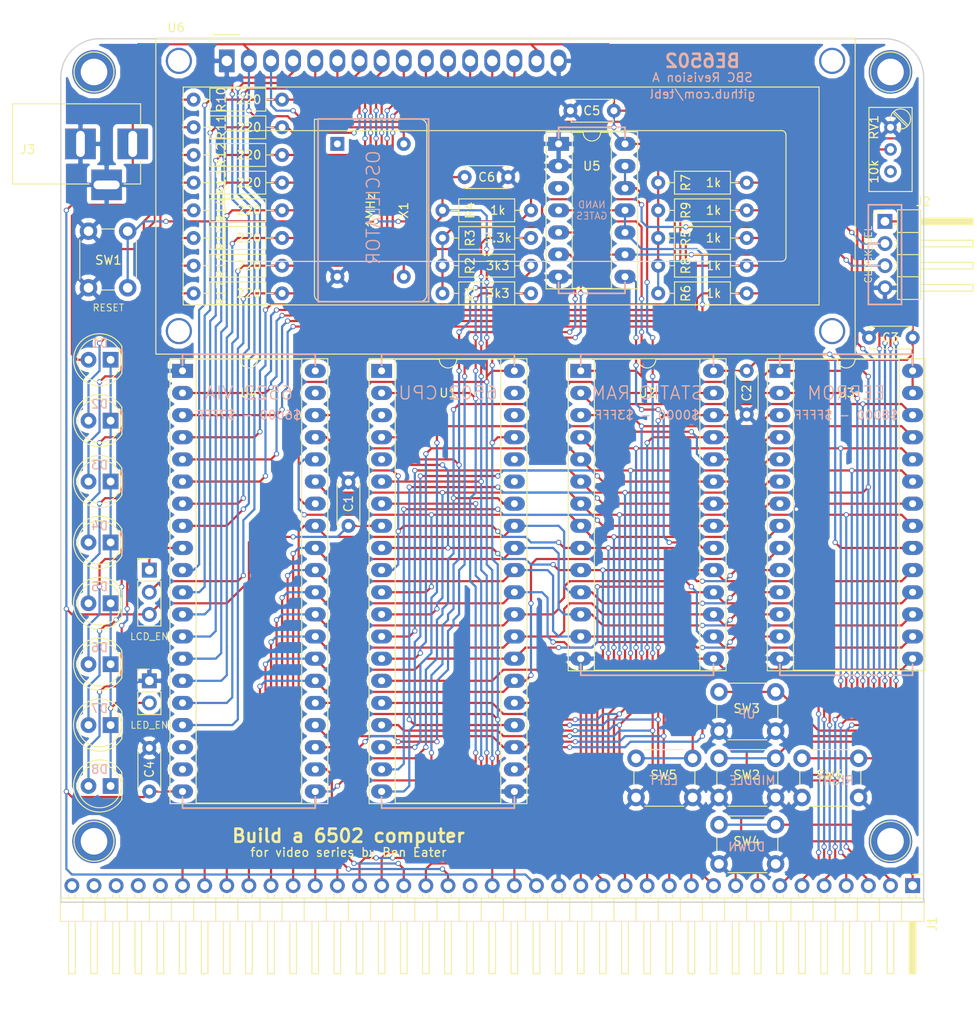
<source format=kicad_pcb>
(kicad_pcb (version 4) (host pcbnew 4.0.7)
  (layers (0 F.Cu signal) (31 B.Cu signal) (34 B.Paste user) (35 F.Paste user) (36 B.SilkS user) (37 F.SilkS user) (38 B.Mask user) (39 F.Mask user) (44 Edge.Cuts user))
  (net 0 "")
  (net 1 GND)
  (net 2 VCC)
  (net 3 /A15)
  (net 4 /A14)
  (net 5 /A13)
  (net 6 /A12)
  (net 7 /A11)
  (net 8 /A10)
  (net 9 /A9)
  (net 10 /A8)
  (net 11 /A7)
  (net 12 /A6)
  (net 13 /A5)
  (net 14 /A4)
  (net 15 /A3)
  (net 16 /A2)
  (net 17 /A1)
  (net 18 /A0)
  (net 19 /~IRQ)
  (net 20 /~NMI)
  (net 21 /R/~W)
  (net 22 /~RDY)
  (net 23 /SYNC)
  (net 24 /D0)
  (net 25 /D1)
  (net 26 /D2)
  (net 27 /D3)
  (net 28 /D4)
  (net 29 /D5)
  (net 30 /D6)
  (net 31 /D7)
  (net 32 /PB4)
  (net 33 /PA7)
  (net 34 /PB5)
  (net 35 /PA6)
  (net 36 /PB6)
  (net 37 /PA5)
  (net 38 /PB7)
  (net 39 /PA4)
  (net 40 /PB3)
  (net 41 /PA3)
  (net 42 /PB2)
  (net 43 /PA2)
  (net 44 /PB1)
  (net 45 /PA1)
  (net 46 /PB0)
  (net 47 /PA0)
  (net 48 ~RESET)
  (net 49 "Net-(D1-Pad1)")
  (net 50 "Net-(D1-Pad2)")
  (net 51 "Net-(D2-Pad2)")
  (net 52 "Net-(D3-Pad2)")
  (net 53 "Net-(D4-Pad2)")
  (net 54 "Net-(D5-Pad2)")
  (net 55 "Net-(D6-Pad2)")
  (net 56 "Net-(D7-Pad2)")
  (net 57 "Net-(D8-Pad2)")
  (net 58 CLOCK)
  (net 59 "Net-(JP2-Pad2)")
  (net 60 "Net-(RV1-Pad2)")
  (net 61 ~RAM)
  (net 62 ~ROM)
  (net 63 ~VIA)
  (net 64 "Net-(J2-Pad2)")
  (module Pin_Headers:Pin_Header_Angled_1x39_Pitch2.54mm (layer F.Cu) (at 198.12 145.415 270)
    (fp_text reference J1 (at 4.385 -2.27 270) (layer F.SilkS))
    (fp_text value Expansion)
    (pad 1 thru_hole rect (at 0 0 270) (size 1.7 1.7) (drill 1) (layers *.Cu *.Mask) (net 3 /A15))
    (pad 2 thru_hole oval (at 0 2.54 270) (size 1.7 1.7) (drill 1) (layers *.Cu *.Mask) (net 4 /A14))
    (pad 3 thru_hole oval (at 0 5.08 270) (size 1.7 1.7) (drill 1) (layers *.Cu *.Mask) (net 5 /A13))
    (pad 4 thru_hole oval (at 0 7.62 270) (size 1.7 1.7) (drill 1) (layers *.Cu *.Mask) (net 6 /A12))
    (pad 5 thru_hole oval (at 0 10.16 270) (size 1.7 1.7) (drill 1) (layers *.Cu *.Mask) (net 7 /A11))
    (pad 6 thru_hole oval (at 0 12.7 270) (size 1.7 1.7) (drill 1) (layers *.Cu *.Mask) (net 8 /A10))
    (pad 7 thru_hole oval (at 0 15.24 270) (size 1.7 1.7) (drill 1) (layers *.Cu *.Mask) (net 9 /A9))
    (pad 8 thru_hole oval (at 0 17.78 270) (size 1.7 1.7) (drill 1) (layers *.Cu *.Mask) (net 10 /A8))
    (pad 9 thru_hole oval (at 0 20.32 270) (size 1.7 1.7) (drill 1) (layers *.Cu *.Mask) (net 11 /A7))
    (pad 10 thru_hole oval (at 0 22.86 270) (size 1.7 1.7) (drill 1) (layers *.Cu *.Mask) (net 12 /A6))
    (pad 11 thru_hole oval (at 0 25.4 270) (size 1.7 1.7) (drill 1) (layers *.Cu *.Mask) (net 13 /A5))
    (pad 12 thru_hole oval (at 0 27.94 270) (size 1.7 1.7) (drill 1) (layers *.Cu *.Mask) (net 14 /A4))
    (pad 13 thru_hole oval (at 0 30.48 270) (size 1.7 1.7) (drill 1) (layers *.Cu *.Mask) (net 15 /A3))
    (pad 14 thru_hole oval (at 0 33.02 270) (size 1.7 1.7) (drill 1) (layers *.Cu *.Mask) (net 16 /A2))
    (pad 15 thru_hole oval (at 0 35.56 270) (size 1.7 1.7) (drill 1) (layers *.Cu *.Mask) (net 17 /A1))
    (pad 16 thru_hole oval (at 0 38.1 270) (size 1.7 1.7) (drill 1) (layers *.Cu *.Mask) (net 18 /A0))
    (pad 17 thru_hole oval (at 0 40.64 270) (size 1.7 1.7) (drill 1) (layers *.Cu *.Mask) (net 1 GND))
    (pad 18 thru_hole oval (at 0 43.18 270) (size 1.7 1.7) (drill 1) (layers *.Cu *.Mask) (net 2 VCC))
    (pad 19 thru_hole oval (at 0 45.72 270) (size 1.7 1.7) (drill 1) (layers *.Cu *.Mask) (net 58 CLOCK))
    (pad 20 thru_hole oval (at 0 48.26 270) (size 1.7 1.7) (drill 1) (layers *.Cu *.Mask) (net 48 ~RESET))
    (pad 21 thru_hole oval (at 0 50.8 270) (size 1.7 1.7) (drill 1) (layers *.Cu *.Mask))
    (pad 22 thru_hole oval (at 0 53.34 270) (size 1.7 1.7) (drill 1) (layers *.Cu *.Mask) (net 19 /~IRQ))
    (pad 23 thru_hole oval (at 0 55.88 270) (size 1.7 1.7) (drill 1) (layers *.Cu *.Mask) (net 20 /~NMI))
    (pad 24 thru_hole oval (at 0 58.42 270) (size 1.7 1.7) (drill 1) (layers *.Cu *.Mask) (net 21 /R/~W))
    (pad 25 thru_hole oval (at 0 60.96 270) (size 1.7 1.7) (drill 1) (layers *.Cu *.Mask) (net 22 /~RDY))
    (pad 26 thru_hole oval (at 0 63.5 270) (size 1.7 1.7) (drill 1) (layers *.Cu *.Mask) (net 23 /SYNC))
    (pad 27 thru_hole oval (at 0 66.04 270) (size 1.7 1.7) (drill 1) (layers *.Cu *.Mask) (net 24 /D0))
    (pad 28 thru_hole oval (at 0 68.58 270) (size 1.7 1.7) (drill 1) (layers *.Cu *.Mask) (net 25 /D1))
    (pad 29 thru_hole oval (at 0 71.12 270) (size 1.7 1.7) (drill 1) (layers *.Cu *.Mask) (net 26 /D2))
    (pad 30 thru_hole oval (at 0 73.66 270) (size 1.7 1.7) (drill 1) (layers *.Cu *.Mask) (net 27 /D3))
    (pad 31 thru_hole oval (at 0 76.2 270) (size 1.7 1.7) (drill 1) (layers *.Cu *.Mask) (net 28 /D4))
    (pad 32 thru_hole oval (at 0 78.74 270) (size 1.7 1.7) (drill 1) (layers *.Cu *.Mask) (net 29 /D5))
    (pad 33 thru_hole oval (at 0 81.28 270) (size 1.7 1.7) (drill 1) (layers *.Cu *.Mask) (net 30 /D6))
    (pad 34 thru_hole oval (at 0 83.82 270) (size 1.7 1.7) (drill 1) (layers *.Cu *.Mask) (net 31 /D7))
    (pad 35 thru_hole oval (at 0 86.36 270) (size 1.7 1.7) (drill 1) (layers *.Cu *.Mask))
    (pad 36 thru_hole oval (at 0 88.9 270) (size 1.7 1.7) (drill 1) (layers *.Cu *.Mask))
    (pad 37 thru_hole oval (at 0 91.44 270) (size 1.7 1.7) (drill 1) (layers *.Cu *.Mask))
    (pad 38 thru_hole oval (at 0 93.98 270) (size 1.7 1.7) (drill 1) (layers *.Cu *.Mask))
    (pad 39 thru_hole oval (at 0 96.52 270) (size 1.7 1.7) (drill 1) (layers *.Cu *.Mask))
  )
  (module Connectors:BARREL_JACK (layer F.Cu) (at 108.585 60.325)
    (fp_text reference J3 (at -12.065 0.635 180) (layer F.SilkS))
    (fp_text value BARREL_JACK)
    (pad 1 thru_hole rect (at 0 0) (size 3.5 3.5) (drill oval 1 3) (layers *.Cu *.Mask) (net 2 VCC))
    (pad 2 thru_hole rect (at -6 0) (size 3.5 3.5) (drill oval 1 3) (layers *.Cu *.Mask) (net 1 GND))
    (pad 3 thru_hole rect (at -3 4.7) (size 3.5 3.5) (drill oval 3 1) (layers *.Cu *.Mask) (net 1 GND))
  )
  (module mounting:1pin (layer F.Cu) (at 104.14 140.335 90)
    (fp_text reference M1 hide)
    (fp_text value Mounting hide)
    (pad 1 thru_hole circle (at 0 0 90) (size 5 5) (drill 3.048) (layers *.Cu *.Mask))
  )
  (module mounting:1pin (layer F.Cu) (at 195.58 140.335)
    (fp_text reference M2 hide)
    (fp_text value Mounting hide)
    (pad 1 thru_hole circle (at 0 0) (size 5 5) (drill 3.048) (layers *.Cu *.Mask))
  )
  (module mounting:1pin (layer F.Cu) (at 195.58 52.07)
    (fp_text reference M3 hide)
    (fp_text value Mounting hide)
    (pad 1 thru_hole circle (at 0 0) (size 5 5) (drill 3.048) (layers *.Cu *.Mask))
  )
  (module mounting:1pin (layer F.Cu) (at 104.14 52.07)
    (fp_text reference M4 hide)
    (fp_text value Mounting hide)
    (pad 1 thru_hole circle (at 0 0) (size 5 5) (drill 3.048) (layers *.Cu *.Mask))
  )
  (module Capacitors_THT:C_Disc_D4.7mm_W2.5mm_P5.00mm (layer F.Cu) (at 133.35 104.14 90)
    (fp_text reference C1 (at 2.54 0 90) (layer F.SilkS))
    (fp_text value 100nF)
    (pad 1 thru_hole circle (at 0 0 90) (size 1.6 1.6) (drill 0.8) (layers *.Cu *.Mask) (net 2 VCC))
    (pad 2 thru_hole circle (at 5 0 90) (size 1.6 1.6) (drill 0.8) (layers *.Cu *.Mask) (net 1 GND))
  )
  (module Capacitors_THT:C_Disc_D4.7mm_W2.5mm_P5.00mm (layer F.Cu) (at 179.07 86.36 270)
    (fp_text reference C2 (at 2.54 0 270) (layer F.SilkS))
    (fp_text value 100nF)
    (pad 1 thru_hole circle (at 0 0 270) (size 1.6 1.6) (drill 0.8) (layers *.Cu *.Mask) (net 2 VCC))
    (pad 2 thru_hole circle (at 5 0 270) (size 1.6 1.6) (drill 0.8) (layers *.Cu *.Mask) (net 1 GND))
  )
  (module Capacitors_THT:C_Disc_D4.7mm_W2.5mm_P5.00mm (layer F.Cu) (at 198.12 82.55 180)
    (fp_text reference C3 (at 2.54 0 180) (layer F.SilkS))
    (fp_text value 100nF)
    (pad 1 thru_hole circle (at 0 0 180) (size 1.6 1.6) (drill 0.8) (layers *.Cu *.Mask) (net 2 VCC))
    (pad 2 thru_hole circle (at 5 0 180) (size 1.6 1.6) (drill 0.8) (layers *.Cu *.Mask) (net 1 GND))
  )
  (module Capacitors_THT:C_Disc_D4.7mm_W2.5mm_P5.00mm (layer F.Cu) (at 110.49 134.62 90)
    (fp_text reference C4 (at 2.54 0 90) (layer F.SilkS))
    (fp_text value 100nF)
    (pad 1 thru_hole circle (at 0 0 90) (size 1.6 1.6) (drill 0.8) (layers *.Cu *.Mask) (net 2 VCC))
    (pad 2 thru_hole circle (at 5 0 90) (size 1.6 1.6) (drill 0.8) (layers *.Cu *.Mask) (net 1 GND))
  )
  (module Capacitors_THT:C_Disc_D4.7mm_W2.5mm_P5.00mm (layer F.Cu) (at 163.83 56.515 180)
    (fp_text reference C5 (at 2.54 0 180) (layer F.SilkS))
    (fp_text value 100nF)
    (pad 1 thru_hole circle (at 0 0 180) (size 1.6 1.6) (drill 0.8) (layers *.Cu *.Mask) (net 2 VCC))
    (pad 2 thru_hole circle (at 5 0 180) (size 1.6 1.6) (drill 0.8) (layers *.Cu *.Mask) (net 1 GND))
  )
  (module Capacitors_THT:C_Disc_D4.7mm_W2.5mm_P5.00mm (layer F.Cu) (at 146.685 64.135)
    (fp_text reference C6 (at 2.54 0) (layer F.SilkS))
    (fp_text value 100nF)
    (pad 1 thru_hole circle (at 0 0) (size 1.6 1.6) (drill 0.8) (layers *.Cu *.Mask) (net 48 ~RESET))
    (pad 2 thru_hole circle (at 5 0) (size 1.6 1.6) (drill 0.8) (layers *.Cu *.Mask) (net 1 GND))
  )
  (module Pin_Headers:Pin_Header_Straight_1x02_Pitch2.54mm (layer F.Cu) (at 110.49 121.92)
    (fp_text reference JP1)
    (fp_text value LED_EN (at 0 5.08) (layer F.SilkS) (effects (font (size 0.8 0.8) (thickness 0.1))))
    (pad 1 thru_hole rect (at 0 0) (size 1.7 1.7) (drill 1) (layers *.Cu *.Mask) (net 1 GND))
    (pad 2 thru_hole oval (at 0 2.54) (size 1.7 1.7) (drill 1) (layers *.Cu *.Mask) (net 49 "Net-(D1-Pad1)"))
  )
  (module Resistors_THT:R_Axial_DIN0207_L6.3mm_D2.5mm_P10.16mm_Horizontal (layer F.Cu) (at 154.305 77.47 180)
    (fp_text reference R1 (at 6.985 0 270) (layer F.SilkS))
    (fp_text value 3k3 (at 3.81 0 180) (layer F.SilkS))
    (pad 1 thru_hole circle (at 0 0 180) (size 1.6 1.6) (drill 0.8) (layers *.Cu *.Mask) (net 22 /~RDY))
    (pad 2 thru_hole oval (at 10.16 0 180) (size 1.6 1.6) (drill 0.8) (layers *.Cu *.Mask) (net 2 VCC))
  )
  (module Resistors_THT:R_Axial_DIN0207_L6.3mm_D2.5mm_P10.16mm_Horizontal (layer F.Cu) (at 154.305 74.295 180)
    (fp_text reference R2 (at 6.985 0 270) (layer F.SilkS))
    (fp_text value 3k3 (at 3.81 0 180) (layer F.SilkS))
    (pad 1 thru_hole circle (at 0 0 180) (size 1.6 1.6) (drill 0.8) (layers *.Cu *.Mask) (net 19 /~IRQ))
    (pad 2 thru_hole oval (at 10.16 0 180) (size 1.6 1.6) (drill 0.8) (layers *.Cu *.Mask) (net 2 VCC))
  )
  (module Resistors_THT:R_Axial_DIN0207_L6.3mm_D2.5mm_P10.16mm_Horizontal (layer F.Cu) (at 154.305 71.12 180)
    (fp_text reference R3 (at 6.985 0 270) (layer F.SilkS))
    (fp_text value 3.3k (at 3.81 0 180) (layer F.SilkS))
    (pad 1 thru_hole circle (at 0 0 180) (size 1.6 1.6) (drill 0.8) (layers *.Cu *.Mask) (net 20 /~NMI))
    (pad 2 thru_hole oval (at 10.16 0 180) (size 1.6 1.6) (drill 0.8) (layers *.Cu *.Mask) (net 2 VCC))
  )
  (module Resistors_THT:R_Axial_DIN0207_L6.3mm_D2.5mm_P10.16mm_Horizontal (layer F.Cu) (at 168.91 77.47)
    (fp_text reference R6 (at 3.175 0 90) (layer F.SilkS))
    (fp_text value 1k (at 6.35 0) (layer F.SilkS))
    (pad 1 thru_hole circle (at 0 0) (size 1.6 1.6) (drill 0.8) (layers *.Cu *.Mask) (net 2 VCC))
    (pad 2 thru_hole oval (at 10.16 0) (size 1.6 1.6) (drill 0.8) (layers *.Cu *.Mask) (net 45 /PA1))
  )
  (module Resistors_THT:R_Axial_DIN0207_L6.3mm_D2.5mm_P10.16mm_Horizontal (layer F.Cu) (at 168.91 64.77)
    (fp_text reference R7 (at 3.175 0 90) (layer F.SilkS))
    (fp_text value 1k (at 6.35 0) (layer F.SilkS))
    (pad 1 thru_hole circle (at 0 0) (size 1.6 1.6) (drill 0.8) (layers *.Cu *.Mask) (net 2 VCC))
    (pad 2 thru_hole oval (at 10.16 0) (size 1.6 1.6) (drill 0.8) (layers *.Cu *.Mask) (net 43 /PA2))
  )
  (module Resistors_THT:R_Axial_DIN0207_L6.3mm_D2.5mm_P10.16mm_Horizontal (layer F.Cu) (at 168.91 67.945)
    (fp_text reference R9 (at 3.175 0 90) (layer F.SilkS))
    (fp_text value 1k (at 6.35 0) (layer F.SilkS))
    (pad 1 thru_hole circle (at 0 0) (size 1.6 1.6) (drill 0.8) (layers *.Cu *.Mask) (net 2 VCC))
    (pad 2 thru_hole oval (at 10.16 0) (size 1.6 1.6) (drill 0.8) (layers *.Cu *.Mask) (net 39 /PA4))
  )
  (module Resistors_THT:R_Axial_DIN0207_L6.3mm_D2.5mm_P10.16mm_Horizontal (layer F.Cu) (at 115.57 55.245)
    (fp_text reference R10 (at 3.175 0 90) (layer F.SilkS))
    (fp_text value 220 (at 6.35 0) (layer F.SilkS))
    (pad 1 thru_hole circle (at 0 0) (size 1.6 1.6) (drill 0.8) (layers *.Cu *.Mask) (net 50 "Net-(D1-Pad2)"))
    (pad 2 thru_hole oval (at 10.16 0) (size 1.6 1.6) (drill 0.8) (layers *.Cu *.Mask) (net 46 /PB0))
  )
  (module Resistors_THT:R_Axial_DIN0207_L6.3mm_D2.5mm_P10.16mm_Horizontal (layer F.Cu) (at 115.57 58.42)
    (fp_text reference R11 (at 3.175 0 90) (layer F.SilkS))
    (fp_text value 220 (at 6.35 0) (layer F.SilkS))
    (pad 1 thru_hole circle (at 0 0) (size 1.6 1.6) (drill 0.8) (layers *.Cu *.Mask) (net 51 "Net-(D2-Pad2)"))
    (pad 2 thru_hole oval (at 10.16 0) (size 1.6 1.6) (drill 0.8) (layers *.Cu *.Mask) (net 44 /PB1))
  )
  (module Resistors_THT:R_Axial_DIN0207_L6.3mm_D2.5mm_P10.16mm_Horizontal (layer F.Cu) (at 115.57 61.595)
    (fp_text reference R12 (at 3.175 0 90) (layer F.SilkS))
    (fp_text value 220 (at 6.35 0) (layer F.SilkS))
    (pad 1 thru_hole circle (at 0 0) (size 1.6 1.6) (drill 0.8) (layers *.Cu *.Mask) (net 52 "Net-(D3-Pad2)"))
    (pad 2 thru_hole oval (at 10.16 0) (size 1.6 1.6) (drill 0.8) (layers *.Cu *.Mask) (net 42 /PB2))
  )
  (module Oscillators:Oscillator_DIP-14 (layer F.Cu) (at 132.08 60.325 270)
    (fp_text reference X1 (at 7.62 -7.62 270) (layer F.SilkS))
    (fp_text value 1MHz (at 7.62 -3.81 270) (layer F.SilkS))
    (pad 1 thru_hole rect (at 0 0 270) (size 1.6 1.6) (drill 0.8) (layers *.Cu *.Mask))
    (pad 14 thru_hole circle (at 0 -7.62 270) (size 1.6 1.6) (drill 0.8) (layers *.Cu *.Mask) (net 2 VCC))
    (pad 8 thru_hole circle (at 15.24 -7.62 270) (size 1.6 1.6) (drill 0.8) (layers *.Cu *.Mask) (net 64 "Net-(J2-Pad2)"))
    (pad 7 thru_hole circle (at 15.24 0 270) (size 1.6 1.6) (drill 0.8) (layers *.Cu *.Mask) (net 1 GND))
  )
  (module LEDs:LED_D5.0mm (layer F.Cu) (at 106.045 85.09 180)
    (fp_text reference D1 (at 1.27 1.905 180) (layer B.SilkS) (effects (justify mirror)))
    (fp_text value LED)
    (pad 1 thru_hole rect (at 0 0 180) (size 1.8 1.8) (drill 0.9) (layers *.Cu *.Mask) (net 49 "Net-(D1-Pad1)"))
    (pad 2 thru_hole circle (at 2.54 0 180) (size 1.8 1.8) (drill 0.9) (layers *.Cu *.Mask) (net 50 "Net-(D1-Pad2)"))
  )
  (module LEDs:LED_D5.0mm (layer F.Cu) (at 106.045 92.075 180)
    (fp_text reference D2 (at 1.27 1.905 180) (layer B.SilkS) (effects (justify mirror)))
    (fp_text value LED)
    (pad 1 thru_hole rect (at 0 0 180) (size 1.8 1.8) (drill 0.9) (layers *.Cu *.Mask) (net 49 "Net-(D1-Pad1)"))
    (pad 2 thru_hole circle (at 2.54 0 180) (size 1.8 1.8) (drill 0.9) (layers *.Cu *.Mask) (net 51 "Net-(D2-Pad2)"))
  )
  (module LEDs:LED_D5.0mm (layer F.Cu) (at 106.045 99.06 180)
    (fp_text reference D3 (at 1.27 1.905 180) (layer B.SilkS) (effects (justify mirror)))
    (fp_text value LED)
    (pad 1 thru_hole rect (at 0 0 180) (size 1.8 1.8) (drill 0.9) (layers *.Cu *.Mask) (net 49 "Net-(D1-Pad1)"))
    (pad 2 thru_hole circle (at 2.54 0 180) (size 1.8 1.8) (drill 0.9) (layers *.Cu *.Mask) (net 52 "Net-(D3-Pad2)"))
  )
  (module LEDs:LED_D5.0mm (layer F.Cu) (at 106.045 106.045 180)
    (fp_text reference D4 (at 1.27 1.905 180) (layer B.SilkS) (effects (justify mirror)))
    (fp_text value LED)
    (pad 1 thru_hole rect (at 0 0 180) (size 1.8 1.8) (drill 0.9) (layers *.Cu *.Mask) (net 49 "Net-(D1-Pad1)"))
    (pad 2 thru_hole circle (at 2.54 0 180) (size 1.8 1.8) (drill 0.9) (layers *.Cu *.Mask) (net 53 "Net-(D4-Pad2)"))
  )
  (module LEDs:LED_D5.0mm (layer F.Cu) (at 106.045 113.03 180)
    (fp_text reference D5 (at 1.27 1.905 180) (layer B.SilkS) (effects (justify mirror)))
    (fp_text value LED)
    (pad 1 thru_hole rect (at 0 0 180) (size 1.8 1.8) (drill 0.9) (layers *.Cu *.Mask) (net 49 "Net-(D1-Pad1)"))
    (pad 2 thru_hole circle (at 2.54 0 180) (size 1.8 1.8) (drill 0.9) (layers *.Cu *.Mask) (net 54 "Net-(D5-Pad2)"))
  )
  (module LEDs:LED_D5.0mm (layer F.Cu) (at 106.045 120.015 180)
    (fp_text reference D6 (at 1.27 1.905 180) (layer B.SilkS) (effects (justify mirror)))
    (fp_text value LED)
    (pad 1 thru_hole rect (at 0 0 180) (size 1.8 1.8) (drill 0.9) (layers *.Cu *.Mask) (net 49 "Net-(D1-Pad1)"))
    (pad 2 thru_hole circle (at 2.54 0 180) (size 1.8 1.8) (drill 0.9) (layers *.Cu *.Mask) (net 55 "Net-(D6-Pad2)"))
  )
  (module LEDs:LED_D5.0mm (layer F.Cu) (at 106.045 127 180)
    (fp_text reference D7 (at 1.27 1.905 180) (layer B.SilkS) (effects (justify mirror)))
    (fp_text value LED)
    (pad 1 thru_hole rect (at 0 0 180) (size 1.8 1.8) (drill 0.9) (layers *.Cu *.Mask) (net 49 "Net-(D1-Pad1)"))
    (pad 2 thru_hole circle (at 2.54 0 180) (size 1.8 1.8) (drill 0.9) (layers *.Cu *.Mask) (net 56 "Net-(D7-Pad2)"))
  )
  (module LEDs:LED_D5.0mm (layer F.Cu) (at 106.045 133.985 180)
    (fp_text reference D8 (at 1.27 1.905 180) (layer B.SilkS) (effects (justify mirror)))
    (fp_text value LED)
    (pad 1 thru_hole rect (at 0 0 180) (size 1.8 1.8) (drill 0.9) (layers *.Cu *.Mask) (net 49 "Net-(D1-Pad1)"))
    (pad 2 thru_hole circle (at 2.54 0 180) (size 1.8 1.8) (drill 0.9) (layers *.Cu *.Mask) (net 57 "Net-(D8-Pad2)"))
  )
  (module Pin_Headers:Pin_Header_Straight_1x03_Pitch2.54mm (layer F.Cu) (at 110.49 109.22)
    (fp_text reference JP2)
    (fp_text value LCD_EN (at 0 7.62) (layer F.SilkS) (effects (font (size 0.8 0.8) (thickness 0.1))))
    (pad 1 thru_hole rect (at 0 0) (size 1.7 1.7) (drill 1) (layers *.Cu *.Mask) (net 33 /PA7))
    (pad 2 thru_hole oval (at 0 2.54) (size 1.7 1.7) (drill 1) (layers *.Cu *.Mask) (net 59 "Net-(JP2-Pad2)"))
    (pad 3 thru_hole oval (at 0 5.08) (size 1.7 1.7) (drill 1) (layers *.Cu *.Mask) (net 2 VCC))
  )
  (module Resistors_THT:R_Axial_DIN0207_L6.3mm_D2.5mm_P10.16mm_Horizontal (layer F.Cu) (at 154.305 67.945 180)
    (fp_text reference R4 (at 6.985 0 270) (layer F.SilkS))
    (fp_text value 1k (at 3.81 0 180) (layer F.SilkS))
    (pad 1 thru_hole circle (at 0 0 180) (size 1.6 1.6) (drill 0.8) (layers *.Cu *.Mask) (net 2 VCC))
    (pad 2 thru_hole oval (at 10.16 0 180) (size 1.6 1.6) (drill 0.8) (layers *.Cu *.Mask) (net 48 ~RESET))
  )
  (module Resistors_THT:R_Axial_DIN0207_L6.3mm_D2.5mm_P10.16mm_Horizontal (layer F.Cu) (at 168.91 71.12)
    (fp_text reference R5 (at 3.175 0 90) (layer F.SilkS))
    (fp_text value 1k (at 6.35 0) (layer F.SilkS))
    (pad 1 thru_hole circle (at 0 0) (size 1.6 1.6) (drill 0.8) (layers *.Cu *.Mask) (net 2 VCC))
    (pad 2 thru_hole oval (at 10.16 0) (size 1.6 1.6) (drill 0.8) (layers *.Cu *.Mask) (net 47 /PA0))
  )
  (module Resistors_THT:R_Axial_DIN0207_L6.3mm_D2.5mm_P10.16mm_Horizontal (layer F.Cu) (at 168.91 74.295)
    (fp_text reference R8 (at 3.175 0 90) (layer F.SilkS))
    (fp_text value 1k (at 6.35 0) (layer F.SilkS))
    (pad 1 thru_hole circle (at 0 0) (size 1.6 1.6) (drill 0.8) (layers *.Cu *.Mask) (net 2 VCC))
    (pad 2 thru_hole oval (at 10.16 0) (size 1.6 1.6) (drill 0.8) (layers *.Cu *.Mask) (net 41 /PA3))
  )
  (module Resistors_THT:R_Axial_DIN0207_L6.3mm_D2.5mm_P10.16mm_Horizontal (layer F.Cu) (at 115.57 64.77)
    (fp_text reference R13 (at 3.175 0 90) (layer F.SilkS))
    (fp_text value 220 (at 6.35 0) (layer F.SilkS))
    (pad 1 thru_hole circle (at 0 0) (size 1.6 1.6) (drill 0.8) (layers *.Cu *.Mask) (net 53 "Net-(D4-Pad2)"))
    (pad 2 thru_hole oval (at 10.16 0) (size 1.6 1.6) (drill 0.8) (layers *.Cu *.Mask) (net 40 /PB3))
  )
  (module Resistors_THT:R_Axial_DIN0207_L6.3mm_D2.5mm_P10.16mm_Horizontal (layer F.Cu) (at 115.57 67.945)
    (fp_text reference R14 (at 3.175 0 90) (layer F.SilkS))
    (fp_text value 220 (at 6.35 0) (layer F.SilkS))
    (pad 1 thru_hole circle (at 0 0) (size 1.6 1.6) (drill 0.8) (layers *.Cu *.Mask) (net 54 "Net-(D5-Pad2)"))
    (pad 2 thru_hole oval (at 10.16 0) (size 1.6 1.6) (drill 0.8) (layers *.Cu *.Mask) (net 32 /PB4))
  )
  (module Resistors_THT:R_Axial_DIN0207_L6.3mm_D2.5mm_P10.16mm_Horizontal (layer F.Cu) (at 115.57 71.12)
    (fp_text reference R15 (at 3.175 0 90) (layer F.SilkS))
    (fp_text value 220 (at 6.35 0) (layer F.SilkS))
    (pad 1 thru_hole circle (at 0 0) (size 1.6 1.6) (drill 0.8) (layers *.Cu *.Mask) (net 55 "Net-(D6-Pad2)"))
    (pad 2 thru_hole oval (at 10.16 0) (size 1.6 1.6) (drill 0.8) (layers *.Cu *.Mask) (net 34 /PB5))
  )
  (module Resistors_THT:R_Axial_DIN0207_L6.3mm_D2.5mm_P10.16mm_Horizontal (layer F.Cu) (at 115.57 74.295)
    (fp_text reference R16 (at 3.175 0 90) (layer F.SilkS))
    (fp_text value 220 (at 6.35 0) (layer F.SilkS))
    (pad 1 thru_hole circle (at 0 0) (size 1.6 1.6) (drill 0.8) (layers *.Cu *.Mask) (net 56 "Net-(D7-Pad2)"))
    (pad 2 thru_hole oval (at 10.16 0) (size 1.6 1.6) (drill 0.8) (layers *.Cu *.Mask) (net 36 /PB6))
  )
  (module Resistors_THT:R_Axial_DIN0207_L6.3mm_D2.5mm_P10.16mm_Horizontal (layer F.Cu) (at 115.57 77.47)
    (fp_text reference R17 (at 3.175 0 90) (layer F.SilkS))
    (fp_text value 220 (at 6.35 0) (layer F.SilkS))
    (pad 1 thru_hole circle (at 0 0) (size 1.6 1.6) (drill 0.8) (layers *.Cu *.Mask) (net 57 "Net-(D8-Pad2)"))
    (pad 2 thru_hole oval (at 10.16 0) (size 1.6 1.6) (drill 0.8) (layers *.Cu *.Mask) (net 38 /PB7))
  )
  (module Potentiometers:Potentiometer_Trimmer_Bourns_3296W (layer F.Cu) (at 195.58 58.42 90)
    (fp_text reference RV1 (at 0 -1.905 270) (layer F.SilkS))
    (fp_text value 10k (at -5.08 -1.905 90) (layer F.SilkS))
    (pad 1 thru_hole circle (at 0 0 90) (size 1.44 1.44) (drill 0.8) (layers *.Cu *.Mask) (net 1 GND))
    (pad 2 thru_hole circle (at -2.54 0 90) (size 1.44 1.44) (drill 0.8) (layers *.Cu *.Mask) (net 60 "Net-(RV1-Pad2)"))
    (pad 3 thru_hole circle (at -5.08 0 90) (size 1.44 1.44) (drill 0.8) (layers *.Cu *.Mask))
  )
  (module Buttons_Switches_THT:SW_PUSH_6mm (layer F.Cu) (at 103.505 76.835 90)
    (fp_text reference SW1 (at 3.175 2.286 180) (layer F.SilkS))
    (fp_text value RESET (at -2.286 2.286 180) (layer F.SilkS) (effects (font (size 0.8 0.8) (thickness 0.1))))
    (pad 2 thru_hole circle (at 0 4.5 180) (size 2 2) (drill 1.1) (layers *.Cu *.Mask) (net 48 ~RESET))
    (pad 1 thru_hole circle (at 0 0 180) (size 2 2) (drill 1.1) (layers *.Cu *.Mask) (net 1 GND))
    (pad 2 thru_hole circle (at 6.5 4.5 180) (size 2 2) (drill 1.1) (layers *.Cu *.Mask) (net 48 ~RESET))
    (pad 1 thru_hole circle (at 6.5 0 180) (size 2 2) (drill 1.1) (layers *.Cu *.Mask) (net 1 GND))
  )
  (module Buttons_Switches_THT:SW_PUSH_6mm (layer F.Cu) (at 175.895 130.81)
    (fp_text reference SW2 (at 3.175 1.905) (layer F.SilkS))
    (fp_text value MIDDLE (at 3.81 2.54) (layer B.SilkS) (effects (justify mirror)))
    (pad 2 thru_hole circle (at 0 4.5 90) (size 2 2) (drill 1.1) (layers *.Cu *.Mask) (net 1 GND))
    (pad 1 thru_hole circle (at 0 0 90) (size 2 2) (drill 1.1) (layers *.Cu *.Mask) (net 47 /PA0))
    (pad 2 thru_hole circle (at 6.5 4.5 90) (size 2 2) (drill 1.1) (layers *.Cu *.Mask) (net 1 GND))
    (pad 1 thru_hole circle (at 6.5 0 90) (size 2 2) (drill 1.1) (layers *.Cu *.Mask) (net 47 /PA0))
  )
  (module Buttons_Switches_THT:SW_PUSH_6mm (layer F.Cu) (at 175.895 123.19)
    (fp_text reference SW3 (at 3.175 1.905) (layer F.SilkS))
    (fp_text value UP (at 3.175 2.54) (layer B.SilkS) (effects (justify mirror)))
    (pad 2 thru_hole circle (at 0 4.5 90) (size 2 2) (drill 1.1) (layers *.Cu *.Mask) (net 1 GND))
    (pad 1 thru_hole circle (at 0 0 90) (size 2 2) (drill 1.1) (layers *.Cu *.Mask) (net 45 /PA1))
    (pad 2 thru_hole circle (at 6.5 4.5 90) (size 2 2) (drill 1.1) (layers *.Cu *.Mask) (net 1 GND))
    (pad 1 thru_hole circle (at 6.5 0 90) (size 2 2) (drill 1.1) (layers *.Cu *.Mask) (net 45 /PA1))
  )
  (module Buttons_Switches_THT:SW_PUSH_6mm (layer F.Cu) (at 175.895 138.43)
    (fp_text reference SW4 (at 3.175 1.905) (layer F.SilkS))
    (fp_text value DOWN (at 3.175 2.54) (layer B.SilkS) (effects (justify mirror)))
    (pad 2 thru_hole circle (at 0 4.5 90) (size 2 2) (drill 1.1) (layers *.Cu *.Mask) (net 1 GND))
    (pad 1 thru_hole circle (at 0 0 90) (size 2 2) (drill 1.1) (layers *.Cu *.Mask) (net 43 /PA2))
    (pad 2 thru_hole circle (at 6.5 4.5 90) (size 2 2) (drill 1.1) (layers *.Cu *.Mask) (net 1 GND))
    (pad 1 thru_hole circle (at 6.5 0 90) (size 2 2) (drill 1.1) (layers *.Cu *.Mask) (net 43 /PA2))
  )
  (module Buttons_Switches_THT:SW_PUSH_6mm (layer F.Cu) (at 166.37 130.81)
    (fp_text reference SW5 (at 3.175 1.905) (layer F.SilkS))
    (fp_text value LEFT (at 3.175 2.54) (layer B.SilkS) (effects (justify mirror)))
    (pad 2 thru_hole circle (at 0 4.5 90) (size 2 2) (drill 1.1) (layers *.Cu *.Mask) (net 1 GND))
    (pad 1 thru_hole circle (at 0 0 90) (size 2 2) (drill 1.1) (layers *.Cu *.Mask) (net 41 /PA3))
    (pad 2 thru_hole circle (at 6.5 4.5 90) (size 2 2) (drill 1.1) (layers *.Cu *.Mask) (net 1 GND))
    (pad 1 thru_hole circle (at 6.5 0 90) (size 2 2) (drill 1.1) (layers *.Cu *.Mask) (net 41 /PA3))
  )
  (module Buttons_Switches_THT:SW_PUSH_6mm (layer F.Cu) (at 185.42 130.81)
    (fp_text reference SW6 (at 3.175 1.905) (layer F.SilkS))
    (fp_text value RIGHT (at 3.81 2.54) (layer B.SilkS) (effects (justify mirror)))
    (pad 2 thru_hole circle (at 0 4.5 90) (size 2 2) (drill 1.1) (layers *.Cu *.Mask) (net 1 GND))
    (pad 1 thru_hole circle (at 0 0 90) (size 2 2) (drill 1.1) (layers *.Cu *.Mask) (net 39 /PA4))
    (pad 2 thru_hole circle (at 6.5 4.5 90) (size 2 2) (drill 1.1) (layers *.Cu *.Mask) (net 1 GND))
    (pad 1 thru_hole circle (at 6.5 0 90) (size 2 2) (drill 1.1) (layers *.Cu *.Mask) (net 39 /PA4))
  )
  (module Housings_DIP:DIP-40_W15.24mm_Socket_LongPads (layer F.Cu) (at 137.16 86.36)
    (fp_text reference U1 (at 7.62 2.54) (layer F.SilkS))
    (fp_text value W65C02)
    (pad 1 thru_hole rect (at 0 0) (size 2.4 1.6) (drill 0.8) (layers *.Cu *.Mask))
    (pad 21 thru_hole oval (at 15.24 48.26) (size 2.4 1.6) (drill 0.8) (layers *.Cu *.Mask) (net 1 GND))
    (pad 2 thru_hole oval (at 0 2.54) (size 2.4 1.6) (drill 0.8) (layers *.Cu *.Mask) (net 22 /~RDY))
    (pad 22 thru_hole oval (at 15.24 45.72) (size 2.4 1.6) (drill 0.8) (layers *.Cu *.Mask) (net 6 /A12))
    (pad 3 thru_hole oval (at 0 5.08) (size 2.4 1.6) (drill 0.8) (layers *.Cu *.Mask))
    (pad 23 thru_hole oval (at 15.24 43.18) (size 2.4 1.6) (drill 0.8) (layers *.Cu *.Mask) (net 5 /A13))
    (pad 4 thru_hole oval (at 0 7.62) (size 2.4 1.6) (drill 0.8) (layers *.Cu *.Mask) (net 19 /~IRQ))
    (pad 24 thru_hole oval (at 15.24 40.64) (size 2.4 1.6) (drill 0.8) (layers *.Cu *.Mask) (net 4 /A14))
    (pad 5 thru_hole oval (at 0 10.16) (size 2.4 1.6) (drill 0.8) (layers *.Cu *.Mask))
    (pad 25 thru_hole oval (at 15.24 38.1) (size 2.4 1.6) (drill 0.8) (layers *.Cu *.Mask) (net 3 /A15))
    (pad 6 thru_hole oval (at 0 12.7) (size 2.4 1.6) (drill 0.8) (layers *.Cu *.Mask) (net 20 /~NMI))
    (pad 26 thru_hole oval (at 15.24 35.56) (size 2.4 1.6) (drill 0.8) (layers *.Cu *.Mask) (net 31 /D7))
    (pad 7 thru_hole oval (at 0 15.24) (size 2.4 1.6) (drill 0.8) (layers *.Cu *.Mask) (net 23 /SYNC))
    (pad 27 thru_hole oval (at 15.24 33.02) (size 2.4 1.6) (drill 0.8) (layers *.Cu *.Mask) (net 30 /D6))
    (pad 8 thru_hole oval (at 0 17.78) (size 2.4 1.6) (drill 0.8) (layers *.Cu *.Mask) (net 2 VCC))
    (pad 28 thru_hole oval (at 15.24 30.48) (size 2.4 1.6) (drill 0.8) (layers *.Cu *.Mask) (net 29 /D5))
    (pad 9 thru_hole oval (at 0 20.32) (size 2.4 1.6) (drill 0.8) (layers *.Cu *.Mask) (net 18 /A0))
    (pad 29 thru_hole oval (at 15.24 27.94) (size 2.4 1.6) (drill 0.8) (layers *.Cu *.Mask) (net 28 /D4))
    (pad 10 thru_hole oval (at 0 22.86) (size 2.4 1.6) (drill 0.8) (layers *.Cu *.Mask) (net 17 /A1))
    (pad 30 thru_hole oval (at 15.24 25.4) (size 2.4 1.6) (drill 0.8) (layers *.Cu *.Mask) (net 27 /D3))
    (pad 11 thru_hole oval (at 0 25.4) (size 2.4 1.6) (drill 0.8) (layers *.Cu *.Mask) (net 16 /A2))
    (pad 31 thru_hole oval (at 15.24 22.86) (size 2.4 1.6) (drill 0.8) (layers *.Cu *.Mask) (net 26 /D2))
    (pad 12 thru_hole oval (at 0 27.94) (size 2.4 1.6) (drill 0.8) (layers *.Cu *.Mask) (net 15 /A3))
    (pad 32 thru_hole oval (at 15.24 20.32) (size 2.4 1.6) (drill 0.8) (layers *.Cu *.Mask) (net 25 /D1))
    (pad 13 thru_hole oval (at 0 30.48) (size 2.4 1.6) (drill 0.8) (layers *.Cu *.Mask) (net 14 /A4))
    (pad 33 thru_hole oval (at 15.24 17.78) (size 2.4 1.6) (drill 0.8) (layers *.Cu *.Mask) (net 24 /D0))
    (pad 14 thru_hole oval (at 0 33.02) (size 2.4 1.6) (drill 0.8) (layers *.Cu *.Mask) (net 13 /A5))
    (pad 34 thru_hole oval (at 15.24 15.24) (size 2.4 1.6) (drill 0.8) (layers *.Cu *.Mask) (net 21 /R/~W))
    (pad 15 thru_hole oval (at 0 35.56) (size 2.4 1.6) (drill 0.8) (layers *.Cu *.Mask) (net 12 /A6))
    (pad 35 thru_hole oval (at 15.24 12.7) (size 2.4 1.6) (drill 0.8) (layers *.Cu *.Mask))
    (pad 16 thru_hole oval (at 0 38.1) (size 2.4 1.6) (drill 0.8) (layers *.Cu *.Mask) (net 11 /A7))
    (pad 36 thru_hole oval (at 15.24 10.16) (size 2.4 1.6) (drill 0.8) (layers *.Cu *.Mask))
    (pad 17 thru_hole oval (at 0 40.64) (size 2.4 1.6) (drill 0.8) (layers *.Cu *.Mask) (net 10 /A8))
    (pad 37 thru_hole oval (at 15.24 7.62) (size 2.4 1.6) (drill 0.8) (layers *.Cu *.Mask) (net 58 CLOCK))
    (pad 18 thru_hole oval (at 0 43.18) (size 2.4 1.6) (drill 0.8) (layers *.Cu *.Mask) (net 9 /A9))
    (pad 38 thru_hole oval (at 15.24 5.08) (size 2.4 1.6) (drill 0.8) (layers *.Cu *.Mask))
    (pad 19 thru_hole oval (at 0 45.72) (size 2.4 1.6) (drill 0.8) (layers *.Cu *.Mask) (net 8 /A10))
    (pad 39 thru_hole oval (at 15.24 2.54) (size 2.4 1.6) (drill 0.8) (layers *.Cu *.Mask))
    (pad 20 thru_hole oval (at 0 48.26) (size 2.4 1.6) (drill 0.8) (layers *.Cu *.Mask) (net 7 /A11))
    (pad 40 thru_hole oval (at 15.24 0) (size 2.4 1.6) (drill 0.8) (layers *.Cu *.Mask) (net 48 ~RESET))
  )
  (module Housings_DIP:DIP-28_W15.24mm_Socket_LongPads (layer F.Cu) (at 160.02 86.36)
    (fp_text reference U2 (at 7.62 2.54) (layer F.SilkS))
    (fp_text value HM62256BLP-7)
    (pad 1 thru_hole rect (at 0 0) (size 2.4 1.6) (drill 0.8) (layers *.Cu *.Mask) (net 4 /A14))
    (pad 15 thru_hole oval (at 15.24 33.02) (size 2.4 1.6) (drill 0.8) (layers *.Cu *.Mask) (net 27 /D3))
    (pad 2 thru_hole oval (at 0 2.54) (size 2.4 1.6) (drill 0.8) (layers *.Cu *.Mask) (net 6 /A12))
    (pad 16 thru_hole oval (at 15.24 30.48) (size 2.4 1.6) (drill 0.8) (layers *.Cu *.Mask) (net 28 /D4))
    (pad 3 thru_hole oval (at 0 5.08) (size 2.4 1.6) (drill 0.8) (layers *.Cu *.Mask) (net 11 /A7))
    (pad 17 thru_hole oval (at 15.24 27.94) (size 2.4 1.6) (drill 0.8) (layers *.Cu *.Mask) (net 29 /D5))
    (pad 4 thru_hole oval (at 0 7.62) (size 2.4 1.6) (drill 0.8) (layers *.Cu *.Mask) (net 12 /A6))
    (pad 18 thru_hole oval (at 15.24 25.4) (size 2.4 1.6) (drill 0.8) (layers *.Cu *.Mask) (net 30 /D6))
    (pad 5 thru_hole oval (at 0 10.16) (size 2.4 1.6) (drill 0.8) (layers *.Cu *.Mask) (net 13 /A5))
    (pad 19 thru_hole oval (at 15.24 22.86) (size 2.4 1.6) (drill 0.8) (layers *.Cu *.Mask) (net 31 /D7))
    (pad 6 thru_hole oval (at 0 12.7) (size 2.4 1.6) (drill 0.8) (layers *.Cu *.Mask) (net 14 /A4))
    (pad 20 thru_hole oval (at 15.24 20.32) (size 2.4 1.6) (drill 0.8) (layers *.Cu *.Mask) (net 61 ~RAM))
    (pad 7 thru_hole oval (at 0 15.24) (size 2.4 1.6) (drill 0.8) (layers *.Cu *.Mask) (net 15 /A3))
    (pad 21 thru_hole oval (at 15.24 17.78) (size 2.4 1.6) (drill 0.8) (layers *.Cu *.Mask) (net 8 /A10))
    (pad 8 thru_hole oval (at 0 17.78) (size 2.4 1.6) (drill 0.8) (layers *.Cu *.Mask) (net 16 /A2))
    (pad 22 thru_hole oval (at 15.24 15.24) (size 2.4 1.6) (drill 0.8) (layers *.Cu *.Mask) (net 4 /A14))
    (pad 9 thru_hole oval (at 0 20.32) (size 2.4 1.6) (drill 0.8) (layers *.Cu *.Mask) (net 17 /A1))
    (pad 23 thru_hole oval (at 15.24 12.7) (size 2.4 1.6) (drill 0.8) (layers *.Cu *.Mask) (net 7 /A11))
    (pad 10 thru_hole oval (at 0 22.86) (size 2.4 1.6) (drill 0.8) (layers *.Cu *.Mask) (net 18 /A0))
    (pad 24 thru_hole oval (at 15.24 10.16) (size 2.4 1.6) (drill 0.8) (layers *.Cu *.Mask) (net 9 /A9))
    (pad 11 thru_hole oval (at 0 25.4) (size 2.4 1.6) (drill 0.8) (layers *.Cu *.Mask) (net 24 /D0))
    (pad 25 thru_hole oval (at 15.24 7.62) (size 2.4 1.6) (drill 0.8) (layers *.Cu *.Mask) (net 10 /A8))
    (pad 12 thru_hole oval (at 0 27.94) (size 2.4 1.6) (drill 0.8) (layers *.Cu *.Mask) (net 25 /D1))
    (pad 26 thru_hole oval (at 15.24 5.08) (size 2.4 1.6) (drill 0.8) (layers *.Cu *.Mask) (net 5 /A13))
    (pad 13 thru_hole oval (at 0 30.48) (size 2.4 1.6) (drill 0.8) (layers *.Cu *.Mask) (net 26 /D2))
    (pad 27 thru_hole oval (at 15.24 2.54) (size 2.4 1.6) (drill 0.8) (layers *.Cu *.Mask) (net 21 /R/~W))
    (pad 14 thru_hole oval (at 0 33.02) (size 2.4 1.6) (drill 0.8) (layers *.Cu *.Mask) (net 1 GND))
    (pad 28 thru_hole oval (at 15.24 0) (size 2.4 1.6) (drill 0.8) (layers *.Cu *.Mask) (net 2 VCC))
  )
  (module Housings_DIP:DIP-28_W15.24mm_Socket_LongPads (layer F.Cu) (at 182.88 86.36)
    (fp_text reference U3 (at 7.62 2.54) (layer F.SilkS))
    (fp_text value 28C256)
    (pad 1 thru_hole rect (at 0 0) (size 2.4 1.6) (drill 0.8) (layers *.Cu *.Mask) (net 4 /A14))
    (pad 15 thru_hole oval (at 15.24 33.02) (size 2.4 1.6) (drill 0.8) (layers *.Cu *.Mask) (net 27 /D3))
    (pad 2 thru_hole oval (at 0 2.54) (size 2.4 1.6) (drill 0.8) (layers *.Cu *.Mask) (net 6 /A12))
    (pad 16 thru_hole oval (at 15.24 30.48) (size 2.4 1.6) (drill 0.8) (layers *.Cu *.Mask) (net 28 /D4))
    (pad 3 thru_hole oval (at 0 5.08) (size 2.4 1.6) (drill 0.8) (layers *.Cu *.Mask) (net 11 /A7))
    (pad 17 thru_hole oval (at 15.24 27.94) (size 2.4 1.6) (drill 0.8) (layers *.Cu *.Mask) (net 29 /D5))
    (pad 4 thru_hole oval (at 0 7.62) (size 2.4 1.6) (drill 0.8) (layers *.Cu *.Mask) (net 12 /A6))
    (pad 18 thru_hole oval (at 15.24 25.4) (size 2.4 1.6) (drill 0.8) (layers *.Cu *.Mask) (net 30 /D6))
    (pad 5 thru_hole oval (at 0 10.16) (size 2.4 1.6) (drill 0.8) (layers *.Cu *.Mask) (net 13 /A5))
    (pad 19 thru_hole oval (at 15.24 22.86) (size 2.4 1.6) (drill 0.8) (layers *.Cu *.Mask) (net 31 /D7))
    (pad 6 thru_hole oval (at 0 12.7) (size 2.4 1.6) (drill 0.8) (layers *.Cu *.Mask) (net 14 /A4))
    (pad 20 thru_hole oval (at 15.24 20.32) (size 2.4 1.6) (drill 0.8) (layers *.Cu *.Mask) (net 62 ~ROM))
    (pad 7 thru_hole oval (at 0 15.24) (size 2.4 1.6) (drill 0.8) (layers *.Cu *.Mask) (net 15 /A3))
    (pad 21 thru_hole oval (at 15.24 17.78) (size 2.4 1.6) (drill 0.8) (layers *.Cu *.Mask) (net 8 /A10))
    (pad 8 thru_hole oval (at 0 17.78) (size 2.4 1.6) (drill 0.8) (layers *.Cu *.Mask) (net 16 /A2))
    (pad 22 thru_hole oval (at 15.24 15.24) (size 2.4 1.6) (drill 0.8) (layers *.Cu *.Mask) (net 1 GND))
    (pad 9 thru_hole oval (at 0 20.32) (size 2.4 1.6) (drill 0.8) (layers *.Cu *.Mask) (net 17 /A1))
    (pad 23 thru_hole oval (at 15.24 12.7) (size 2.4 1.6) (drill 0.8) (layers *.Cu *.Mask) (net 7 /A11))
    (pad 10 thru_hole oval (at 0 22.86) (size 2.4 1.6) (drill 0.8) (layers *.Cu *.Mask) (net 18 /A0))
    (pad 24 thru_hole oval (at 15.24 10.16) (size 2.4 1.6) (drill 0.8) (layers *.Cu *.Mask) (net 9 /A9))
    (pad 11 thru_hole oval (at 0 25.4) (size 2.4 1.6) (drill 0.8) (layers *.Cu *.Mask) (net 24 /D0))
    (pad 25 thru_hole oval (at 15.24 7.62) (size 2.4 1.6) (drill 0.8) (layers *.Cu *.Mask) (net 10 /A8))
    (pad 12 thru_hole oval (at 0 27.94) (size 2.4 1.6) (drill 0.8) (layers *.Cu *.Mask) (net 25 /D1))
    (pad 26 thru_hole oval (at 15.24 5.08) (size 2.4 1.6) (drill 0.8) (layers *.Cu *.Mask) (net 5 /A13))
    (pad 13 thru_hole oval (at 0 30.48) (size 2.4 1.6) (drill 0.8) (layers *.Cu *.Mask) (net 26 /D2))
    (pad 27 thru_hole oval (at 15.24 2.54) (size 2.4 1.6) (drill 0.8) (layers *.Cu *.Mask) (net 2 VCC))
    (pad 14 thru_hole oval (at 0 33.02) (size 2.4 1.6) (drill 0.8) (layers *.Cu *.Mask) (net 1 GND))
    (pad 28 thru_hole oval (at 15.24 0) (size 2.4 1.6) (drill 0.8) (layers *.Cu *.Mask) (net 2 VCC))
  )
  (module Housings_DIP:DIP-40_W15.24mm_Socket_LongPads (layer F.Cu) (at 114.3 86.36)
    (fp_text reference U4 (at 7.62 2.54) (layer F.SilkS))
    (fp_text value WD65C22)
    (pad 1 thru_hole rect (at 0 0) (size 2.4 1.6) (drill 0.8) (layers *.Cu *.Mask) (net 1 GND))
    (pad 21 thru_hole oval (at 15.24 48.26) (size 2.4 1.6) (drill 0.8) (layers *.Cu *.Mask) (net 19 /~IRQ))
    (pad 2 thru_hole oval (at 0 2.54) (size 2.4 1.6) (drill 0.8) (layers *.Cu *.Mask) (net 47 /PA0))
    (pad 22 thru_hole oval (at 15.24 45.72) (size 2.4 1.6) (drill 0.8) (layers *.Cu *.Mask) (net 21 /R/~W))
    (pad 3 thru_hole oval (at 0 5.08) (size 2.4 1.6) (drill 0.8) (layers *.Cu *.Mask) (net 45 /PA1))
    (pad 23 thru_hole oval (at 15.24 43.18) (size 2.4 1.6) (drill 0.8) (layers *.Cu *.Mask) (net 63 ~VIA))
    (pad 4 thru_hole oval (at 0 7.62) (size 2.4 1.6) (drill 0.8) (layers *.Cu *.Mask) (net 43 /PA2))
    (pad 24 thru_hole oval (at 15.24 40.64) (size 2.4 1.6) (drill 0.8) (layers *.Cu *.Mask) (net 5 /A13))
    (pad 5 thru_hole oval (at 0 10.16) (size 2.4 1.6) (drill 0.8) (layers *.Cu *.Mask) (net 41 /PA3))
    (pad 25 thru_hole oval (at 15.24 38.1) (size 2.4 1.6) (drill 0.8) (layers *.Cu *.Mask) (net 58 CLOCK))
    (pad 6 thru_hole oval (at 0 12.7) (size 2.4 1.6) (drill 0.8) (layers *.Cu *.Mask) (net 39 /PA4))
    (pad 26 thru_hole oval (at 15.24 35.56) (size 2.4 1.6) (drill 0.8) (layers *.Cu *.Mask) (net 31 /D7))
    (pad 7 thru_hole oval (at 0 15.24) (size 2.4 1.6) (drill 0.8) (layers *.Cu *.Mask) (net 37 /PA5))
    (pad 27 thru_hole oval (at 15.24 33.02) (size 2.4 1.6) (drill 0.8) (layers *.Cu *.Mask) (net 30 /D6))
    (pad 8 thru_hole oval (at 0 17.78) (size 2.4 1.6) (drill 0.8) (layers *.Cu *.Mask) (net 35 /PA6))
    (pad 28 thru_hole oval (at 15.24 30.48) (size 2.4 1.6) (drill 0.8) (layers *.Cu *.Mask) (net 29 /D5))
    (pad 9 thru_hole oval (at 0 20.32) (size 2.4 1.6) (drill 0.8) (layers *.Cu *.Mask) (net 33 /PA7))
    (pad 29 thru_hole oval (at 15.24 27.94) (size 2.4 1.6) (drill 0.8) (layers *.Cu *.Mask) (net 28 /D4))
    (pad 10 thru_hole oval (at 0 22.86) (size 2.4 1.6) (drill 0.8) (layers *.Cu *.Mask) (net 46 /PB0))
    (pad 30 thru_hole oval (at 15.24 25.4) (size 2.4 1.6) (drill 0.8) (layers *.Cu *.Mask) (net 27 /D3))
    (pad 11 thru_hole oval (at 0 25.4) (size 2.4 1.6) (drill 0.8) (layers *.Cu *.Mask) (net 44 /PB1))
    (pad 31 thru_hole oval (at 15.24 22.86) (size 2.4 1.6) (drill 0.8) (layers *.Cu *.Mask) (net 26 /D2))
    (pad 12 thru_hole oval (at 0 27.94) (size 2.4 1.6) (drill 0.8) (layers *.Cu *.Mask) (net 42 /PB2))
    (pad 32 thru_hole oval (at 15.24 20.32) (size 2.4 1.6) (drill 0.8) (layers *.Cu *.Mask) (net 25 /D1))
    (pad 13 thru_hole oval (at 0 30.48) (size 2.4 1.6) (drill 0.8) (layers *.Cu *.Mask) (net 40 /PB3))
    (pad 33 thru_hole oval (at 15.24 17.78) (size 2.4 1.6) (drill 0.8) (layers *.Cu *.Mask) (net 24 /D0))
    (pad 14 thru_hole oval (at 0 33.02) (size 2.4 1.6) (drill 0.8) (layers *.Cu *.Mask) (net 32 /PB4))
    (pad 34 thru_hole oval (at 15.24 15.24) (size 2.4 1.6) (drill 0.8) (layers *.Cu *.Mask) (net 48 ~RESET))
    (pad 15 thru_hole oval (at 0 35.56) (size 2.4 1.6) (drill 0.8) (layers *.Cu *.Mask) (net 34 /PB5))
    (pad 35 thru_hole oval (at 15.24 12.7) (size 2.4 1.6) (drill 0.8) (layers *.Cu *.Mask) (net 15 /A3))
    (pad 16 thru_hole oval (at 0 38.1) (size 2.4 1.6) (drill 0.8) (layers *.Cu *.Mask) (net 36 /PB6))
    (pad 36 thru_hole oval (at 15.24 10.16) (size 2.4 1.6) (drill 0.8) (layers *.Cu *.Mask) (net 16 /A2))
    (pad 17 thru_hole oval (at 0 40.64) (size 2.4 1.6) (drill 0.8) (layers *.Cu *.Mask) (net 38 /PB7))
    (pad 37 thru_hole oval (at 15.24 7.62) (size 2.4 1.6) (drill 0.8) (layers *.Cu *.Mask) (net 17 /A1))
    (pad 18 thru_hole oval (at 0 43.18) (size 2.4 1.6) (drill 0.8) (layers *.Cu *.Mask))
    (pad 38 thru_hole oval (at 15.24 5.08) (size 2.4 1.6) (drill 0.8) (layers *.Cu *.Mask) (net 18 /A0))
    (pad 19 thru_hole oval (at 0 45.72) (size 2.4 1.6) (drill 0.8) (layers *.Cu *.Mask))
    (pad 39 thru_hole oval (at 15.24 2.54) (size 2.4 1.6) (drill 0.8) (layers *.Cu *.Mask))
    (pad 20 thru_hole oval (at 0 48.26) (size 2.4 1.6) (drill 0.8) (layers *.Cu *.Mask) (net 2 VCC))
    (pad 40 thru_hole oval (at 15.24 0) (size 2.4 1.6) (drill 0.8) (layers *.Cu *.Mask))
  )
  (module Housings_DIP:DIP-14_W7.62mm_Socket_LongPads (layer F.Cu) (at 157.48 60.325)
    (fp_text reference U5 (at 3.81 2.54) (layer F.SilkS))
    (fp_text value 74HC00)
    (pad 1 thru_hole rect (at 0 0) (size 2.4 1.6) (drill 0.8) (layers *.Cu *.Mask) (net 1 GND))
    (pad 8 thru_hole oval (at 7.62 15.24) (size 2.4 1.6) (drill 0.8) (layers *.Cu *.Mask) (net 61 ~RAM))
    (pad 2 thru_hole oval (at 0 2.54) (size 2.4 1.6) (drill 0.8) (layers *.Cu *.Mask) (net 1 GND))
    (pad 9 thru_hole oval (at 7.62 12.7) (size 2.4 1.6) (drill 0.8) (layers *.Cu *.Mask) (net 58 CLOCK))
    (pad 3 thru_hole oval (at 0 5.08) (size 2.4 1.6) (drill 0.8) (layers *.Cu *.Mask))
    (pad 10 thru_hole oval (at 7.62 10.16) (size 2.4 1.6) (drill 0.8) (layers *.Cu *.Mask) (net 62 ~ROM))
    (pad 4 thru_hole oval (at 0 7.62) (size 2.4 1.6) (drill 0.8) (layers *.Cu *.Mask) (net 62 ~ROM))
    (pad 11 thru_hole oval (at 7.62 7.62) (size 2.4 1.6) (drill 0.8) (layers *.Cu *.Mask) (net 62 ~ROM))
    (pad 5 thru_hole oval (at 0 10.16) (size 2.4 1.6) (drill 0.8) (layers *.Cu *.Mask) (net 4 /A14))
    (pad 12 thru_hole oval (at 7.62 5.08) (size 2.4 1.6) (drill 0.8) (layers *.Cu *.Mask) (net 3 /A15))
    (pad 6 thru_hole oval (at 0 12.7) (size 2.4 1.6) (drill 0.8) (layers *.Cu *.Mask) (net 63 ~VIA))
    (pad 13 thru_hole oval (at 7.62 2.54) (size 2.4 1.6) (drill 0.8) (layers *.Cu *.Mask) (net 3 /A15))
    (pad 7 thru_hole oval (at 0 15.24) (size 2.4 1.6) (drill 0.8) (layers *.Cu *.Mask) (net 1 GND))
    (pad 14 thru_hole oval (at 7.62 0) (size 2.4 1.6) (drill 0.8) (layers *.Cu *.Mask) (net 2 VCC))
  )
  (module Displays:WC1602A (layer F.Cu) (at 119.38 50.8)
    (fp_text reference U6 (at -5.82 -3.81) (layer F.SilkS))
    (fp_text value RC1602A)
    (pad 1 thru_hole rect (at 0 0) (size 1.8 2.6) (drill 1.2) (layers *.Cu *.Mask) (net 1 GND))
    (pad 2 thru_hole oval (at 2.54 0) (size 1.8 2.6) (drill 1.2) (layers *.Cu *.Mask) (net 2 VCC))
    (pad 3 thru_hole oval (at 5.08 0) (size 1.8 2.6) (drill 1.2) (layers *.Cu *.Mask) (net 60 "Net-(RV1-Pad2)"))
    (pad 4 thru_hole oval (at 7.62 0) (size 1.8 2.6) (drill 1.2) (layers *.Cu *.Mask) (net 37 /PA5))
    (pad 5 thru_hole oval (at 10.16 0) (size 1.8 2.6) (drill 1.2) (layers *.Cu *.Mask) (net 35 /PA6))
    (pad 6 thru_hole oval (at 12.7 0) (size 1.8 2.6) (drill 1.2) (layers *.Cu *.Mask) (net 59 "Net-(JP2-Pad2)"))
    (pad 7 thru_hole oval (at 15.24 0) (size 1.8 2.6) (drill 1.2) (layers *.Cu *.Mask) (net 46 /PB0))
    (pad 8 thru_hole oval (at 17.78 0) (size 1.8 2.6) (drill 1.2) (layers *.Cu *.Mask) (net 44 /PB1))
    (pad 9 thru_hole oval (at 20.32 0) (size 1.8 2.6) (drill 1.2) (layers *.Cu *.Mask) (net 42 /PB2))
    (pad 10 thru_hole oval (at 22.86 0) (size 1.8 2.6) (drill 1.2) (layers *.Cu *.Mask) (net 40 /PB3))
    (pad 11 thru_hole oval (at 25.4 0) (size 1.8 2.6) (drill 1.2) (layers *.Cu *.Mask) (net 32 /PB4))
    (pad 12 thru_hole oval (at 27.94 0) (size 1.8 2.6) (drill 1.2) (layers *.Cu *.Mask) (net 34 /PB5))
    (pad 13 thru_hole oval (at 30.48 0) (size 1.8 2.6) (drill 1.2) (layers *.Cu *.Mask) (net 36 /PB6))
    (pad 14 thru_hole oval (at 33.02 0) (size 1.8 2.6) (drill 1.2) (layers *.Cu *.Mask) (net 38 /PB7))
    (pad 15 thru_hole oval (at 35.56 0) (size 1.8 2.6) (drill 1.2) (layers *.Cu *.Mask) (net 2 VCC))
    (pad 16 thru_hole oval (at 38.1 0) (size 1.8 2.6) (drill 1.2) (layers *.Cu *.Mask) (net 1 GND))
    (pad "" thru_hole circle (at -5.4991 0) (size 3 3) (drill 2.5) (layers *.Cu *.Mask))
    (pad "" thru_hole circle (at -5.4991 31.0007) (size 3 3) (drill 2.5) (layers *.Cu *.Mask))
    (pad "" thru_hole circle (at 69.49948 31.0007) (size 3 3) (drill 2.5) (layers *.Cu *.Mask))
    (pad "" thru_hole circle (at 69.5 0) (size 3 3) (drill 2.5) (layers *.Cu *.Mask))
  )
  (module Pin_Headers:Pin_Header_Angled_1x04_Pitch2.54mm (layer F.Cu) (at 194.945 69.215)
    (fp_text reference J2 (at 4.385 -2.27) (layer F.SilkS))
    (fp_text value CLOCK_SEL (at -1.905 3.81 90) (layer F.SilkS) (effects (font (size 0.8 0.8) (thickness 0.1))))
    (pad 1 thru_hole rect (at 0 0) (size 1.7 1.7) (drill 1) (layers *.Cu *.Mask) (net 2 VCC))
    (pad 2 thru_hole oval (at 0 2.54) (size 1.7 1.7) (drill 1) (layers *.Cu *.Mask) (net 64 "Net-(J2-Pad2)"))
    (pad 3 thru_hole oval (at 0 5.08) (size 1.7 1.7) (drill 1) (layers *.Cu *.Mask) (net 58 CLOCK))
    (pad 4 thru_hole oval (at 0 7.62) (size 1.7 1.7) (drill 1) (layers *.Cu *.Mask) (net 1 GND))
  )
  (gr_text "$6000 - $7FFF" (at 121.92 91.44) (layer B.SilkS) (effects (font (size 1 1)) (justify mirror)))
  (gr_text "$0000 - $3FFF" (at 167.64 91.44) (layer B.SilkS) (effects (font (size 1 1)) (justify mirror)))
  (gr_text "$8000 - $FFFF" (at 190.5 91.44) (layer B.SilkS) (effects (font (size 1 1)) (justify mirror)))
  (gr_line (start 193.04 67.31) (end 193.04 71.12) (angle 90) (layer B.SilkS) (width 0.2))
  (gr_line (start 193.04 74.93) (end 193.04 78.74) (angle 90) (layer B.SilkS) (width 0.2))
  (gr_line (start 193.04 74.295) (end 194.31 74.295) (angle 90) (layer B.SilkS) (width 0.2))
  (gr_line (start 193.04 71.755) (end 193.04 74.295) (angle 90) (layer B.SilkS) (width 0.2))
  (gr_line (start 194.31 71.755) (end 193.04 71.755) (angle 90) (layer B.SilkS) (width 0.2))
  (gr_line (start 196.85 78.74) (end 193.04 78.74) (angle 90) (layer B.SilkS) (width 0.2))
  (gr_line (start 196.85 67.31) (end 196.85 78.74) (angle 90) (layer B.SilkS) (width 0.2))
  (gr_line (start 193.04 67.31) (end 196.85 67.31) (angle 90) (layer B.SilkS) (width 0.2))
  (gr_text BE6502 (at 173.99 50.8) (layer B.SilkS) (effects (font (size 1.5 1.5) (thickness 0.3)) (justify mirror)))
  (gr_text "SBC Revision A" (at 173.99 52.705) (layer B.SilkS) (effects (font (size 1 1)) (justify mirror)))
  (gr_text "6522 VIA" (at 121.92 88.9) (layer B.SilkS) (effects (font (size 1.5 1.5)) (justify mirror)))
  (gr_line (start 129.8575 57.4675) (end 129.8575 78.4225) (angle 90) (layer B.SilkS) (width 0.2))
  (gr_line (start 142.5575 57.4675) (end 142.5575 78.4225) (angle 90) (layer B.SilkS) (width 0.2))
  (gr_line (start 129.8575 57.4675) (end 142.5575 57.4675) (angle 90) (layer B.SilkS) (width 0.2))
  (gr_line (start 142.5575 78.4225) (end 129.8575 78.4225) (angle 90) (layer B.SilkS) (width 0.2))
  (gr_text OSCILLATOR (at 136.2075 67.6275 90) (layer B.SilkS) (effects (font (size 1.5 1.5)) (justify mirror)))
  (gr_text EEPROM (at 190.5 88.9) (layer B.SilkS) (effects (font (size 1.5 1.5)) (justify mirror)))
  (gr_text "STATIC RAM" (at 167.64 88.9) (layer B.SilkS) (effects (font (size 1.5 1.5)) (justify mirror)))
  (gr_text "6502 CPU" (at 144.78 88.9) (layer B.SilkS) (effects (font (size 1.5 1.5)) (justify mirror)))
  (gr_text "NAND\nGATES" (at 161.29 67.945) (layer B.SilkS) (effects (font (size 0.8 0.8) (thickness 0.1)) (justify mirror)))
  (gr_line (start 165.1 58.42) (end 165.1 59.69) (angle 90) (layer B.SilkS) (width 0.2))
  (gr_line (start 157.48 58.42) (end 165.1 58.42) (angle 90) (layer B.SilkS) (width 0.2))
  (gr_line (start 157.48 59.69) (end 157.48 58.42) (angle 90) (layer B.SilkS) (width 0.2))
  (gr_line (start 165.1 77.47) (end 165.1 76.2) (angle 90) (layer B.SilkS) (width 0.2))
  (gr_line (start 157.48 77.47) (end 165.1 77.47) (angle 90) (layer B.SilkS) (width 0.2))
  (gr_line (start 157.48 76.2) (end 157.48 77.47) (angle 90) (layer B.SilkS) (width 0.2))
  (gr_line (start 198.12 121.285) (end 198.12 120.015) (angle 90) (layer B.SilkS) (width 0.2))
  (gr_line (start 182.88 121.285) (end 198.12 121.285) (angle 90) (layer B.SilkS) (width 0.2))
  (gr_line (start 182.88 120.015) (end 182.88 121.285) (angle 90) (layer B.SilkS) (width 0.2))
  (gr_line (start 129.54 136.525) (end 129.54 135.255) (angle 90) (layer B.SilkS) (width 0.2))
  (gr_line (start 114.3 136.525) (end 129.54 136.525) (angle 90) (layer B.SilkS) (width 0.2))
  (gr_line (start 114.3 135.255) (end 114.3 136.525) (angle 90) (layer B.SilkS) (width 0.2))
  (gr_line (start 198.12 84.455) (end 198.12 85.725) (angle 90) (layer B.SilkS) (width 0.2))
  (gr_line (start 182.88 84.455) (end 198.12 84.455) (angle 90) (layer B.SilkS) (width 0.2))
  (gr_line (start 182.88 85.725) (end 182.88 84.455) (angle 90) (layer B.SilkS) (width 0.2))
  (gr_line (start 175.26 84.455) (end 175.26 85.725) (angle 90) (layer B.SilkS) (width 0.2))
  (gr_line (start 160.02 84.455) (end 175.26 84.455) (angle 90) (layer B.SilkS) (width 0.2))
  (gr_line (start 160.02 85.725) (end 160.02 84.455) (angle 90) (layer B.SilkS) (width 0.2))
  (gr_line (start 152.4 84.455) (end 152.4 85.725) (angle 90) (layer B.SilkS) (width 0.2))
  (gr_line (start 137.16 84.455) (end 152.4 84.455) (angle 90) (layer B.SilkS) (width 0.2))
  (gr_line (start 137.16 85.725) (end 137.16 84.455) (angle 90) (layer B.SilkS) (width 0.2))
  (gr_line (start 129.54 84.455) (end 129.54 85.725) (angle 90) (layer B.SilkS) (width 0.2))
  (gr_line (start 114.3 84.455) (end 129.54 84.455) (angle 90) (layer B.SilkS) (width 0.2))
  (gr_line (start 114.3 85.725) (end 114.3 84.455) (angle 90) (layer B.SilkS) (width 0.2))
  (gr_line (start 137.16 136.525) (end 137.16 135.255) (angle 90) (layer B.SilkS) (width 0.2))
  (gr_line (start 152.4 136.525) (end 137.16 136.525) (angle 90) (layer B.SilkS) (width 0.2))
  (gr_line (start 152.4 135.255) (end 152.4 136.525) (angle 90) (layer B.SilkS) (width 0.2))
  (gr_line (start 175.26 121.285) (end 175.26 120.015) (angle 90) (layer B.SilkS) (width 0.2))
  (gr_line (start 160.02 121.285) (end 175.26 121.285) (angle 90) (layer B.SilkS) (width 0.2))
  (gr_line (start 160.02 120.015) (end 160.02 121.285) (angle 90) (layer B.SilkS) (width 0.2))
  (gr_line (start 100.33 52.705) (end 100.33 147.32) (angle 90) (layer Edge.Cuts) (width 0.15))
  (gr_line (start 104.775 48.26) (end 194.945 48.26) (angle 90) (layer Edge.Cuts) (width 0.15))
  (gr_arc (start 104.775 52.705) (end 100.33 52.705) (angle 90) (layer Edge.Cuts) (width 0.15))
  (gr_arc (start 194.945 52.705) (end 194.945 48.26) (angle 90) (layer Edge.Cuts) (width 0.15))
  (gr_text github.com/tebl (at 173.99 54.61) (layer B.SilkS) (effects (font (size 1 1)) (justify mirror)))
  (gr_text "for video series by Ben Eater" (at 133.35 141.605) (layer F.SilkS) (effects (font (size 1 1))))
  (gr_text "Build a 6502 computer" (at 133.35 139.7) (layer F.SilkS) (effects (font (size 1.5 1.5) (thickness 0.3))))
  (gr_line (start 199.39 52.705) (end 199.39 147.32) (angle 90) (layer Edge.Cuts) (width 0.15))
  (gr_line (start 199.39 147.32) (end 100.33 147.32) (angle 90) (layer Edge.Cuts) (width 0.15))
  (segment (start 198.12 101.6) (end 185.42 101.6) (width 0.25) (layer F.Cu) (net 1))
  (via (at 184.785 102.235) (size 0.6) (drill 0.4) (layers F.Cu B.Cu) (net 1))
  (segment (start 185.42 101.6) (end 184.785 102.235) (width 0.25) (layer F.Cu) (net 1))
  (segment (start 168.91 61.595) (end 167.64 60.325) (width 0.25) (layer F.Cu) (net 2))
  (segment (start 163.83 56.515) (end 167.64 56.515) (width 0.25) (layer F.Cu) (net 2))
  (segment (start 197.485 59.69) (end 198.12 60.325) (width 0.25) (layer F.Cu) (net 2))
  (segment (start 170.815 59.69) (end 197.485 59.69) (width 0.25) (layer F.Cu) (net 2))
  (segment (start 167.64 56.515) (end 170.815 59.69) (width 0.25) (layer F.Cu) (net 2))
  (segment (start 168.91 67.945) (end 168.91 64.77) (width 0.25) (layer F.Cu) (net 2))
  (segment (start 180.34 85.09) (end 197.485 85.09) (width 0.25) (layer F.Cu) (net 2))
  (segment (start 197.485 85.09) (end 198.12 84.455) (width 0.25) (layer F.Cu) (net 2))
  (segment (start 123.825 105.41) (end 122.555 105.41) (width 0.25) (layer F.Cu) (net 2))
  (segment (start 121.92 110.49) (end 119.38 113.03) (width 0.25) (layer F.Cu) (net 2))
  (segment (start 121.92 106.045) (end 121.92 110.49) (width 0.25) (layer F.Cu) (net 2))
  (segment (start 122.555 105.41) (end 121.92 106.045) (width 0.25) (layer F.Cu) (net 2))
  (segment (start 153.67 68.58) (end 153.035 69.215) (width 0.25) (layer F.Cu) (net 2))
  (segment (start 153.035 69.215) (end 146.05 69.215) (width 0.25) (layer F.Cu) (net 2))
  (segment (start 153.67 68.58) (end 154.305 67.945) (width 0.25) (layer F.Cu) (net 2))
  (segment (start 144.145 74.295) (end 144.145 71.12) (width 0.25) (layer B.Cu) (net 2))
  (segment (start 168.91 67.945) (end 168.91 71.12) (width 0.25) (layer F.Cu) (net 2))
  (segment (start 168.91 74.295) (end 168.91 71.12) (width 0.25) (layer F.Cu) (net 2))
  (segment (start 198.12 69.85) (end 198.12 60.325) (width 0.25) (layer F.Cu) (net 2))
  (segment (start 163.83 58.42) (end 163.83 59.055) (width 0.25) (layer B.Cu) (net 2))
  (segment (start 163.83 59.055) (end 165.1 60.325) (width 0.25) (layer B.Cu) (net 2))
  (segment (start 154.305 67.945) (end 154.305 59.055) (width 0.25) (layer F.Cu) (net 2))
  (segment (start 154.305 59.055) (end 154.94 58.42) (width 0.25) (layer F.Cu) (net 2))
  (segment (start 154.94 58.42) (end 163.83 58.42) (width 0.25) (layer F.Cu) (net 2))
  (via (at 163.83 58.42) (size 0.6) (drill 0.4) (layers F.Cu B.Cu) (net 2))
  (segment (start 163.83 58.42) (end 163.83 56.515) (width 0.25) (layer B.Cu) (net 2))
  (segment (start 175.26 86.36) (end 179.07 86.36) (width 0.25) (layer F.Cu) (net 2))
  (segment (start 168.91 77.47) (end 168.91 74.295) (width 0.25) (layer B.Cu) (net 2))
  (segment (start 127 105.41) (end 123.825 105.41) (width 0.25) (layer F.Cu) (net 2))
  (via (at 127 105.41) (size 0.6) (drill 0.4) (layers F.Cu B.Cu) (net 2))
  (segment (start 127 105.41) (end 132.08 105.41) (width 0.25) (layer B.Cu) (net 2))
  (segment (start 133.35 104.14) (end 132.08 105.41) (width 0.25) (layer B.Cu) (net 2))
  (segment (start 111.76 113.03) (end 110.49 114.3) (width 0.25) (layer F.Cu) (net 2))
  (segment (start 119.38 113.03) (end 111.76 113.03) (width 0.25) (layer F.Cu) (net 2))
  (segment (start 110.49 134.62) (end 109.855 135.255) (width 0.25) (layer F.Cu) (net 2))
  (via (at 100.965 134.62) (size 0.6) (drill 0.4) (layers F.Cu B.Cu) (net 2))
  (segment (start 101.6 135.255) (end 100.965 134.62) (width 0.25) (layer F.Cu) (net 2))
  (segment (start 109.855 135.255) (end 101.6 135.255) (width 0.25) (layer F.Cu) (net 2))
  (segment (start 100.965 113.665) (end 100.965 134.62) (width 0.25) (layer B.Cu) (net 2))
  (segment (start 100.965 134.62) (end 100.965 143.51) (width 0.25) (layer B.Cu) (net 2))
  (segment (start 100.965 143.51) (end 101.6 144.145) (width 0.25) (layer B.Cu) (net 2))
  (segment (start 101.6 144.145) (end 153.67 144.145) (width 0.25) (layer B.Cu) (net 2))
  (segment (start 153.67 144.145) (end 154.94 145.415) (width 0.25) (layer B.Cu) (net 2))
  (segment (start 108.585 66.675) (end 107.95 67.31) (width 0.25) (layer F.Cu) (net 2))
  (segment (start 108.585 60.325) (end 108.585 66.675) (width 0.25) (layer F.Cu) (net 2))
  (segment (start 101.6 114.3) (end 110.49 114.3) (width 0.25) (layer F.Cu) (net 2))
  (via (at 100.965 113.665) (size 0.6) (drill 0.4) (layers F.Cu B.Cu) (net 2))
  (segment (start 100.965 113.665) (end 101.6 114.3) (width 0.25) (layer F.Cu) (net 2))
  (segment (start 100.965 67.945) (end 100.965 113.665) (width 0.25) (layer B.Cu) (net 2))
  (via (at 100.965 67.945) (size 0.6) (drill 0.4) (layers F.Cu B.Cu) (net 2))
  (segment (start 101.6 67.31) (end 100.965 67.945) (width 0.25) (layer F.Cu) (net 2))
  (segment (start 107.95 67.31) (end 101.6 67.31) (width 0.25) (layer F.Cu) (net 2))
  (segment (start 122.555 57.15) (end 121.92 56.515) (width 0.25) (layer F.Cu) (net 2))
  (via (at 121.92 56.515) (size 0.6) (drill 0.4) (layers F.Cu B.Cu) (net 2))
  (segment (start 128.27 58.42) (end 127.635 58.42) (width 0.25) (layer F.Cu) (net 2))
  (segment (start 139.7 59.055) (end 139.065 58.42) (width 0.25) (layer F.Cu) (net 2))
  (segment (start 139.065 58.42) (end 128.27 58.42) (width 0.25) (layer F.Cu) (net 2))
  (segment (start 139.7 60.325) (end 139.7 59.055) (width 0.25) (layer F.Cu) (net 2))
  (segment (start 121.92 56.515) (end 121.92 50.8) (width 0.25) (layer B.Cu) (net 2))
  (segment (start 126.365 57.15) (end 122.555 57.15) (width 0.25) (layer F.Cu) (net 2))
  (segment (start 127.635 58.42) (end 126.365 57.15) (width 0.25) (layer F.Cu) (net 2))
  (segment (start 198.12 86.36) (end 198.12 88.9) (width 0.25) (layer F.Cu) (net 2))
  (segment (start 133.35 104.14) (end 137.16 104.14) (width 0.25) (layer F.Cu) (net 2))
  (segment (start 168.91 64.77) (end 168.91 61.595) (width 0.25) (layer F.Cu) (net 2))
  (segment (start 167.64 60.325) (end 165.1 60.325) (width 0.25) (layer F.Cu) (net 2))
  (segment (start 154.305 48.895) (end 163.195 48.895) (width 0.25) (layer F.Cu) (net 2))
  (segment (start 163.83 49.53) (end 163.83 56.515) (width 0.25) (layer F.Cu) (net 2))
  (segment (start 163.195 48.895) (end 163.83 49.53) (width 0.25) (layer F.Cu) (net 2))
  (segment (start 121.285 48.895) (end 154.305 48.895) (width 0.25) (layer F.Cu) (net 2))
  (segment (start 154.305 48.895) (end 154.94 49.53) (width 0.25) (layer F.Cu) (net 2))
  (segment (start 154.94 49.53) (end 154.94 50.8) (width 0.25) (layer F.Cu) (net 2))
  (segment (start 146.05 69.215) (end 144.145 71.12) (width 0.25) (layer F.Cu) (net 2))
  (segment (start 144.145 77.47) (end 144.145 74.295) (width 0.25) (layer F.Cu) (net 2))
  (segment (start 108.585 60.325) (end 108.585 49.53) (width 0.25) (layer F.Cu) (net 2))
  (segment (start 121.285 48.895) (end 112.395 48.895) (width 0.25) (layer F.Cu) (net 2))
  (segment (start 121.285 48.895) (end 121.92 49.53) (width 0.25) (layer F.Cu) (net 2))
  (segment (start 109.22 48.895) (end 112.395 48.895) (width 0.25) (layer F.Cu) (net 2))
  (segment (start 108.585 49.53) (end 109.22 48.895) (width 0.25) (layer F.Cu) (net 2))
  (segment (start 121.92 50.8) (end 121.92 49.53) (width 0.25) (layer F.Cu) (net 2))
  (segment (start 198.12 82.55) (end 198.12 69.85) (width 0.25) (layer F.Cu) (net 2))
  (segment (start 197.485 69.215) (end 194.945 69.215) (width 0.25) (layer F.Cu) (net 2))
  (segment (start 198.12 69.85) (end 197.485 69.215) (width 0.25) (layer F.Cu) (net 2))
  (segment (start 179.07 86.36) (end 180.34 85.09) (width 0.25) (layer F.Cu) (net 2))
  (segment (start 110.49 134.62) (end 114.3 134.62) (width 0.25) (layer F.Cu) (net 2))
  (segment (start 198.12 86.36) (end 198.12 85.09) (width 0.25) (layer F.Cu) (net 2))
  (segment (start 198.12 85.09) (end 198.12 84.455) (width 0.25) (layer F.Cu) (net 2))
  (segment (start 198.12 84.455) (end 198.12 82.55) (width 0.25) (layer F.Cu) (net 2))
  (segment (start 160.02 127) (end 162.56 127) (width 0.25) (layer B.Cu) (net 3))
  (segment (start 162.56 127) (end 163.195 126.365) (width 0.25) (layer B.Cu) (net 3))
  (via (at 168.91 126.365) (size 0.6) (drill 0.4) (layers F.Cu B.Cu) (net 3))
  (segment (start 163.195 126.365) (end 168.91 126.365) (width 0.25) (layer B.Cu) (net 3))
  (segment (start 167.64 81.915) (end 168.275 82.55) (width 0.25) (layer B.Cu) (net 3))
  (segment (start 166.37 65.405) (end 167.64 66.675) (width 0.25) (layer F.Cu) (net 3))
  (segment (start 167.64 66.675) (end 167.64 76.2) (width 0.25) (layer F.Cu) (net 3))
  (via (at 167.64 76.2) (size 0.6) (drill 0.4) (layers F.Cu B.Cu) (net 3))
  (segment (start 167.64 76.2) (end 167.64 81.915) (width 0.25) (layer B.Cu) (net 3))
  (via (at 168.275 118.745) (size 0.6) (drill 0.4) (layers F.Cu B.Cu) (net 3))
  (segment (start 168.275 123.825) (end 168.275 118.745) (width 0.25) (layer F.Cu) (net 3))
  (segment (start 168.91 124.46) (end 168.275 123.825) (width 0.25) (layer F.Cu) (net 3))
  (segment (start 168.91 124.46) (end 168.91 126.365) (width 0.25) (layer F.Cu) (net 3))
  (via (at 168.275 86.995) (size 0.6) (drill 0.4) (layers F.Cu B.Cu) (net 3))
  (segment (start 168.275 82.55) (end 168.275 86.995) (width 0.25) (layer F.Cu) (net 3))
  (segment (start 168.275 118.745) (end 168.275 86.995) (width 0.25) (layer B.Cu) (net 3))
  (segment (start 165.1 65.405) (end 166.37 65.405) (width 0.25) (layer F.Cu) (net 3))
  (via (at 168.275 82.55) (size 0.6) (drill 0.4) (layers F.Cu B.Cu) (net 3))
  (segment (start 168.91 126.365) (end 168.91 127) (width 0.25) (layer F.Cu) (net 3))
  (segment (start 165.1 65.405) (end 165.1 62.865) (width 0.25) (layer B.Cu) (net 3))
  (segment (start 152.4 124.46) (end 154.305 124.46) (width 0.25) (layer F.Cu) (net 3))
  (segment (start 154.305 124.46) (end 154.94 125.095) (width 0.25) (layer F.Cu) (net 3))
  (segment (start 154.94 125.095) (end 154.94 126.365) (width 0.25) (layer F.Cu) (net 3))
  (segment (start 154.94 126.365) (end 155.575 127) (width 0.25) (layer F.Cu) (net 3))
  (segment (start 155.575 127) (end 158.75 127) (width 0.25) (layer F.Cu) (net 3))
  (via (at 158.75 127) (size 0.6) (drill 0.4) (layers F.Cu B.Cu) (net 3))
  (segment (start 158.75 127) (end 160.02 127) (width 0.25) (layer B.Cu) (net 3))
  (segment (start 170.18 133.35) (end 169.545 133.35) (width 0.25) (layer F.Cu) (net 3))
  (segment (start 169.545 133.35) (end 168.91 132.715) (width 0.25) (layer F.Cu) (net 3))
  (segment (start 168.91 127.635) (end 168.91 127) (width 0.25) (layer F.Cu) (net 3))
  (segment (start 168.91 132.715) (end 168.91 127.635) (width 0.25) (layer F.Cu) (net 3))
  (segment (start 178.435 139.065) (end 178.435 133.985) (width 0.25) (layer F.Cu) (net 3))
  (segment (start 184.15 140.97) (end 181.61 140.97) (width 0.25) (layer F.Cu) (net 3))
  (segment (start 181.61 140.97) (end 180.34 139.7) (width 0.25) (layer F.Cu) (net 3))
  (segment (start 180.34 139.7) (end 179.07 139.7) (width 0.25) (layer F.Cu) (net 3))
  (segment (start 192.405 141.605) (end 191.135 140.335) (width 0.25) (layer F.Cu) (net 3))
  (segment (start 198.12 144.145) (end 197.485 143.51) (width 0.25) (layer F.Cu) (net 3))
  (segment (start 197.485 143.51) (end 194.31 143.51) (width 0.25) (layer F.Cu) (net 3))
  (segment (start 194.31 143.51) (end 192.405 141.605) (width 0.25) (layer F.Cu) (net 3))
  (segment (start 198.12 145.415) (end 198.12 144.145) (width 0.25) (layer F.Cu) (net 3))
  (segment (start 191.135 140.335) (end 184.785 140.335) (width 0.25) (layer F.Cu) (net 3))
  (segment (start 184.785 140.335) (end 184.15 140.97) (width 0.25) (layer F.Cu) (net 3))
  (segment (start 179.07 139.7) (end 178.435 139.065) (width 0.25) (layer F.Cu) (net 3))
  (segment (start 177.8 133.35) (end 170.18 133.35) (width 0.25) (layer F.Cu) (net 3))
  (segment (start 178.435 133.985) (end 177.8 133.35) (width 0.25) (layer F.Cu) (net 3))
  (segment (start 167.005 86.995) (end 167.64 87.63) (width 0.25) (layer F.Cu) (net 4))
  (segment (start 160.02 86.36) (end 166.37 86.36) (width 0.25) (layer F.Cu) (net 4))
  (segment (start 166.37 86.36) (end 167.005 86.995) (width 0.25) (layer F.Cu) (net 4))
  (segment (start 157.48 70.485) (end 162.56 70.485) (width 0.25) (layer F.Cu) (net 4))
  (segment (start 162.56 70.485) (end 163.83 69.215) (width 0.25) (layer F.Cu) (net 4))
  (segment (start 163.83 69.215) (end 166.37 69.215) (width 0.25) (layer F.Cu) (net 4))
  (segment (start 166.37 69.215) (end 167.005 69.85) (width 0.25) (layer F.Cu) (net 4))
  (segment (start 167.005 69.85) (end 167.005 78.105) (width 0.25) (layer F.Cu) (net 4))
  (via (at 167.005 78.105) (size 0.6) (drill 0.4) (layers F.Cu B.Cu) (net 4))
  (segment (start 167.005 78.105) (end 167.005 81.915) (width 0.25) (layer B.Cu) (net 4))
  (via (at 167.005 81.915) (size 0.6) (drill 0.4) (layers F.Cu B.Cu) (net 4))
  (segment (start 167.005 81.915) (end 167.005 86.995) (width 0.25) (layer F.Cu) (net 4))
  (segment (start 190.5 127.635) (end 191.135 127) (width 0.25) (layer B.Cu) (net 4))
  (segment (start 193.04 126.365) (end 193.04 125.73) (width 0.25) (layer F.Cu) (net 4))
  (segment (start 192.405 127) (end 193.04 126.365) (width 0.25) (layer F.Cu) (net 4))
  (segment (start 191.135 127) (end 192.405 127) (width 0.25) (layer F.Cu) (net 4))
  (via (at 191.135 127) (size 0.6) (drill 0.4) (layers F.Cu B.Cu) (net 4))
  (segment (start 184.15 100.33) (end 192.405 100.33) (width 0.25) (layer F.Cu) (net 4))
  (via (at 193.04 99.695) (size 0.6) (drill 0.4) (layers F.Cu B.Cu) (net 4))
  (segment (start 192.405 100.33) (end 193.04 99.695) (width 0.25) (layer F.Cu) (net 4))
  (segment (start 193.04 125.73) (end 193.04 121.285) (width 0.25) (layer F.Cu) (net 4))
  (via (at 193.04 121.285) (size 0.6) (drill 0.4) (layers F.Cu B.Cu) (net 4))
  (segment (start 193.04 121.285) (end 193.04 99.695) (width 0.25) (layer B.Cu) (net 4))
  (segment (start 190.5 127.635) (end 190.5 133.985) (width 0.25) (layer B.Cu) (net 4))
  (segment (start 190.5 140.97) (end 191.77 142.24) (width 0.25) (layer F.Cu) (net 4))
  (segment (start 193.675 144.145) (end 191.77 142.24) (width 0.25) (layer F.Cu) (net 4))
  (segment (start 194.945 144.145) (end 193.675 144.145) (width 0.25) (layer F.Cu) (net 4))
  (segment (start 195.58 144.78) (end 194.945 144.145) (width 0.25) (layer F.Cu) (net 4))
  (via (at 190.5 140.97) (size 0.6) (drill 0.4) (layers F.Cu B.Cu) (net 4))
  (segment (start 190.5 133.985) (end 190.5 140.97) (width 0.25) (layer B.Cu) (net 4))
  (segment (start 192.405 86.36) (end 182.88 86.36) (width 0.25) (layer F.Cu) (net 4))
  (segment (start 193.04 99.695) (end 193.04 86.995) (width 0.25) (layer B.Cu) (net 4))
  (via (at 193.04 86.995) (size 0.6) (drill 0.4) (layers F.Cu B.Cu) (net 4))
  (segment (start 193.04 86.995) (end 192.405 86.36) (width 0.25) (layer F.Cu) (net 4))
  (segment (start 195.58 145.415) (end 195.58 144.78) (width 0.25) (layer F.Cu) (net 4))
  (segment (start 140.335 100.33) (end 140.335 99.695) (width 0.25) (layer B.Cu) (net 4))
  (segment (start 140.335 99.695) (end 140.97 99.695) (width 0.25) (layer F.Cu) (net 4))
  (via (at 140.335 99.695) (size 0.6) (drill 0.4) (layers F.Cu B.Cu) (net 4))
  (segment (start 140.97 127) (end 140.335 126.365) (width 0.25) (layer F.Cu) (net 4))
  (via (at 140.335 126.365) (size 0.6) (drill 0.4) (layers F.Cu B.Cu) (net 4))
  (segment (start 175.26 101.6) (end 162.56 101.6) (width 0.25) (layer F.Cu) (net 4))
  (segment (start 150.495 99.695) (end 140.97 99.695) (width 0.25) (layer F.Cu) (net 4))
  (via (at 150.495 99.695) (size 0.6) (drill 0.4) (layers F.Cu B.Cu) (net 4))
  (segment (start 151.13 100.33) (end 150.495 99.695) (width 0.25) (layer B.Cu) (net 4))
  (segment (start 161.29 100.33) (end 151.13 100.33) (width 0.25) (layer B.Cu) (net 4))
  (segment (start 161.925 100.965) (end 161.29 100.33) (width 0.25) (layer B.Cu) (net 4))
  (via (at 161.925 100.965) (size 0.6) (drill 0.4) (layers F.Cu B.Cu) (net 4))
  (segment (start 162.56 101.6) (end 161.925 100.965) (width 0.25) (layer F.Cu) (net 4))
  (segment (start 140.335 100.33) (end 140.335 126.365) (width 0.25) (layer B.Cu) (net 4))
  (segment (start 140.97 127) (end 152.4 127) (width 0.25) (layer F.Cu) (net 4))
  (segment (start 167.64 87.63) (end 177.165 87.63) (width 0.25) (layer F.Cu) (net 4))
  (segment (start 181.61 86.36) (end 182.88 86.36) (width 0.25) (layer F.Cu) (net 4))
  (segment (start 180.34 87.63) (end 181.61 86.36) (width 0.25) (layer F.Cu) (net 4))
  (segment (start 177.165 87.63) (end 180.34 87.63) (width 0.25) (layer F.Cu) (net 4))
  (segment (start 175.26 101.6) (end 180.34 101.6) (width 0.25) (layer F.Cu) (net 4))
  (segment (start 180.34 101.6) (end 181.61 100.33) (width 0.25) (layer F.Cu) (net 4))
  (segment (start 181.61 100.33) (end 184.15 100.33) (width 0.25) (layer F.Cu) (net 4))
  (segment (start 142.24 128.27) (end 149.86 128.27) (width 0.25) (layer F.Cu) (net 5))
  (segment (start 149.86 128.27) (end 151.13 129.54) (width 0.25) (layer F.Cu) (net 5))
  (segment (start 165.1 128.27) (end 164.465 128.905) (width 0.25) (layer B.Cu) (net 5))
  (segment (start 153.67 129.54) (end 152.4 129.54) (width 0.25) (layer F.Cu) (net 5))
  (segment (start 154.305 128.905) (end 153.67 129.54) (width 0.25) (layer F.Cu) (net 5))
  (segment (start 159.385 128.905) (end 154.305 128.905) (width 0.25) (layer F.Cu) (net 5))
  (via (at 159.385 128.905) (size 0.6) (drill 0.4) (layers F.Cu B.Cu) (net 5))
  (segment (start 164.465 128.905) (end 159.385 128.905) (width 0.25) (layer B.Cu) (net 5))
  (segment (start 152.4 129.54) (end 151.13 129.54) (width 0.25) (layer F.Cu) (net 5))
  (segment (start 129.54 127) (end 130.81 128.27) (width 0.25) (layer F.Cu) (net 5))
  (segment (start 130.81 128.27) (end 142.24 128.27) (width 0.25) (layer F.Cu) (net 5))
  (segment (start 169.545 128.27) (end 165.1 128.27) (width 0.25) (layer B.Cu) (net 5))
  (via (at 169.545 128.27) (size 0.6) (drill 0.4) (layers F.Cu B.Cu) (net 5))
  (segment (start 178.435 132.715) (end 179.07 133.35) (width 0.25) (layer F.Cu) (net 5))
  (via (at 189.865 133.35) (size 0.6) (drill 0.4) (layers F.Cu B.Cu) (net 5))
  (segment (start 179.07 133.35) (end 189.865 133.35) (width 0.25) (layer F.Cu) (net 5))
  (segment (start 170.18 132.715) (end 169.545 132.08) (width 0.25) (layer F.Cu) (net 5))
  (segment (start 168.91 92.075) (end 169.545 91.44) (width 0.25) (layer F.Cu) (net 5))
  (via (at 168.91 92.075) (size 0.6) (drill 0.4) (layers F.Cu B.Cu) (net 5))
  (segment (start 168.91 118.11) (end 168.91 92.075) (width 0.25) (layer B.Cu) (net 5))
  (via (at 168.91 118.11) (size 0.6) (drill 0.4) (layers F.Cu B.Cu) (net 5))
  (segment (start 168.91 123.19) (end 168.91 118.11) (width 0.25) (layer F.Cu) (net 5))
  (segment (start 169.545 123.825) (end 168.91 123.19) (width 0.25) (layer F.Cu) (net 5))
  (segment (start 169.545 132.08) (end 169.545 128.27) (width 0.25) (layer F.Cu) (net 5))
  (segment (start 169.545 128.27) (end 169.545 123.825) (width 0.25) (layer F.Cu) (net 5))
  (segment (start 169.545 91.44) (end 175.26 91.44) (width 0.25) (layer F.Cu) (net 5))
  (segment (start 178.435 132.715) (end 170.18 132.715) (width 0.25) (layer F.Cu) (net 5))
  (via (at 189.865 127) (size 0.6) (drill 0.4) (layers F.Cu B.Cu) (net 5))
  (segment (start 189.865 127) (end 190.5 126.365) (width 0.25) (layer F.Cu) (net 5))
  (via (at 192.405 90.17) (size 0.6) (drill 0.4) (layers F.Cu B.Cu) (net 5))
  (segment (start 192.405 121.92) (end 192.405 90.17) (width 0.25) (layer B.Cu) (net 5))
  (via (at 192.405 121.92) (size 0.6) (drill 0.4) (layers F.Cu B.Cu) (net 5))
  (segment (start 192.405 125.73) (end 192.405 121.92) (width 0.25) (layer F.Cu) (net 5))
  (segment (start 191.77 126.365) (end 192.405 125.73) (width 0.25) (layer F.Cu) (net 5))
  (segment (start 190.5 126.365) (end 191.77 126.365) (width 0.25) (layer F.Cu) (net 5))
  (segment (start 189.865 127) (end 189.865 132.715) (width 0.25) (layer B.Cu) (net 5))
  (via (at 189.865 141.605) (size 0.6) (drill 0.4) (layers F.Cu B.Cu) (net 5))
  (segment (start 191.135 142.875) (end 189.865 141.605) (width 0.25) (layer F.Cu) (net 5))
  (segment (start 191.135 142.875) (end 193.04 144.78) (width 0.25) (layer F.Cu) (net 5))
  (segment (start 189.865 141.605) (end 189.865 133.35) (width 0.25) (layer B.Cu) (net 5))
  (segment (start 189.865 133.35) (end 189.865 132.715) (width 0.25) (layer B.Cu) (net 5))
  (segment (start 193.04 145.415) (end 193.04 144.78) (width 0.25) (layer F.Cu) (net 5))
  (segment (start 151.765 129.54) (end 152.4 129.54) (width 0.25) (layer F.Cu) (net 5))
  (segment (start 175.26 91.44) (end 177.165 91.44) (width 0.25) (layer F.Cu) (net 5))
  (segment (start 177.165 91.44) (end 178.435 90.17) (width 0.25) (layer F.Cu) (net 5))
  (segment (start 178.435 90.17) (end 192.405 90.17) (width 0.25) (layer F.Cu) (net 5))
  (segment (start 196.85 90.17) (end 198.12 91.44) (width 0.25) (layer F.Cu) (net 5))
  (segment (start 192.405 90.17) (end 196.85 90.17) (width 0.25) (layer F.Cu) (net 5))
  (segment (start 164.465 129.54) (end 165.1 129.54) (width 0.25) (layer B.Cu) (net 6))
  (segment (start 165.1 129.54) (end 165.735 128.905) (width 0.25) (layer B.Cu) (net 6))
  (segment (start 154.94 129.54) (end 154.305 130.175) (width 0.25) (layer F.Cu) (net 6))
  (segment (start 158.75 129.54) (end 154.94 129.54) (width 0.25) (layer F.Cu) (net 6))
  (via (at 158.75 129.54) (size 0.6) (drill 0.4) (layers F.Cu B.Cu) (net 6))
  (segment (start 164.465 129.54) (end 158.75 129.54) (width 0.25) (layer B.Cu) (net 6))
  (segment (start 178.435 125.73) (end 174.625 125.73) (width 0.25) (layer F.Cu) (net 6))
  (segment (start 174.625 125.73) (end 173.99 126.365) (width 0.25) (layer F.Cu) (net 6))
  (segment (start 173.355 128.905) (end 165.735 128.905) (width 0.25) (layer B.Cu) (net 6))
  (segment (start 173.99 128.27) (end 173.355 128.905) (width 0.25) (layer B.Cu) (net 6))
  (via (at 173.99 128.27) (size 0.6) (drill 0.4) (layers F.Cu B.Cu) (net 6))
  (segment (start 173.99 126.365) (end 173.99 128.27) (width 0.25) (layer F.Cu) (net 6))
  (segment (start 179.07 126.365) (end 178.435 125.73) (width 0.25) (layer F.Cu) (net 6))
  (segment (start 179.705 132.715) (end 179.07 132.08) (width 0.25) (layer F.Cu) (net 6))
  (segment (start 179.07 132.08) (end 179.07 126.365) (width 0.25) (layer F.Cu) (net 6))
  (via (at 189.23 132.715) (size 0.6) (drill 0.4) (layers F.Cu B.Cu) (net 6))
  (segment (start 189.23 132.715) (end 180.34 132.715) (width 0.25) (layer F.Cu) (net 6))
  (segment (start 180.34 132.715) (end 179.705 132.715) (width 0.25) (layer F.Cu) (net 6))
  (segment (start 153.67 132.08) (end 152.4 132.08) (width 0.25) (layer F.Cu) (net 6))
  (segment (start 154.305 131.445) (end 153.67 132.08) (width 0.25) (layer F.Cu) (net 6))
  (segment (start 154.305 130.175) (end 154.305 131.445) (width 0.25) (layer F.Cu) (net 6))
  (via (at 189.23 126.365) (size 0.6) (drill 0.4) (layers F.Cu B.Cu) (net 6))
  (segment (start 189.23 126.365) (end 189.865 125.73) (width 0.25) (layer F.Cu) (net 6))
  (segment (start 189.23 127) (end 189.23 131.445) (width 0.25) (layer B.Cu) (net 6))
  (segment (start 189.865 125.73) (end 191.135 125.73) (width 0.25) (layer F.Cu) (net 6))
  (segment (start 191.135 125.73) (end 191.77 125.095) (width 0.25) (layer F.Cu) (net 6))
  (segment (start 191.77 125.095) (end 191.77 121.285) (width 0.25) (layer F.Cu) (net 6))
  (via (at 191.77 121.285) (size 0.6) (drill 0.4) (layers F.Cu B.Cu) (net 6))
  (segment (start 191.77 121.285) (end 191.77 89.535) (width 0.25) (layer B.Cu) (net 6))
  (via (at 191.77 89.535) (size 0.6) (drill 0.4) (layers F.Cu B.Cu) (net 6))
  (segment (start 191.77 89.535) (end 191.135 88.9) (width 0.25) (layer F.Cu) (net 6))
  (segment (start 182.88 88.9) (end 191.135 88.9) (width 0.25) (layer F.Cu) (net 6))
  (segment (start 189.865 142.875) (end 189.23 142.24) (width 0.25) (layer F.Cu) (net 6))
  (segment (start 190.5 143.51) (end 189.865 142.875) (width 0.25) (layer F.Cu) (net 6))
  (segment (start 190.5 143.51) (end 190.5 145.415) (width 0.25) (layer F.Cu) (net 6))
  (via (at 189.23 140.97) (size 0.6) (drill 0.4) (layers F.Cu B.Cu) (net 6))
  (segment (start 189.23 142.24) (end 189.23 140.97) (width 0.25) (layer F.Cu) (net 6))
  (segment (start 189.23 131.445) (end 189.23 132.715) (width 0.25) (layer B.Cu) (net 6))
  (segment (start 189.23 132.715) (end 189.23 140.97) (width 0.25) (layer B.Cu) (net 6))
  (segment (start 189.23 127) (end 189.23 126.365) (width 0.25) (layer B.Cu) (net 6))
  (segment (start 182.88 88.9) (end 178.435 88.9) (width 0.25) (layer F.Cu) (net 6))
  (segment (start 161.29 90.17) (end 160.02 88.9) (width 0.25) (layer F.Cu) (net 6))
  (segment (start 177.165 90.17) (end 161.29 90.17) (width 0.25) (layer F.Cu) (net 6))
  (segment (start 178.435 88.9) (end 177.165 90.17) (width 0.25) (layer F.Cu) (net 6))
  (segment (start 142.24 98.425) (end 141.605 98.425) (width 0.25) (layer F.Cu) (net 7))
  (segment (start 141.605 98.425) (end 141.605 99.06) (width 0.25) (layer B.Cu) (net 7))
  (via (at 141.605 98.425) (size 0.6) (drill 0.4) (layers F.Cu B.Cu) (net 7))
  (segment (start 188.595 127) (end 188.595 125.73) (width 0.25) (layer F.Cu) (net 7))
  (segment (start 187.96 144.78) (end 188.595 144.145) (width 0.25) (layer F.Cu) (net 7))
  (segment (start 188.595 144.145) (end 188.595 141.605) (width 0.25) (layer F.Cu) (net 7))
  (via (at 188.595 141.605) (size 0.6) (drill 0.4) (layers F.Cu B.Cu) (net 7))
  (segment (start 188.595 141.605) (end 188.595 128.27) (width 0.25) (layer B.Cu) (net 7))
  (segment (start 188.595 127) (end 188.595 128.27) (width 0.25) (layer B.Cu) (net 7))
  (via (at 188.595 127) (size 0.6) (drill 0.4) (layers F.Cu B.Cu) (net 7))
  (via (at 191.135 97.79) (size 0.6) (drill 0.4) (layers F.Cu B.Cu) (net 7))
  (segment (start 191.135 121.92) (end 191.135 97.79) (width 0.25) (layer B.Cu) (net 7))
  (via (at 191.135 121.92) (size 0.6) (drill 0.4) (layers F.Cu B.Cu) (net 7))
  (segment (start 191.135 124.46) (end 191.135 121.92) (width 0.25) (layer F.Cu) (net 7))
  (segment (start 190.5 125.095) (end 191.135 124.46) (width 0.25) (layer F.Cu) (net 7))
  (segment (start 189.23 125.095) (end 190.5 125.095) (width 0.25) (layer F.Cu) (net 7))
  (segment (start 188.595 125.73) (end 189.23 125.095) (width 0.25) (layer F.Cu) (net 7))
  (segment (start 187.96 145.415) (end 187.96 144.78) (width 0.25) (layer F.Cu) (net 7))
  (segment (start 140.335 127.635) (end 140.335 133.985) (width 0.25) (layer B.Cu) (net 7))
  (segment (start 140.335 133.985) (end 139.7 134.62) (width 0.25) (layer B.Cu) (net 7))
  (segment (start 139.7 134.62) (end 137.16 134.62) (width 0.25) (layer B.Cu) (net 7))
  (segment (start 141.605 100.965) (end 141.605 116.84) (width 0.25) (layer B.Cu) (net 7))
  (segment (start 141.605 99.06) (end 141.605 100.965) (width 0.25) (layer B.Cu) (net 7))
  (segment (start 140.97 127) (end 140.335 127.635) (width 0.25) (layer B.Cu) (net 7))
  (segment (start 140.97 117.475) (end 140.97 127) (width 0.25) (layer B.Cu) (net 7))
  (segment (start 141.605 116.84) (end 140.97 117.475) (width 0.25) (layer B.Cu) (net 7))
  (segment (start 151.13 97.79) (end 150.495 98.425) (width 0.25) (layer B.Cu) (net 7))
  (segment (start 150.495 98.425) (end 142.24 98.425) (width 0.25) (layer F.Cu) (net 7))
  (via (at 150.495 98.425) (size 0.6) (drill 0.4) (layers F.Cu B.Cu) (net 7))
  (segment (start 175.26 99.06) (end 162.56 99.06) (width 0.25) (layer F.Cu) (net 7))
  (segment (start 161.29 97.79) (end 151.13 97.79) (width 0.25) (layer B.Cu) (net 7))
  (segment (start 161.925 98.425) (end 161.29 97.79) (width 0.25) (layer B.Cu) (net 7))
  (via (at 161.925 98.425) (size 0.6) (drill 0.4) (layers F.Cu B.Cu) (net 7))
  (segment (start 162.56 99.06) (end 161.925 98.425) (width 0.25) (layer F.Cu) (net 7))
  (segment (start 184.15 97.79) (end 181.61 97.79) (width 0.25) (layer F.Cu) (net 7))
  (segment (start 181.61 97.79) (end 180.34 99.06) (width 0.25) (layer F.Cu) (net 7))
  (segment (start 180.34 99.06) (end 175.26 99.06) (width 0.25) (layer F.Cu) (net 7))
  (segment (start 191.135 97.79) (end 184.15 97.79) (width 0.25) (layer F.Cu) (net 7))
  (segment (start 196.85 97.79) (end 191.135 97.79) (width 0.25) (layer F.Cu) (net 7))
  (segment (start 198.12 99.06) (end 196.85 97.79) (width 0.25) (layer F.Cu) (net 7))
  (segment (start 187.96 127) (end 187.96 126.365) (width 0.25) (layer B.Cu) (net 8))
  (segment (start 187.96 128.27) (end 187.96 127) (width 0.25) (layer B.Cu) (net 8))
  (segment (start 187.96 140.97) (end 187.96 128.27) (width 0.25) (layer B.Cu) (net 8))
  (via (at 187.96 140.97) (size 0.6) (drill 0.4) (layers F.Cu B.Cu) (net 8))
  (segment (start 187.96 143.51) (end 187.96 140.97) (width 0.25) (layer F.Cu) (net 8))
  (segment (start 187.325 144.145) (end 187.96 143.51) (width 0.25) (layer F.Cu) (net 8))
  (segment (start 186.055 144.145) (end 187.325 144.145) (width 0.25) (layer F.Cu) (net 8))
  (segment (start 185.42 144.78) (end 186.055 144.145) (width 0.25) (layer F.Cu) (net 8))
  (via (at 190.5 102.87) (size 0.6) (drill 0.4) (layers F.Cu B.Cu) (net 8))
  (segment (start 190.5 121.285) (end 190.5 102.87) (width 0.25) (layer B.Cu) (net 8))
  (via (at 190.5 121.285) (size 0.6) (drill 0.4) (layers F.Cu B.Cu) (net 8))
  (segment (start 190.5 123.825) (end 190.5 121.285) (width 0.25) (layer F.Cu) (net 8))
  (segment (start 189.865 124.46) (end 190.5 123.825) (width 0.25) (layer F.Cu) (net 8))
  (segment (start 188.595 124.46) (end 189.865 124.46) (width 0.25) (layer F.Cu) (net 8))
  (segment (start 187.96 125.095) (end 188.595 124.46) (width 0.25) (layer F.Cu) (net 8))
  (segment (start 187.96 126.365) (end 187.96 125.095) (width 0.25) (layer F.Cu) (net 8))
  (via (at 187.96 126.365) (size 0.6) (drill 0.4) (layers F.Cu B.Cu) (net 8))
  (segment (start 185.42 145.415) (end 185.42 144.78) (width 0.25) (layer F.Cu) (net 8))
  (segment (start 150.495 102.235) (end 139.7 102.235) (width 0.25) (layer F.Cu) (net 8))
  (segment (start 175.26 104.14) (end 162.56 104.14) (width 0.25) (layer F.Cu) (net 8))
  (segment (start 139.065 132.08) (end 137.16 132.08) (width 0.25) (layer B.Cu) (net 8))
  (via (at 139.7 102.235) (size 0.6) (drill 0.4) (layers F.Cu B.Cu) (net 8))
  (segment (start 139.7 102.235) (end 139.7 131.445) (width 0.25) (layer B.Cu) (net 8))
  (segment (start 139.7 131.445) (end 139.065 132.08) (width 0.25) (layer B.Cu) (net 8))
  (via (at 150.495 102.235) (size 0.6) (drill 0.4) (layers F.Cu B.Cu) (net 8))
  (segment (start 151.13 102.87) (end 150.495 102.235) (width 0.25) (layer B.Cu) (net 8))
  (segment (start 161.29 102.87) (end 151.13 102.87) (width 0.25) (layer B.Cu) (net 8))
  (segment (start 161.925 103.505) (end 161.29 102.87) (width 0.25) (layer B.Cu) (net 8))
  (via (at 161.925 103.505) (size 0.6) (drill 0.4) (layers F.Cu B.Cu) (net 8))
  (segment (start 162.56 104.14) (end 161.925 103.505) (width 0.25) (layer F.Cu) (net 8))
  (segment (start 175.26 104.14) (end 180.34 104.14) (width 0.25) (layer F.Cu) (net 8))
  (segment (start 181.61 102.87) (end 190.5 102.87) (width 0.25) (layer F.Cu) (net 8))
  (segment (start 180.34 104.14) (end 181.61 102.87) (width 0.25) (layer F.Cu) (net 8))
  (segment (start 196.85 102.87) (end 198.12 104.14) (width 0.25) (layer F.Cu) (net 8))
  (segment (start 190.5 102.87) (end 196.85 102.87) (width 0.25) (layer F.Cu) (net 8))
  (segment (start 141.605 128.905) (end 140.97 129.54) (width 0.25) (layer B.Cu) (net 9))
  (via (at 140.97 129.54) (size 0.6) (drill 0.4) (layers F.Cu B.Cu) (net 9))
  (segment (start 158.115 92.71) (end 165.735 92.71) (width 0.25) (layer F.Cu) (net 9))
  (segment (start 143.51 93.345) (end 144.145 92.71) (width 0.25) (layer F.Cu) (net 9))
  (segment (start 144.145 92.71) (end 158.115 92.71) (width 0.25) (layer F.Cu) (net 9))
  (segment (start 143.51 94.615) (end 143.51 110.49) (width 0.25) (layer B.Cu) (net 9))
  (segment (start 141.605 128.905) (end 141.605 120.015) (width 0.25) (layer B.Cu) (net 9))
  (segment (start 141.605 120.015) (end 142.875 118.745) (width 0.25) (layer B.Cu) (net 9))
  (segment (start 142.875 118.745) (end 142.875 112.395) (width 0.25) (layer B.Cu) (net 9))
  (segment (start 142.875 112.395) (end 143.51 111.76) (width 0.25) (layer B.Cu) (net 9))
  (segment (start 143.51 111.76) (end 143.51 110.49) (width 0.25) (layer B.Cu) (net 9))
  (segment (start 137.16 129.54) (end 140.97 129.54) (width 0.25) (layer F.Cu) (net 9))
  (via (at 143.51 94.615) (size 0.6) (drill 0.4) (layers F.Cu B.Cu) (net 9))
  (segment (start 143.51 94.615) (end 143.51 93.345) (width 0.25) (layer F.Cu) (net 9))
  (segment (start 173.99 96.52) (end 175.26 96.52) (width 0.25) (layer B.Cu) (net 9))
  (segment (start 173.355 95.885) (end 173.99 96.52) (width 0.25) (layer B.Cu) (net 9))
  (segment (start 173.355 93.98) (end 173.355 95.885) (width 0.25) (layer B.Cu) (net 9))
  (segment (start 172.72 93.345) (end 173.355 93.98) (width 0.25) (layer B.Cu) (net 9))
  (via (at 172.72 93.345) (size 0.6) (drill 0.4) (layers F.Cu B.Cu) (net 9))
  (segment (start 166.37 93.345) (end 172.72 93.345) (width 0.25) (layer F.Cu) (net 9))
  (segment (start 165.735 92.71) (end 166.37 93.345) (width 0.25) (layer F.Cu) (net 9))
  (segment (start 187.325 126.365) (end 187.325 125.73) (width 0.25) (layer B.Cu) (net 9))
  (segment (start 184.15 144.145) (end 184.785 143.51) (width 0.25) (layer F.Cu) (net 9))
  (segment (start 182.88 145.415) (end 184.15 144.145) (width 0.25) (layer F.Cu) (net 9))
  (segment (start 187.325 141.605) (end 187.325 128.27) (width 0.25) (layer B.Cu) (net 9))
  (via (at 187.325 141.605) (size 0.6) (drill 0.4) (layers F.Cu B.Cu) (net 9))
  (segment (start 187.325 142.875) (end 187.325 141.605) (width 0.25) (layer F.Cu) (net 9))
  (segment (start 186.69 143.51) (end 187.325 142.875) (width 0.25) (layer F.Cu) (net 9))
  (segment (start 184.785 143.51) (end 186.69 143.51) (width 0.25) (layer F.Cu) (net 9))
  (segment (start 187.325 126.365) (end 187.325 128.27) (width 0.25) (layer B.Cu) (net 9))
  (via (at 189.865 95.25) (size 0.6) (drill 0.4) (layers F.Cu B.Cu) (net 9))
  (segment (start 189.865 121.92) (end 189.865 95.25) (width 0.25) (layer B.Cu) (net 9))
  (via (at 189.865 121.92) (size 0.6) (drill 0.4) (layers F.Cu B.Cu) (net 9))
  (segment (start 189.865 123.19) (end 189.865 121.92) (width 0.25) (layer F.Cu) (net 9))
  (segment (start 189.23 123.825) (end 189.865 123.19) (width 0.25) (layer F.Cu) (net 9))
  (segment (start 187.96 123.825) (end 189.23 123.825) (width 0.25) (layer F.Cu) (net 9))
  (segment (start 187.325 124.46) (end 187.96 123.825) (width 0.25) (layer F.Cu) (net 9))
  (segment (start 187.325 125.73) (end 187.325 124.46) (width 0.25) (layer F.Cu) (net 9))
  (via (at 187.325 125.73) (size 0.6) (drill 0.4) (layers F.Cu B.Cu) (net 9))
  (segment (start 181.61 95.25) (end 180.34 96.52) (width 0.25) (layer F.Cu) (net 9))
  (segment (start 180.34 96.52) (end 179.705 96.52) (width 0.25) (layer F.Cu) (net 9))
  (segment (start 184.15 95.25) (end 181.61 95.25) (width 0.25) (layer F.Cu) (net 9))
  (segment (start 196.85 95.25) (end 189.865 95.25) (width 0.25) (layer F.Cu) (net 9))
  (segment (start 189.865 95.25) (end 184.15 95.25) (width 0.25) (layer F.Cu) (net 9))
  (segment (start 198.12 96.52) (end 196.85 95.25) (width 0.25) (layer F.Cu) (net 9))
  (segment (start 179.705 96.52) (end 175.26 96.52) (width 0.25) (layer F.Cu) (net 9))
  (segment (start 161.29 128.27) (end 163.83 128.27) (width 0.25) (layer B.Cu) (net 10))
  (segment (start 163.83 128.27) (end 164.465 127.635) (width 0.25) (layer B.Cu) (net 10))
  (via (at 168.275 127.635) (size 0.6) (drill 0.4) (layers F.Cu B.Cu) (net 10))
  (segment (start 168.275 127.635) (end 165.1 127.635) (width 0.25) (layer B.Cu) (net 10))
  (segment (start 158.75 128.27) (end 161.29 128.27) (width 0.25) (layer B.Cu) (net 10))
  (segment (start 150.495 127.635) (end 151.13 128.27) (width 0.25) (layer F.Cu) (net 10))
  (segment (start 151.13 128.27) (end 158.75 128.27) (width 0.25) (layer F.Cu) (net 10))
  (via (at 158.75 128.27) (size 0.6) (drill 0.4) (layers F.Cu B.Cu) (net 10))
  (segment (start 137.16 127) (end 139.065 127) (width 0.25) (layer F.Cu) (net 10))
  (segment (start 139.7 127.635) (end 147.32 127.635) (width 0.25) (layer F.Cu) (net 10))
  (segment (start 139.065 127) (end 139.7 127.635) (width 0.25) (layer F.Cu) (net 10))
  (segment (start 147.32 127.635) (end 150.495 127.635) (width 0.25) (layer F.Cu) (net 10))
  (segment (start 164.465 127.635) (end 165.1 127.635) (width 0.25) (layer B.Cu) (net 10))
  (segment (start 168.275 131.445) (end 168.275 127.635) (width 0.25) (layer F.Cu) (net 10))
  (segment (start 168.275 127.635) (end 168.275 125.095) (width 0.25) (layer F.Cu) (net 10))
  (segment (start 180.34 141.605) (end 180.34 140.97) (width 0.25) (layer F.Cu) (net 10))
  (segment (start 180.34 145.415) (end 180.34 141.605) (width 0.25) (layer F.Cu) (net 10))
  (segment (start 174.625 139.7) (end 168.91 139.7) (width 0.25) (layer F.Cu) (net 10))
  (segment (start 175.26 140.335) (end 174.625 139.7) (width 0.25) (layer F.Cu) (net 10))
  (segment (start 179.705 140.335) (end 175.26 140.335) (width 0.25) (layer F.Cu) (net 10))
  (segment (start 180.34 140.97) (end 179.705 140.335) (width 0.25) (layer F.Cu) (net 10))
  (segment (start 168.275 139.065) (end 168.275 131.445) (width 0.25) (layer F.Cu) (net 10))
  (segment (start 168.91 139.7) (end 168.275 139.065) (width 0.25) (layer F.Cu) (net 10))
  (segment (start 168.275 93.98) (end 175.26 93.98) (width 0.25) (layer F.Cu) (net 10))
  (segment (start 167.64 94.615) (end 168.275 93.98) (width 0.25) (layer F.Cu) (net 10))
  (via (at 167.64 94.615) (size 0.6) (drill 0.4) (layers F.Cu B.Cu) (net 10))
  (segment (start 167.64 118.11) (end 167.64 94.615) (width 0.25) (layer B.Cu) (net 10))
  (via (at 167.64 118.11) (size 0.6) (drill 0.4) (layers F.Cu B.Cu) (net 10))
  (segment (start 167.64 124.46) (end 167.64 118.11) (width 0.25) (layer F.Cu) (net 10))
  (segment (start 168.275 125.095) (end 167.64 124.46) (width 0.25) (layer F.Cu) (net 10))
  (segment (start 181.61 92.71) (end 196.85 92.71) (width 0.25) (layer F.Cu) (net 10))
  (segment (start 175.26 93.98) (end 179.705 93.98) (width 0.25) (layer F.Cu) (net 10))
  (segment (start 180.34 93.98) (end 181.61 92.71) (width 0.25) (layer F.Cu) (net 10))
  (segment (start 179.705 93.98) (end 180.34 93.98) (width 0.25) (layer F.Cu) (net 10))
  (segment (start 196.85 92.71) (end 198.12 93.98) (width 0.25) (layer F.Cu) (net 10))
  (segment (start 149.225 124.46) (end 149.86 124.46) (width 0.25) (layer F.Cu) (net 11))
  (segment (start 149.86 124.46) (end 151.13 125.73) (width 0.25) (layer F.Cu) (net 11))
  (segment (start 160.655 127.635) (end 163.195 127.635) (width 0.25) (layer B.Cu) (net 11))
  (segment (start 163.195 127.635) (end 163.83 127) (width 0.25) (layer B.Cu) (net 11))
  (via (at 164.465 127) (size 0.6) (drill 0.4) (layers F.Cu B.Cu) (net 11))
  (segment (start 163.83 127) (end 164.465 127) (width 0.25) (layer B.Cu) (net 11))
  (segment (start 160.02 91.44) (end 165.735 91.44) (width 0.25) (layer F.Cu) (net 11))
  (segment (start 165.735 91.44) (end 167.005 92.71) (width 0.25) (layer F.Cu) (net 11))
  (segment (start 153.035 125.73) (end 153.67 125.73) (width 0.25) (layer F.Cu) (net 11))
  (segment (start 151.13 125.73) (end 153.035 125.73) (width 0.25) (layer F.Cu) (net 11))
  (segment (start 137.16 124.46) (end 149.225 124.46) (width 0.25) (layer F.Cu) (net 11))
  (segment (start 159.385 127.635) (end 160.655 127.635) (width 0.25) (layer B.Cu) (net 11))
  (via (at 159.385 127.635) (size 0.6) (drill 0.4) (layers F.Cu B.Cu) (net 11))
  (segment (start 154.94 127.635) (end 159.385 127.635) (width 0.25) (layer F.Cu) (net 11))
  (segment (start 154.305 127) (end 154.94 127.635) (width 0.25) (layer F.Cu) (net 11))
  (segment (start 154.305 126.365) (end 154.305 127) (width 0.25) (layer F.Cu) (net 11))
  (segment (start 153.67 125.73) (end 154.305 126.365) (width 0.25) (layer F.Cu) (net 11))
  (segment (start 167.005 122.555) (end 167.005 118.745) (width 0.25) (layer F.Cu) (net 11))
  (segment (start 164.465 127) (end 167.005 124.46) (width 0.25) (layer F.Cu) (net 11))
  (segment (start 167.005 124.46) (end 167.005 122.555) (width 0.25) (layer F.Cu) (net 11))
  (via (at 167.005 92.71) (size 0.6) (drill 0.4) (layers F.Cu B.Cu) (net 11))
  (segment (start 167.005 118.745) (end 167.005 92.71) (width 0.25) (layer B.Cu) (net 11))
  (via (at 167.005 118.745) (size 0.6) (drill 0.4) (layers F.Cu B.Cu) (net 11))
  (segment (start 164.465 127.635) (end 164.465 127) (width 0.25) (layer F.Cu) (net 11))
  (segment (start 177.8 141.605) (end 177.165 140.97) (width 0.25) (layer F.Cu) (net 11))
  (segment (start 177.8 145.415) (end 177.8 141.605) (width 0.25) (layer F.Cu) (net 11))
  (segment (start 165.1 140.335) (end 164.465 139.7) (width 0.25) (layer F.Cu) (net 11))
  (segment (start 173.99 140.335) (end 165.1 140.335) (width 0.25) (layer F.Cu) (net 11))
  (segment (start 174.625 140.97) (end 173.99 140.335) (width 0.25) (layer F.Cu) (net 11))
  (segment (start 177.165 140.97) (end 174.625 140.97) (width 0.25) (layer F.Cu) (net 11))
  (segment (start 164.465 139.7) (end 164.465 127.635) (width 0.25) (layer F.Cu) (net 11))
  (segment (start 182.88 91.44) (end 181.61 91.44) (width 0.25) (layer F.Cu) (net 11))
  (segment (start 181.61 91.44) (end 180.34 92.71) (width 0.25) (layer F.Cu) (net 11))
  (segment (start 167.005 92.71) (end 180.34 92.71) (width 0.25) (layer F.Cu) (net 11))
  (segment (start 159.385 126.365) (end 161.925 126.365) (width 0.25) (layer B.Cu) (net 12))
  (segment (start 161.925 126.365) (end 162.56 125.73) (width 0.25) (layer B.Cu) (net 12))
  (via (at 164.465 125.73) (size 0.6) (drill 0.4) (layers F.Cu B.Cu) (net 12))
  (segment (start 162.56 125.73) (end 164.465 125.73) (width 0.25) (layer B.Cu) (net 12))
  (segment (start 155.575 125.73) (end 156.21 126.365) (width 0.25) (layer F.Cu) (net 12))
  (segment (start 159.385 126.365) (end 156.21 126.365) (width 0.25) (layer F.Cu) (net 12))
  (via (at 159.385 126.365) (size 0.6) (drill 0.4) (layers F.Cu B.Cu) (net 12))
  (segment (start 154.94 120.65) (end 155.575 121.285) (width 0.25) (layer F.Cu) (net 12))
  (segment (start 155.575 121.285) (end 155.575 125.73) (width 0.25) (layer F.Cu) (net 12))
  (segment (start 137.16 121.92) (end 149.86 121.92) (width 0.25) (layer F.Cu) (net 12))
  (segment (start 151.13 120.65) (end 154.94 120.65) (width 0.25) (layer F.Cu) (net 12))
  (segment (start 149.86 121.92) (end 151.13 120.65) (width 0.25) (layer F.Cu) (net 12))
  (segment (start 166.37 123.825) (end 166.37 118.11) (width 0.25) (layer F.Cu) (net 12))
  (via (at 166.37 118.11) (size 0.6) (drill 0.4) (layers F.Cu B.Cu) (net 12))
  (segment (start 166.37 118.11) (end 166.37 95.25) (width 0.25) (layer B.Cu) (net 12))
  (via (at 166.37 95.25) (size 0.6) (drill 0.4) (layers F.Cu B.Cu) (net 12))
  (segment (start 164.465 125.73) (end 166.37 123.825) (width 0.25) (layer F.Cu) (net 12))
  (segment (start 163.83 126.365) (end 164.465 125.73) (width 0.25) (layer F.Cu) (net 12))
  (segment (start 163.83 127) (end 163.83 126.365) (width 0.25) (layer F.Cu) (net 12))
  (segment (start 173.99 141.605) (end 173.355 140.97) (width 0.25) (layer F.Cu) (net 12))
  (segment (start 173.99 142.875) (end 173.99 141.605) (width 0.25) (layer F.Cu) (net 12))
  (segment (start 173.99 144.145) (end 173.99 142.875) (width 0.25) (layer F.Cu) (net 12))
  (segment (start 175.26 145.415) (end 173.99 144.145) (width 0.25) (layer F.Cu) (net 12))
  (segment (start 163.83 140.335) (end 163.83 127) (width 0.25) (layer F.Cu) (net 12))
  (segment (start 164.465 140.97) (end 163.83 140.335) (width 0.25) (layer F.Cu) (net 12))
  (segment (start 173.355 140.97) (end 164.465 140.97) (width 0.25) (layer F.Cu) (net 12))
  (segment (start 176.53 95.25) (end 180.34 95.25) (width 0.25) (layer F.Cu) (net 12))
  (segment (start 180.34 95.25) (end 181.61 93.98) (width 0.25) (layer F.Cu) (net 12))
  (segment (start 182.88 93.98) (end 181.61 93.98) (width 0.25) (layer F.Cu) (net 12))
  (segment (start 160.02 93.98) (end 161.29 95.25) (width 0.25) (layer F.Cu) (net 12))
  (segment (start 161.29 95.25) (end 166.37 95.25) (width 0.25) (layer F.Cu) (net 12))
  (segment (start 166.37 95.25) (end 176.53 95.25) (width 0.25) (layer F.Cu) (net 12))
  (via (at 142.24 95.885) (size 0.6) (drill 0.4) (layers F.Cu B.Cu) (net 13))
  (segment (start 142.24 95.885) (end 142.24 96.52) (width 0.25) (layer B.Cu) (net 13))
  (segment (start 165.735 121.285) (end 165.735 118.745) (width 0.25) (layer F.Cu) (net 13))
  (segment (start 172.085 141.605) (end 163.83 141.605) (width 0.25) (layer F.Cu) (net 13))
  (segment (start 163.83 141.605) (end 163.195 140.97) (width 0.25) (layer F.Cu) (net 13))
  (segment (start 163.195 140.97) (end 163.195 125.73) (width 0.25) (layer F.Cu) (net 13))
  (segment (start 163.195 125.73) (end 165.735 123.19) (width 0.25) (layer F.Cu) (net 13))
  (segment (start 165.735 123.19) (end 165.735 121.285) (width 0.25) (layer F.Cu) (net 13))
  (segment (start 172.72 145.415) (end 172.72 142.24) (width 0.25) (layer F.Cu) (net 13))
  (segment (start 172.72 142.24) (end 172.085 141.605) (width 0.25) (layer F.Cu) (net 13))
  (via (at 165.735 97.79) (size 0.6) (drill 0.4) (layers F.Cu B.Cu) (net 13))
  (segment (start 165.735 118.745) (end 165.735 97.79) (width 0.25) (layer B.Cu) (net 13))
  (via (at 165.735 118.745) (size 0.6) (drill 0.4) (layers F.Cu B.Cu) (net 13))
  (segment (start 150.495 95.25) (end 142.875 95.25) (width 0.25) (layer F.Cu) (net 13))
  (segment (start 158.75 95.25) (end 150.495 95.25) (width 0.25) (layer F.Cu) (net 13))
  (segment (start 160.02 96.52) (end 158.75 95.25) (width 0.25) (layer F.Cu) (net 13))
  (segment (start 140.97 119.38) (end 137.16 119.38) (width 0.25) (layer F.Cu) (net 13))
  (segment (start 142.24 96.52) (end 142.24 117.475) (width 0.25) (layer B.Cu) (net 13))
  (segment (start 142.24 117.475) (end 141.605 118.11) (width 0.25) (layer B.Cu) (net 13))
  (segment (start 141.605 118.11) (end 141.605 118.745) (width 0.25) (layer B.Cu) (net 13))
  (via (at 141.605 118.745) (size 0.6) (drill 0.4) (layers F.Cu B.Cu) (net 13))
  (segment (start 141.605 118.745) (end 140.97 119.38) (width 0.25) (layer F.Cu) (net 13))
  (segment (start 142.875 95.25) (end 142.24 95.885) (width 0.25) (layer F.Cu) (net 13))
  (segment (start 179.705 97.79) (end 180.34 97.79) (width 0.25) (layer F.Cu) (net 13))
  (segment (start 180.34 97.79) (end 181.61 96.52) (width 0.25) (layer F.Cu) (net 13))
  (segment (start 176.53 97.79) (end 179.705 97.79) (width 0.25) (layer F.Cu) (net 13))
  (segment (start 182.88 96.52) (end 181.61 96.52) (width 0.25) (layer F.Cu) (net 13))
  (segment (start 160.02 96.52) (end 161.29 97.79) (width 0.25) (layer F.Cu) (net 13))
  (segment (start 161.29 97.79) (end 165.735 97.79) (width 0.25) (layer F.Cu) (net 13))
  (segment (start 165.735 97.79) (end 176.53 97.79) (width 0.25) (layer F.Cu) (net 13))
  (segment (start 141.605 97.79) (end 140.97 97.79) (width 0.25) (layer F.Cu) (net 14))
  (segment (start 140.97 97.79) (end 140.97 98.425) (width 0.25) (layer B.Cu) (net 14))
  (via (at 140.97 97.79) (size 0.6) (drill 0.4) (layers F.Cu B.Cu) (net 14))
  (segment (start 170.18 145.415) (end 170.18 142.875) (width 0.25) (layer F.Cu) (net 14))
  (via (at 165.1 100.33) (size 0.6) (drill 0.4) (layers F.Cu B.Cu) (net 14))
  (segment (start 165.1 118.11) (end 165.1 100.33) (width 0.25) (layer B.Cu) (net 14))
  (via (at 165.1 118.11) (size 0.6) (drill 0.4) (layers F.Cu B.Cu) (net 14))
  (segment (start 165.1 122.555) (end 165.1 118.11) (width 0.25) (layer F.Cu) (net 14))
  (segment (start 162.56 125.095) (end 165.1 122.555) (width 0.25) (layer F.Cu) (net 14))
  (segment (start 162.56 141.605) (end 162.56 125.095) (width 0.25) (layer F.Cu) (net 14))
  (segment (start 163.195 142.24) (end 162.56 141.605) (width 0.25) (layer F.Cu) (net 14))
  (segment (start 169.545 142.24) (end 163.195 142.24) (width 0.25) (layer F.Cu) (net 14))
  (segment (start 170.18 142.875) (end 169.545 142.24) (width 0.25) (layer F.Cu) (net 14))
  (segment (start 160.02 99.06) (end 158.75 97.79) (width 0.25) (layer F.Cu) (net 14))
  (segment (start 158.75 97.79) (end 150.495 97.79) (width 0.25) (layer F.Cu) (net 14))
  (segment (start 141.605 97.79) (end 150.495 97.79) (width 0.25) (layer F.Cu) (net 14))
  (segment (start 140.335 116.84) (end 137.16 116.84) (width 0.25) (layer F.Cu) (net 14))
  (segment (start 140.97 116.205) (end 140.335 116.84) (width 0.25) (layer F.Cu) (net 14))
  (via (at 140.97 116.205) (size 0.6) (drill 0.4) (layers F.Cu B.Cu) (net 14))
  (segment (start 140.97 98.425) (end 140.97 116.205) (width 0.25) (layer B.Cu) (net 14))
  (segment (start 182.88 99.06) (end 181.61 99.06) (width 0.25) (layer F.Cu) (net 14))
  (segment (start 181.61 99.06) (end 180.34 100.33) (width 0.25) (layer F.Cu) (net 14))
  (segment (start 182.88 99.06) (end 182.245 99.06) (width 0.25) (layer F.Cu) (net 14))
  (segment (start 160.02 99.06) (end 161.29 100.33) (width 0.25) (layer F.Cu) (net 14))
  (segment (start 161.29 100.33) (end 165.1 100.33) (width 0.25) (layer F.Cu) (net 14))
  (segment (start 165.1 100.33) (end 180.34 100.33) (width 0.25) (layer F.Cu) (net 14))
  (segment (start 144.145 100.33) (end 144.145 111.125) (width 0.25) (layer B.Cu) (net 15))
  (segment (start 142.875 114.3) (end 143.51 113.665) (width 0.25) (layer F.Cu) (net 15))
  (via (at 143.51 113.665) (size 0.6) (drill 0.4) (layers F.Cu B.Cu) (net 15))
  (segment (start 143.51 113.665) (end 143.51 113.03) (width 0.25) (layer B.Cu) (net 15))
  (segment (start 143.51 113.03) (end 144.145 112.395) (width 0.25) (layer B.Cu) (net 15))
  (segment (start 144.145 112.395) (end 144.145 111.125) (width 0.25) (layer B.Cu) (net 15))
  (segment (start 142.875 114.3) (end 137.16 114.3) (width 0.25) (layer F.Cu) (net 15))
  (via (at 144.145 100.33) (size 0.6) (drill 0.4) (layers F.Cu B.Cu) (net 15))
  (segment (start 167.64 145.415) (end 167.64 143.51) (width 0.25) (layer F.Cu) (net 15))
  (via (at 164.465 102.87) (size 0.6) (drill 0.4) (layers F.Cu B.Cu) (net 15))
  (segment (start 164.465 118.745) (end 164.465 102.87) (width 0.25) (layer B.Cu) (net 15))
  (via (at 164.465 118.745) (size 0.6) (drill 0.4) (layers F.Cu B.Cu) (net 15))
  (segment (start 164.465 121.92) (end 164.465 118.745) (width 0.25) (layer F.Cu) (net 15))
  (segment (start 161.925 124.46) (end 164.465 121.92) (width 0.25) (layer F.Cu) (net 15))
  (segment (start 161.925 142.24) (end 161.925 124.46) (width 0.25) (layer F.Cu) (net 15))
  (segment (start 162.56 142.875) (end 161.925 142.24) (width 0.25) (layer F.Cu) (net 15))
  (segment (start 167.005 142.875) (end 162.56 142.875) (width 0.25) (layer F.Cu) (net 15))
  (segment (start 167.64 143.51) (end 167.005 142.875) (width 0.25) (layer F.Cu) (net 15))
  (segment (start 129.54 99.06) (end 130.81 100.33) (width 0.25) (layer F.Cu) (net 15))
  (segment (start 158.75 100.33) (end 160.02 101.6) (width 0.25) (layer F.Cu) (net 15))
  (segment (start 130.81 100.33) (end 144.145 100.33) (width 0.25) (layer F.Cu) (net 15))
  (segment (start 144.145 100.33) (end 158.75 100.33) (width 0.25) (layer F.Cu) (net 15))
  (segment (start 176.53 102.87) (end 180.34 102.87) (width 0.25) (layer F.Cu) (net 15))
  (segment (start 180.34 102.87) (end 181.61 101.6) (width 0.25) (layer F.Cu) (net 15))
  (segment (start 182.88 101.6) (end 181.61 101.6) (width 0.25) (layer F.Cu) (net 15))
  (segment (start 160.02 101.6) (end 161.29 102.87) (width 0.25) (layer F.Cu) (net 15))
  (segment (start 161.29 102.87) (end 164.465 102.87) (width 0.25) (layer F.Cu) (net 15))
  (segment (start 164.465 102.87) (end 176.53 102.87) (width 0.25) (layer F.Cu) (net 15))
  (segment (start 129.54 96.52) (end 130.175 96.52) (width 0.25) (layer F.Cu) (net 16))
  (segment (start 165.1 145.415) (end 165.1 144.145) (width 0.25) (layer F.Cu) (net 16))
  (via (at 163.83 105.41) (size 0.6) (drill 0.4) (layers F.Cu B.Cu) (net 16))
  (segment (start 163.83 118.11) (end 163.83 105.41) (width 0.25) (layer B.Cu) (net 16))
  (via (at 163.83 118.11) (size 0.6) (drill 0.4) (layers F.Cu B.Cu) (net 16))
  (segment (start 163.83 121.285) (end 163.83 118.11) (width 0.25) (layer F.Cu) (net 16))
  (segment (start 161.29 123.825) (end 163.83 121.285) (width 0.25) (layer F.Cu) (net 16))
  (segment (start 161.29 142.875) (end 161.29 123.825) (width 0.25) (layer F.Cu) (net 16))
  (segment (start 161.925 143.51) (end 161.29 142.875) (width 0.25) (layer F.Cu) (net 16))
  (segment (start 164.465 143.51) (end 161.925 143.51) (width 0.25) (layer F.Cu) (net 16))
  (segment (start 165.1 144.145) (end 164.465 143.51) (width 0.25) (layer F.Cu) (net 16))
  (via (at 142.875 102.87) (size 0.6) (drill 0.4) (layers F.Cu B.Cu) (net 16))
  (segment (start 142.875 102.87) (end 142.875 111.125) (width 0.25) (layer B.Cu) (net 16))
  (via (at 142.875 111.125) (size 0.6) (drill 0.4) (layers F.Cu B.Cu) (net 16))
  (segment (start 142.24 111.76) (end 137.16 111.76) (width 0.25) (layer F.Cu) (net 16))
  (segment (start 142.875 111.125) (end 142.24 111.76) (width 0.25) (layer F.Cu) (net 16))
  (via (at 128.27 102.87) (size 0.6) (drill 0.4) (layers F.Cu B.Cu) (net 16))
  (segment (start 129.54 96.52) (end 128.27 96.52) (width 0.25) (layer B.Cu) (net 16))
  (segment (start 127.635 97.155) (end 128.27 96.52) (width 0.25) (layer B.Cu) (net 16))
  (segment (start 127.635 102.235) (end 127.635 97.155) (width 0.25) (layer B.Cu) (net 16))
  (segment (start 127.635 102.235) (end 128.27 102.87) (width 0.25) (layer B.Cu) (net 16))
  (segment (start 160.02 104.14) (end 158.75 102.87) (width 0.25) (layer F.Cu) (net 16))
  (segment (start 158.75 102.87) (end 142.875 102.87) (width 0.25) (layer F.Cu) (net 16))
  (segment (start 142.875 102.87) (end 128.27 102.87) (width 0.25) (layer F.Cu) (net 16))
  (segment (start 160.02 104.14) (end 161.29 105.41) (width 0.25) (layer F.Cu) (net 16))
  (segment (start 181.61 105.41) (end 182.88 104.14) (width 0.25) (layer F.Cu) (net 16))
  (segment (start 161.29 105.41) (end 163.83 105.41) (width 0.25) (layer F.Cu) (net 16))
  (segment (start 163.83 105.41) (end 181.61 105.41) (width 0.25) (layer F.Cu) (net 16))
  (segment (start 139.065 104.775) (end 139.065 98.425) (width 0.25) (layer B.Cu) (net 17))
  (segment (start 130.81 93.98) (end 129.54 93.98) (width 0.25) (layer F.Cu) (net 17))
  (segment (start 131.445 94.615) (end 130.81 93.98) (width 0.25) (layer F.Cu) (net 17))
  (segment (start 131.445 97.155) (end 131.445 94.615) (width 0.25) (layer F.Cu) (net 17))
  (segment (start 132.08 97.79) (end 131.445 97.155) (width 0.25) (layer F.Cu) (net 17))
  (segment (start 138.43 97.79) (end 132.08 97.79) (width 0.25) (layer F.Cu) (net 17))
  (segment (start 139.065 98.425) (end 138.43 97.79) (width 0.25) (layer F.Cu) (net 17))
  (via (at 139.065 98.425) (size 0.6) (drill 0.4) (layers F.Cu B.Cu) (net 17))
  (segment (start 160.655 123.19) (end 160.655 143.51) (width 0.25) (layer F.Cu) (net 17))
  (segment (start 163.195 120.65) (end 160.655 123.19) (width 0.25) (layer F.Cu) (net 17))
  (via (at 163.195 106.68) (size 0.6) (drill 0.4) (layers F.Cu B.Cu) (net 17))
  (via (at 163.195 118.745) (size 0.6) (drill 0.4) (layers F.Cu B.Cu) (net 17))
  (segment (start 163.195 106.68) (end 163.195 118.745) (width 0.25) (layer B.Cu) (net 17))
  (segment (start 163.195 118.745) (end 163.195 120.65) (width 0.25) (layer F.Cu) (net 17))
  (segment (start 161.925 144.145) (end 162.56 144.78) (width 0.25) (layer F.Cu) (net 17))
  (segment (start 161.29 144.145) (end 161.925 144.145) (width 0.25) (layer F.Cu) (net 17))
  (segment (start 160.655 143.51) (end 161.29 144.145) (width 0.25) (layer F.Cu) (net 17))
  (segment (start 162.56 144.78) (end 162.56 145.415) (width 0.25) (layer F.Cu) (net 17))
  (segment (start 160.02 106.68) (end 158.115 106.68) (width 0.25) (layer F.Cu) (net 17))
  (segment (start 154.305 106.045) (end 153.67 105.41) (width 0.25) (layer B.Cu) (net 17))
  (segment (start 157.48 106.045) (end 154.305 106.045) (width 0.25) (layer B.Cu) (net 17))
  (via (at 157.48 106.045) (size 0.6) (drill 0.4) (layers F.Cu B.Cu) (net 17))
  (segment (start 158.115 106.68) (end 157.48 106.045) (width 0.25) (layer F.Cu) (net 17))
  (segment (start 160.02 106.68) (end 163.195 106.68) (width 0.25) (layer F.Cu) (net 17))
  (segment (start 163.195 106.68) (end 172.085 106.68) (width 0.25) (layer F.Cu) (net 17))
  (segment (start 172.085 106.68) (end 173.355 107.95) (width 0.25) (layer F.Cu) (net 17))
  (segment (start 138.43 109.22) (end 137.16 109.22) (width 0.25) (layer B.Cu) (net 17))
  (segment (start 153.67 105.41) (end 151.13 105.41) (width 0.25) (layer B.Cu) (net 17))
  (segment (start 151.13 105.41) (end 150.495 104.775) (width 0.25) (layer B.Cu) (net 17))
  (via (at 150.495 104.775) (size 0.6) (drill 0.4) (layers F.Cu B.Cu) (net 17))
  (segment (start 150.495 104.775) (end 149.86 104.14) (width 0.25) (layer F.Cu) (net 17))
  (segment (start 149.86 104.14) (end 139.7 104.14) (width 0.25) (layer F.Cu) (net 17))
  (segment (start 139.7 104.14) (end 139.065 104.775) (width 0.25) (layer F.Cu) (net 17))
  (via (at 139.065 104.775) (size 0.6) (drill 0.4) (layers F.Cu B.Cu) (net 17))
  (segment (start 139.065 104.775) (end 139.065 108.585) (width 0.25) (layer B.Cu) (net 17))
  (segment (start 139.065 108.585) (end 138.43 109.22) (width 0.25) (layer B.Cu) (net 17))
  (segment (start 181.61 107.95) (end 182.88 106.68) (width 0.25) (layer F.Cu) (net 17))
  (segment (start 173.355 107.95) (end 181.61 107.95) (width 0.25) (layer F.Cu) (net 17))
  (via (at 144.145 97.155) (size 0.6) (drill 0.4) (layers F.Cu B.Cu) (net 18))
  (segment (start 139.065 95.25) (end 139.7 95.885) (width 0.25) (layer F.Cu) (net 18))
  (segment (start 139.7 95.885) (end 139.7 96.52) (width 0.25) (layer F.Cu) (net 18))
  (segment (start 139.7 96.52) (end 140.335 97.155) (width 0.25) (layer F.Cu) (net 18))
  (segment (start 140.335 97.155) (end 144.145 97.155) (width 0.25) (layer F.Cu) (net 18))
  (segment (start 129.54 91.44) (end 131.445 91.44) (width 0.25) (layer F.Cu) (net 18))
  (segment (start 132.715 95.25) (end 138.43 95.25) (width 0.25) (layer F.Cu) (net 18))
  (segment (start 132.08 94.615) (end 132.715 95.25) (width 0.25) (layer F.Cu) (net 18))
  (segment (start 132.08 92.075) (end 132.08 94.615) (width 0.25) (layer F.Cu) (net 18))
  (segment (start 131.445 91.44) (end 132.08 92.075) (width 0.25) (layer F.Cu) (net 18))
  (segment (start 138.43 95.25) (end 139.065 95.25) (width 0.25) (layer F.Cu) (net 18))
  (via (at 144.78 106.68) (size 0.6) (drill 0.4) (layers F.Cu B.Cu) (net 18))
  (segment (start 144.78 97.79) (end 144.78 106.68) (width 0.25) (layer B.Cu) (net 18))
  (segment (start 144.145 97.155) (end 144.78 97.79) (width 0.25) (layer B.Cu) (net 18))
  (via (at 162.56 109.22) (size 0.6) (drill 0.4) (layers F.Cu B.Cu) (net 18))
  (segment (start 160.02 122.555) (end 162.56 120.015) (width 0.25) (layer F.Cu) (net 18))
  (segment (start 162.56 120.015) (end 162.56 118.11) (width 0.25) (layer F.Cu) (net 18))
  (via (at 162.56 118.11) (size 0.6) (drill 0.4) (layers F.Cu B.Cu) (net 18))
  (segment (start 160.02 145.415) (end 160.02 122.555) (width 0.25) (layer F.Cu) (net 18))
  (segment (start 162.56 118.11) (end 162.56 109.22) (width 0.25) (layer B.Cu) (net 18))
  (segment (start 160.02 109.22) (end 157.48 109.22) (width 0.25) (layer F.Cu) (net 18))
  (segment (start 154.305 108.585) (end 153.67 107.95) (width 0.25) (layer B.Cu) (net 18))
  (segment (start 156.845 108.585) (end 154.305 108.585) (width 0.25) (layer B.Cu) (net 18))
  (via (at 156.845 108.585) (size 0.6) (drill 0.4) (layers F.Cu B.Cu) (net 18))
  (segment (start 157.48 109.22) (end 156.845 108.585) (width 0.25) (layer F.Cu) (net 18))
  (segment (start 160.02 109.22) (end 162.56 109.22) (width 0.25) (layer F.Cu) (net 18))
  (segment (start 162.56 109.22) (end 172.085 109.22) (width 0.25) (layer F.Cu) (net 18))
  (segment (start 172.085 109.22) (end 173.355 110.49) (width 0.25) (layer F.Cu) (net 18))
  (segment (start 137.16 106.68) (end 144.78 106.68) (width 0.25) (layer F.Cu) (net 18))
  (segment (start 144.78 106.68) (end 149.86 106.68) (width 0.25) (layer F.Cu) (net 18))
  (segment (start 151.13 107.95) (end 153.67 107.95) (width 0.25) (layer B.Cu) (net 18))
  (segment (start 150.495 107.315) (end 151.13 107.95) (width 0.25) (layer B.Cu) (net 18))
  (via (at 150.495 107.315) (size 0.6) (drill 0.4) (layers F.Cu B.Cu) (net 18))
  (segment (start 149.86 106.68) (end 150.495 107.315) (width 0.25) (layer F.Cu) (net 18))
  (via (at 173.99 110.49) (size 0.6) (drill 0.4) (layers F.Cu B.Cu) (net 18))
  (segment (start 173.355 110.49) (end 173.99 110.49) (width 0.25) (layer F.Cu) (net 18))
  (segment (start 177.8 109.22) (end 182.88 109.22) (width 0.25) (layer F.Cu) (net 18))
  (segment (start 177.165 109.855) (end 177.8 109.22) (width 0.25) (layer F.Cu) (net 18))
  (via (at 177.165 109.855) (size 0.6) (drill 0.4) (layers F.Cu B.Cu) (net 18))
  (segment (start 176.53 110.49) (end 177.165 109.855) (width 0.25) (layer B.Cu) (net 18))
  (segment (start 173.99 110.49) (end 176.53 110.49) (width 0.25) (layer B.Cu) (net 18))
  (segment (start 146.05 86.36) (end 146.05 81.915) (width 0.25) (layer F.Cu) (net 19))
  (via (at 146.05 86.36) (size 0.6) (drill 0.4) (layers F.Cu B.Cu) (net 19))
  (segment (start 146.05 97.155) (end 146.05 86.36) (width 0.25) (layer B.Cu) (net 19))
  (segment (start 152.4 76.835) (end 154.305 74.93) (width 0.25) (layer F.Cu) (net 19))
  (segment (start 147.955 76.835) (end 152.4 76.835) (width 0.25) (layer F.Cu) (net 19))
  (via (at 147.955 76.835) (size 0.6) (drill 0.4) (layers F.Cu B.Cu) (net 19))
  (segment (start 147.32 77.47) (end 147.955 76.835) (width 0.25) (layer B.Cu) (net 19))
  (segment (start 147.32 80.645) (end 147.32 77.47) (width 0.25) (layer B.Cu) (net 19))
  (segment (start 146.05 81.915) (end 147.32 80.645) (width 0.25) (layer B.Cu) (net 19))
  (via (at 146.05 81.915) (size 0.6) (drill 0.4) (layers F.Cu B.Cu) (net 19))
  (segment (start 154.305 74.93) (end 154.305 74.295) (width 0.25) (layer F.Cu) (net 19))
  (segment (start 141.605 133.35) (end 142.24 133.35) (width 0.25) (layer F.Cu) (net 19))
  (segment (start 145.415 96.52) (end 144.78 96.52) (width 0.25) (layer F.Cu) (net 19))
  (segment (start 146.05 97.155) (end 145.415 96.52) (width 0.25) (layer F.Cu) (net 19))
  (via (at 146.05 97.155) (size 0.6) (drill 0.4) (layers F.Cu B.Cu) (net 19))
  (segment (start 146.05 107.95) (end 146.05 97.155) (width 0.25) (layer B.Cu) (net 19))
  (segment (start 145.415 108.585) (end 146.05 107.95) (width 0.25) (layer B.Cu) (net 19))
  (segment (start 145.415 113.665) (end 145.415 108.585) (width 0.25) (layer B.Cu) (net 19))
  (segment (start 144.78 114.3) (end 145.415 113.665) (width 0.25) (layer B.Cu) (net 19))
  (segment (start 144.78 114.935) (end 144.78 114.3) (width 0.25) (layer B.Cu) (net 19))
  (segment (start 144.145 115.57) (end 144.78 114.935) (width 0.25) (layer B.Cu) (net 19))
  (segment (start 144.145 120.015) (end 144.145 115.57) (width 0.25) (layer B.Cu) (net 19))
  (segment (start 142.875 121.285) (end 144.145 120.015) (width 0.25) (layer B.Cu) (net 19))
  (segment (start 142.875 130.175) (end 142.875 121.285) (width 0.25) (layer B.Cu) (net 19))
  (via (at 142.875 130.175) (size 0.6) (drill 0.4) (layers F.Cu B.Cu) (net 19))
  (segment (start 142.875 132.715) (end 142.875 130.175) (width 0.25) (layer F.Cu) (net 19))
  (segment (start 142.24 133.35) (end 142.875 132.715) (width 0.25) (layer F.Cu) (net 19))
  (segment (start 132.08 133.985) (end 132.715 133.35) (width 0.25) (layer F.Cu) (net 19))
  (segment (start 132.715 133.35) (end 141.605 133.35) (width 0.25) (layer F.Cu) (net 19))
  (segment (start 137.16 93.98) (end 139.7 93.98) (width 0.25) (layer F.Cu) (net 19))
  (segment (start 140.97 96.52) (end 144.78 96.52) (width 0.25) (layer F.Cu) (net 19))
  (segment (start 140.335 95.885) (end 140.97 96.52) (width 0.25) (layer F.Cu) (net 19))
  (segment (start 140.335 94.615) (end 140.335 95.885) (width 0.25) (layer F.Cu) (net 19))
  (segment (start 139.7 93.98) (end 140.335 94.615) (width 0.25) (layer F.Cu) (net 19))
  (segment (start 131.445 134.62) (end 129.54 134.62) (width 0.25) (layer B.Cu) (net 19))
  (segment (start 132.08 133.985) (end 131.445 134.62) (width 0.25) (layer B.Cu) (net 19))
  (via (at 132.08 133.985) (size 0.6) (drill 0.4) (layers F.Cu B.Cu) (net 19))
  (segment (start 129.54 134.62) (end 129.54 137.795) (width 0.25) (layer F.Cu) (net 19))
  (segment (start 144.78 144.145) (end 144.78 145.415) (width 0.25) (layer F.Cu) (net 19))
  (segment (start 144.145 143.51) (end 144.78 144.145) (width 0.25) (layer F.Cu) (net 19))
  (via (at 144.145 143.51) (size 0.6) (drill 0.4) (layers F.Cu B.Cu) (net 19))
  (segment (start 133.35 143.51) (end 144.145 143.51) (width 0.25) (layer B.Cu) (net 19))
  (via (at 133.35 143.51) (size 0.6) (drill 0.4) (layers F.Cu B.Cu) (net 19))
  (segment (start 132.715 142.875) (end 133.35 143.51) (width 0.25) (layer F.Cu) (net 19))
  (segment (start 132.715 139.065) (end 132.715 142.875) (width 0.25) (layer F.Cu) (net 19))
  (segment (start 132.08 138.43) (end 132.715 139.065) (width 0.25) (layer F.Cu) (net 19))
  (segment (start 130.175 138.43) (end 132.08 138.43) (width 0.25) (layer F.Cu) (net 19))
  (segment (start 129.54 137.795) (end 130.175 138.43) (width 0.25) (layer F.Cu) (net 19))
  (segment (start 148.59 71.755) (end 149.225 71.12) (width 0.25) (layer F.Cu) (net 20))
  (segment (start 154.305 71.12) (end 149.225 71.12) (width 0.25) (layer F.Cu) (net 20))
  (via (at 148.59 83.185) (size 0.6) (drill 0.4) (layers F.Cu B.Cu) (net 20))
  (segment (start 148.59 83.185) (end 148.59 75.565) (width 0.25) (layer B.Cu) (net 20))
  (via (at 148.59 75.565) (size 0.6) (drill 0.4) (layers F.Cu B.Cu) (net 20))
  (segment (start 148.59 75.565) (end 148.59 71.755) (width 0.25) (layer F.Cu) (net 20))
  (segment (start 148.59 84.455) (end 148.59 86.995) (width 0.25) (layer F.Cu) (net 20))
  (via (at 148.59 86.995) (size 0.6) (drill 0.4) (layers F.Cu B.Cu) (net 20))
  (segment (start 148.59 86.995) (end 148.59 99.06) (width 0.25) (layer B.Cu) (net 20))
  (segment (start 148.59 84.455) (end 148.59 83.185) (width 0.25) (layer F.Cu) (net 20))
  (segment (start 137.16 99.06) (end 148.59 99.06) (width 0.25) (layer F.Cu) (net 20))
  (segment (start 142.24 143.51) (end 142.24 145.415) (width 0.25) (layer F.Cu) (net 20))
  (segment (start 142.875 142.875) (end 142.24 143.51) (width 0.25) (layer F.Cu) (net 20))
  (segment (start 148.59 142.875) (end 142.875 142.875) (width 0.25) (layer F.Cu) (net 20))
  (segment (start 149.225 142.24) (end 148.59 142.875) (width 0.25) (layer F.Cu) (net 20))
  (segment (start 149.225 130.175) (end 149.225 142.24) (width 0.25) (layer F.Cu) (net 20))
  (via (at 149.225 130.175) (size 0.6) (drill 0.4) (layers F.Cu B.Cu) (net 20))
  (segment (start 149.225 109.855) (end 149.225 130.175) (width 0.25) (layer B.Cu) (net 20))
  (segment (start 148.59 109.22) (end 149.225 109.855) (width 0.25) (layer B.Cu) (net 20))
  (segment (start 148.59 99.06) (end 148.59 109.22) (width 0.25) (layer B.Cu) (net 20))
  (via (at 148.59 99.06) (size 0.6) (drill 0.4) (layers F.Cu B.Cu) (net 20))
  (segment (start 151.13 90.17) (end 146.05 90.17) (width 0.25) (layer F.Cu) (net 21))
  (segment (start 145.415 90.805) (end 145.415 92.71) (width 0.25) (layer B.Cu) (net 21))
  (via (at 145.415 90.805) (size 0.6) (drill 0.4) (layers F.Cu B.Cu) (net 21))
  (segment (start 146.05 90.17) (end 145.415 90.805) (width 0.25) (layer F.Cu) (net 21))
  (segment (start 151.13 90.17) (end 155.575 90.17) (width 0.25) (layer F.Cu) (net 21))
  (segment (start 162.56 88.9) (end 161.29 87.63) (width 0.25) (layer F.Cu) (net 21))
  (segment (start 161.29 87.63) (end 158.115 87.63) (width 0.25) (layer F.Cu) (net 21))
  (segment (start 175.26 88.9) (end 162.56 88.9) (width 0.25) (layer F.Cu) (net 21))
  (segment (start 145.415 92.71) (end 145.415 100.965) (width 0.25) (layer B.Cu) (net 21))
  (segment (start 155.575 90.17) (end 158.115 87.63) (width 0.25) (layer F.Cu) (net 21))
  (segment (start 145.415 107.315) (end 145.415 100.965) (width 0.25) (layer B.Cu) (net 21))
  (segment (start 144.78 107.95) (end 145.415 107.315) (width 0.25) (layer B.Cu) (net 21))
  (segment (start 144.78 113.03) (end 144.145 113.665) (width 0.25) (layer B.Cu) (net 21))
  (segment (start 141.605 130.175) (end 142.24 129.54) (width 0.25) (layer F.Cu) (net 21))
  (segment (start 131.445 131.445) (end 132.08 130.81) (width 0.25) (layer F.Cu) (net 21))
  (segment (start 132.08 130.81) (end 140.97 130.81) (width 0.25) (layer F.Cu) (net 21))
  (segment (start 140.97 130.81) (end 141.605 130.175) (width 0.25) (layer F.Cu) (net 21))
  (segment (start 131.445 132.715) (end 131.445 131.445) (width 0.25) (layer F.Cu) (net 21))
  (segment (start 143.51 114.935) (end 144.145 114.3) (width 0.25) (layer B.Cu) (net 21))
  (segment (start 143.51 119.38) (end 143.51 114.935) (width 0.25) (layer B.Cu) (net 21))
  (segment (start 142.24 120.65) (end 143.51 119.38) (width 0.25) (layer B.Cu) (net 21))
  (segment (start 142.24 129.54) (end 142.24 120.65) (width 0.25) (layer B.Cu) (net 21))
  (via (at 142.24 129.54) (size 0.6) (drill 0.4) (layers F.Cu B.Cu) (net 21))
  (segment (start 144.145 113.665) (end 144.145 114.3) (width 0.25) (layer B.Cu) (net 21))
  (segment (start 144.78 113.03) (end 144.78 107.95) (width 0.25) (layer B.Cu) (net 21))
  (segment (start 151.13 101.6) (end 152.4 101.6) (width 0.25) (layer F.Cu) (net 21))
  (segment (start 150.495 100.965) (end 151.13 101.6) (width 0.25) (layer F.Cu) (net 21))
  (segment (start 145.415 100.965) (end 150.495 100.965) (width 0.25) (layer F.Cu) (net 21))
  (via (at 145.415 100.965) (size 0.6) (drill 0.4) (layers F.Cu B.Cu) (net 21))
  (segment (start 129.54 132.08) (end 130.81 132.08) (width 0.25) (layer F.Cu) (net 21))
  (segment (start 139.7 143.51) (end 139.7 145.415) (width 0.25) (layer F.Cu) (net 21))
  (segment (start 139.065 142.875) (end 139.7 143.51) (width 0.25) (layer F.Cu) (net 21))
  (via (at 139.065 142.875) (size 0.6) (drill 0.4) (layers F.Cu B.Cu) (net 21))
  (segment (start 133.985 142.875) (end 139.065 142.875) (width 0.25) (layer B.Cu) (net 21))
  (via (at 133.985 142.875) (size 0.6) (drill 0.4) (layers F.Cu B.Cu) (net 21))
  (segment (start 133.35 142.24) (end 133.985 142.875) (width 0.25) (layer F.Cu) (net 21))
  (segment (start 133.35 138.43) (end 133.35 142.24) (width 0.25) (layer F.Cu) (net 21))
  (segment (start 131.445 136.525) (end 133.35 138.43) (width 0.25) (layer F.Cu) (net 21))
  (segment (start 131.445 132.715) (end 131.445 136.525) (width 0.25) (layer F.Cu) (net 21))
  (segment (start 130.81 132.08) (end 131.445 132.715) (width 0.25) (layer F.Cu) (net 21))
  (segment (start 147.955 83.82) (end 147.955 82.55) (width 0.25) (layer F.Cu) (net 22))
  (segment (start 148.59 77.47) (end 149.225 77.47) (width 0.25) (layer F.Cu) (net 22))
  (segment (start 147.955 78.105) (end 148.59 77.47) (width 0.25) (layer F.Cu) (net 22))
  (via (at 147.955 78.105) (size 0.6) (drill 0.4) (layers F.Cu B.Cu) (net 22))
  (segment (start 147.955 82.55) (end 147.955 78.105) (width 0.25) (layer B.Cu) (net 22))
  (via (at 147.955 82.55) (size 0.6) (drill 0.4) (layers F.Cu B.Cu) (net 22))
  (segment (start 147.955 89.535) (end 147.955 86.36) (width 0.25) (layer B.Cu) (net 22))
  (via (at 147.955 86.36) (size 0.6) (drill 0.4) (layers F.Cu B.Cu) (net 22))
  (segment (start 147.955 86.36) (end 147.955 83.82) (width 0.25) (layer F.Cu) (net 22))
  (segment (start 149.225 77.47) (end 154.305 77.47) (width 0.25) (layer F.Cu) (net 22))
  (segment (start 147.955 98.425) (end 147.955 89.535) (width 0.25) (layer B.Cu) (net 22))
  (segment (start 147.955 89.535) (end 147.32 88.9) (width 0.25) (layer F.Cu) (net 22))
  (via (at 147.955 89.535) (size 0.6) (drill 0.4) (layers F.Cu B.Cu) (net 22))
  (segment (start 146.05 141.605) (end 147.32 141.605) (width 0.25) (layer F.Cu) (net 22))
  (segment (start 137.16 142.24) (end 137.795 141.605) (width 0.25) (layer F.Cu) (net 22))
  (segment (start 137.795 141.605) (end 146.05 141.605) (width 0.25) (layer F.Cu) (net 22))
  (segment (start 137.16 145.415) (end 137.16 142.875) (width 0.25) (layer F.Cu) (net 22))
  (segment (start 137.16 142.875) (end 137.16 142.24) (width 0.25) (layer F.Cu) (net 22))
  (segment (start 147.32 88.9) (end 137.16 88.9) (width 0.25) (layer F.Cu) (net 22))
  (segment (start 147.955 100.33) (end 147.955 98.425) (width 0.25) (layer B.Cu) (net 22))
  (segment (start 147.32 100.965) (end 147.955 100.33) (width 0.25) (layer B.Cu) (net 22))
  (segment (start 147.32 110.49) (end 147.32 100.965) (width 0.25) (layer B.Cu) (net 22))
  (segment (start 147.955 111.125) (end 147.32 110.49) (width 0.25) (layer B.Cu) (net 22))
  (segment (start 147.955 130.175) (end 147.955 111.125) (width 0.25) (layer B.Cu) (net 22))
  (via (at 147.955 130.175) (size 0.6) (drill 0.4) (layers F.Cu B.Cu) (net 22))
  (segment (start 147.955 140.97) (end 147.955 130.175) (width 0.25) (layer F.Cu) (net 22))
  (segment (start 147.32 141.605) (end 147.955 140.97) (width 0.25) (layer F.Cu) (net 22))
  (via (at 136.525 142.24) (size 0.6) (drill 0.4) (layers F.Cu B.Cu) (net 23))
  (segment (start 136.525 142.24) (end 135.255 142.24) (width 0.25) (layer F.Cu) (net 23))
  (segment (start 136.525 142.24) (end 138.43 142.24) (width 0.25) (layer B.Cu) (net 23))
  (via (at 147.955 101.6) (size 0.6) (drill 0.4) (layers F.Cu B.Cu) (net 23))
  (segment (start 147.955 101.6) (end 147.955 109.855) (width 0.25) (layer B.Cu) (net 23))
  (segment (start 147.955 109.855) (end 148.59 110.49) (width 0.25) (layer B.Cu) (net 23))
  (segment (start 148.59 110.49) (end 148.59 130.81) (width 0.25) (layer B.Cu) (net 23))
  (via (at 148.59 130.81) (size 0.6) (drill 0.4) (layers F.Cu B.Cu) (net 23))
  (segment (start 148.59 130.81) (end 148.59 141.605) (width 0.25) (layer F.Cu) (net 23))
  (segment (start 148.59 141.605) (end 147.955 142.24) (width 0.25) (layer F.Cu) (net 23))
  (segment (start 147.955 142.24) (end 138.43 142.24) (width 0.25) (layer F.Cu) (net 23))
  (segment (start 134.62 145.415) (end 134.62 142.875) (width 0.25) (layer F.Cu) (net 23))
  (segment (start 135.255 142.24) (end 134.62 142.875) (width 0.25) (layer F.Cu) (net 23))
  (segment (start 147.955 101.6) (end 137.16 101.6) (width 0.25) (layer F.Cu) (net 23))
  (via (at 138.43 142.24) (size 0.6) (drill 0.4) (layers F.Cu B.Cu) (net 23))
  (segment (start 173.99 113.03) (end 162.56 113.03) (width 0.25) (layer F.Cu) (net 24))
  (segment (start 162.56 113.03) (end 161.29 111.76) (width 0.25) (layer F.Cu) (net 24))
  (segment (start 152.4 104.14) (end 157.48 104.14) (width 0.25) (layer B.Cu) (net 24))
  (segment (start 158.75 111.76) (end 160.02 111.76) (width 0.25) (layer B.Cu) (net 24))
  (segment (start 158.115 111.125) (end 158.75 111.76) (width 0.25) (layer B.Cu) (net 24))
  (segment (start 158.115 104.775) (end 158.115 111.125) (width 0.25) (layer B.Cu) (net 24))
  (segment (start 157.48 104.14) (end 158.115 104.775) (width 0.25) (layer B.Cu) (net 24))
  (segment (start 160.02 111.76) (end 161.29 111.76) (width 0.25) (layer F.Cu) (net 24))
  (via (at 173.99 113.03) (size 0.6) (drill 0.4) (layers F.Cu B.Cu) (net 24))
  (segment (start 173.99 113.03) (end 176.53 113.03) (width 0.25) (layer B.Cu) (net 24))
  (segment (start 176.53 113.03) (end 177.165 112.395) (width 0.25) (layer B.Cu) (net 24))
  (via (at 177.165 112.395) (size 0.6) (drill 0.4) (layers F.Cu B.Cu) (net 24))
  (segment (start 177.165 112.395) (end 177.8 111.76) (width 0.25) (layer F.Cu) (net 24))
  (segment (start 177.8 111.76) (end 182.88 111.76) (width 0.25) (layer F.Cu) (net 24))
  (segment (start 127.635 104.775) (end 127.635 138.43) (width 0.25) (layer F.Cu) (net 24))
  (segment (start 128.27 104.14) (end 127.635 104.775) (width 0.25) (layer F.Cu) (net 24))
  (segment (start 128.905 104.14) (end 128.27 104.14) (width 0.25) (layer F.Cu) (net 24))
  (segment (start 132.08 139.7) (end 132.08 145.415) (width 0.25) (layer F.Cu) (net 24))
  (segment (start 131.445 139.065) (end 132.08 139.7) (width 0.25) (layer F.Cu) (net 24))
  (segment (start 128.27 139.065) (end 131.445 139.065) (width 0.25) (layer F.Cu) (net 24))
  (segment (start 127.635 138.43) (end 128.27 139.065) (width 0.25) (layer F.Cu) (net 24))
  (segment (start 129.54 104.14) (end 128.905 104.14) (width 0.25) (layer F.Cu) (net 24))
  (segment (start 129.54 104.14) (end 130.81 105.41) (width 0.25) (layer F.Cu) (net 24))
  (segment (start 151.13 105.41) (end 152.4 104.14) (width 0.25) (layer F.Cu) (net 24))
  (segment (start 130.81 105.41) (end 151.13 105.41) (width 0.25) (layer F.Cu) (net 24))
  (segment (start 160.02 114.3) (end 161.29 114.3) (width 0.25) (layer F.Cu) (net 25))
  (segment (start 161.29 114.3) (end 162.56 115.57) (width 0.25) (layer F.Cu) (net 25))
  (segment (start 173.355 115.57) (end 162.56 115.57) (width 0.25) (layer F.Cu) (net 25))
  (segment (start 177.8 114.3) (end 182.88 114.3) (width 0.25) (layer F.Cu) (net 25))
  (segment (start 177.165 114.935) (end 177.8 114.3) (width 0.25) (layer F.Cu) (net 25))
  (via (at 177.165 114.935) (size 0.6) (drill 0.4) (layers F.Cu B.Cu) (net 25))
  (segment (start 176.53 115.57) (end 177.165 114.935) (width 0.25) (layer B.Cu) (net 25))
  (segment (start 173.99 115.57) (end 176.53 115.57) (width 0.25) (layer B.Cu) (net 25))
  (via (at 173.99 115.57) (size 0.6) (drill 0.4) (layers F.Cu B.Cu) (net 25))
  (segment (start 173.355 115.57) (end 173.99 115.57) (width 0.25) (layer F.Cu) (net 25))
  (segment (start 152.4 106.68) (end 156.845 106.68) (width 0.25) (layer B.Cu) (net 25))
  (segment (start 156.845 106.68) (end 157.48 107.315) (width 0.25) (layer B.Cu) (net 25))
  (segment (start 157.48 107.315) (end 157.48 113.665) (width 0.25) (layer B.Cu) (net 25))
  (segment (start 157.48 113.665) (end 158.115 114.3) (width 0.25) (layer B.Cu) (net 25))
  (segment (start 158.115 114.3) (end 160.02 114.3) (width 0.25) (layer B.Cu) (net 25))
  (segment (start 129.54 145.415) (end 129.54 140.335) (width 0.25) (layer F.Cu) (net 25))
  (segment (start 127.635 106.68) (end 129.54 106.68) (width 0.25) (layer B.Cu) (net 25))
  (segment (start 127 107.315) (end 127.635 106.68) (width 0.25) (layer B.Cu) (net 25))
  (via (at 127 107.315) (size 0.6) (drill 0.4) (layers F.Cu B.Cu) (net 25))
  (segment (start 127 139.065) (end 127 107.315) (width 0.25) (layer F.Cu) (net 25))
  (segment (start 127.635 139.7) (end 127 139.065) (width 0.25) (layer F.Cu) (net 25))
  (segment (start 128.905 139.7) (end 127.635 139.7) (width 0.25) (layer F.Cu) (net 25))
  (segment (start 129.54 140.335) (end 128.905 139.7) (width 0.25) (layer F.Cu) (net 25))
  (segment (start 129.54 106.68) (end 130.81 107.95) (width 0.25) (layer F.Cu) (net 25))
  (segment (start 151.13 107.95) (end 152.4 106.68) (width 0.25) (layer F.Cu) (net 25))
  (segment (start 130.81 107.95) (end 151.13 107.95) (width 0.25) (layer F.Cu) (net 25))
  (segment (start 152.4 109.22) (end 156.21 109.22) (width 0.25) (layer B.Cu) (net 26))
  (segment (start 157.48 116.84) (end 160.02 116.84) (width 0.25) (layer B.Cu) (net 26))
  (segment (start 156.845 116.205) (end 157.48 116.84) (width 0.25) (layer B.Cu) (net 26))
  (segment (start 156.845 109.855) (end 156.845 116.205) (width 0.25) (layer B.Cu) (net 26))
  (segment (start 156.21 109.22) (end 156.845 109.855) (width 0.25) (layer B.Cu) (net 26))
  (segment (start 160.02 116.84) (end 172.085 116.84) (width 0.25) (layer F.Cu) (net 26))
  (segment (start 173.355 118.11) (end 173.99 118.11) (width 0.25) (layer F.Cu) (net 26))
  (via (at 173.99 118.11) (size 0.6) (drill 0.4) (layers F.Cu B.Cu) (net 26))
  (segment (start 173.99 118.11) (end 176.53 118.11) (width 0.25) (layer B.Cu) (net 26))
  (segment (start 176.53 118.11) (end 177.165 117.475) (width 0.25) (layer B.Cu) (net 26))
  (via (at 177.165 117.475) (size 0.6) (drill 0.4) (layers F.Cu B.Cu) (net 26))
  (segment (start 177.165 117.475) (end 177.8 116.84) (width 0.25) (layer F.Cu) (net 26))
  (segment (start 177.8 116.84) (end 182.88 116.84) (width 0.25) (layer F.Cu) (net 26))
  (segment (start 172.085 116.84) (end 173.355 118.11) (width 0.25) (layer F.Cu) (net 26))
  (segment (start 127 140.335) (end 127 145.415) (width 0.25) (layer F.Cu) (net 26))
  (segment (start 126.365 139.7) (end 127 140.335) (width 0.25) (layer F.Cu) (net 26))
  (segment (start 129.54 109.22) (end 127 109.22) (width 0.25) (layer B.Cu) (net 26))
  (segment (start 126.365 109.855) (end 126.365 139.7) (width 0.25) (layer F.Cu) (net 26))
  (via (at 126.365 109.855) (size 0.6) (drill 0.4) (layers F.Cu B.Cu) (net 26))
  (segment (start 127 109.22) (end 126.365 109.855) (width 0.25) (layer B.Cu) (net 26))
  (segment (start 129.54 109.22) (end 130.81 110.49) (width 0.25) (layer F.Cu) (net 26))
  (segment (start 151.13 110.49) (end 152.4 109.22) (width 0.25) (layer F.Cu) (net 26))
  (segment (start 130.81 110.49) (end 151.13 110.49) (width 0.25) (layer F.Cu) (net 26))
  (segment (start 156.845 117.475) (end 158.115 117.475) (width 0.25) (layer F.Cu) (net 27))
  (segment (start 158.115 117.475) (end 158.75 118.11) (width 0.25) (layer F.Cu) (net 27))
  (segment (start 156.21 116.84) (end 156.845 117.475) (width 0.25) (layer B.Cu) (net 27))
  (via (at 156.845 117.475) (size 0.6) (drill 0.4) (layers F.Cu B.Cu) (net 27))
  (segment (start 161.29 118.11) (end 161.925 117.475) (width 0.25) (layer F.Cu) (net 27))
  (segment (start 171.45 117.475) (end 172.085 118.11) (width 0.25) (layer F.Cu) (net 27))
  (segment (start 161.925 117.475) (end 171.45 117.475) (width 0.25) (layer F.Cu) (net 27))
  (segment (start 152.4 111.76) (end 155.575 111.76) (width 0.25) (layer B.Cu) (net 27))
  (segment (start 173.355 119.38) (end 175.26 119.38) (width 0.25) (layer F.Cu) (net 27))
  (segment (start 172.085 118.11) (end 173.355 119.38) (width 0.25) (layer F.Cu) (net 27))
  (segment (start 158.75 118.11) (end 161.29 118.11) (width 0.25) (layer F.Cu) (net 27))
  (segment (start 156.21 112.395) (end 156.21 116.84) (width 0.25) (layer B.Cu) (net 27))
  (segment (start 155.575 111.76) (end 156.21 112.395) (width 0.25) (layer B.Cu) (net 27))
  (segment (start 124.46 140.97) (end 124.46 140.335) (width 0.25) (layer F.Cu) (net 27))
  (segment (start 124.46 140.335) (end 125.73 139.065) (width 0.25) (layer F.Cu) (net 27))
  (segment (start 124.46 145.415) (end 124.46 140.97) (width 0.25) (layer F.Cu) (net 27))
  (segment (start 126.365 111.76) (end 129.54 111.76) (width 0.25) (layer B.Cu) (net 27))
  (segment (start 125.73 112.395) (end 126.365 111.76) (width 0.25) (layer B.Cu) (net 27))
  (via (at 125.73 112.395) (size 0.6) (drill 0.4) (layers F.Cu B.Cu) (net 27))
  (segment (start 125.73 139.065) (end 125.73 112.395) (width 0.25) (layer F.Cu) (net 27))
  (segment (start 129.54 111.76) (end 130.81 113.03) (width 0.25) (layer F.Cu) (net 27))
  (segment (start 151.13 113.03) (end 152.4 111.76) (width 0.25) (layer F.Cu) (net 27))
  (segment (start 130.81 113.03) (end 151.13 113.03) (width 0.25) (layer F.Cu) (net 27))
  (segment (start 175.26 119.38) (end 176.53 120.65) (width 0.25) (layer F.Cu) (net 27))
  (segment (start 176.53 120.65) (end 196.85 120.65) (width 0.25) (layer F.Cu) (net 27))
  (segment (start 196.85 120.65) (end 198.12 119.38) (width 0.25) (layer F.Cu) (net 27))
  (segment (start 161.29 110.49) (end 172.085 110.49) (width 0.25) (layer F.Cu) (net 28))
  (segment (start 173.355 111.76) (end 173.355 113.665) (width 0.25) (layer B.Cu) (net 28))
  (segment (start 172.72 111.125) (end 173.355 111.76) (width 0.25) (layer B.Cu) (net 28))
  (via (at 172.72 111.125) (size 0.6) (drill 0.4) (layers F.Cu B.Cu) (net 28))
  (segment (start 172.085 110.49) (end 172.72 111.125) (width 0.25) (layer F.Cu) (net 28))
  (segment (start 157.48 113.03) (end 158.115 112.395) (width 0.25) (layer F.Cu) (net 28))
  (segment (start 158.75 110.49) (end 161.29 110.49) (width 0.25) (layer F.Cu) (net 28))
  (segment (start 157.48 113.665) (end 157.48 113.03) (width 0.25) (layer F.Cu) (net 28))
  (segment (start 156.845 114.3) (end 157.48 113.665) (width 0.25) (layer F.Cu) (net 28))
  (segment (start 152.4 114.3) (end 156.845 114.3) (width 0.25) (layer F.Cu) (net 28))
  (segment (start 158.115 112.395) (end 158.115 111.125) (width 0.25) (layer F.Cu) (net 28))
  (segment (start 158.115 111.125) (end 158.75 110.49) (width 0.25) (layer F.Cu) (net 28))
  (segment (start 173.99 116.84) (end 175.26 116.84) (width 0.25) (layer B.Cu) (net 28))
  (segment (start 173.355 116.205) (end 173.99 116.84) (width 0.25) (layer B.Cu) (net 28))
  (segment (start 173.355 113.665) (end 173.355 116.205) (width 0.25) (layer B.Cu) (net 28))
  (segment (start 125.095 138.43) (end 124.46 139.065) (width 0.25) (layer F.Cu) (net 28))
  (segment (start 121.92 139.7) (end 121.92 140.335) (width 0.25) (layer F.Cu) (net 28))
  (segment (start 122.555 139.065) (end 121.92 139.7) (width 0.25) (layer F.Cu) (net 28))
  (segment (start 124.46 139.065) (end 122.555 139.065) (width 0.25) (layer F.Cu) (net 28))
  (segment (start 121.92 140.335) (end 121.92 142.24) (width 0.25) (layer F.Cu) (net 28))
  (segment (start 121.92 142.24) (end 121.92 145.415) (width 0.25) (layer F.Cu) (net 28))
  (segment (start 129.54 114.3) (end 125.73 114.3) (width 0.25) (layer B.Cu) (net 28))
  (segment (start 125.095 114.935) (end 125.095 138.43) (width 0.25) (layer F.Cu) (net 28))
  (via (at 125.095 114.935) (size 0.6) (drill 0.4) (layers F.Cu B.Cu) (net 28))
  (segment (start 125.73 114.3) (end 125.095 114.935) (width 0.25) (layer B.Cu) (net 28))
  (segment (start 152.4 114.3) (end 151.13 115.57) (width 0.25) (layer F.Cu) (net 28))
  (segment (start 130.81 115.57) (end 129.54 114.3) (width 0.25) (layer F.Cu) (net 28))
  (segment (start 151.13 115.57) (end 130.81 115.57) (width 0.25) (layer F.Cu) (net 28))
  (segment (start 175.26 116.84) (end 176.53 118.11) (width 0.25) (layer F.Cu) (net 28))
  (segment (start 176.53 118.11) (end 196.85 118.11) (width 0.25) (layer F.Cu) (net 28))
  (segment (start 196.85 118.11) (end 198.12 116.84) (width 0.25) (layer F.Cu) (net 28))
  (segment (start 173.355 114.3) (end 162.56 114.3) (width 0.25) (layer F.Cu) (net 29))
  (segment (start 162.56 114.3) (end 161.29 113.03) (width 0.25) (layer F.Cu) (net 29))
  (segment (start 152.4 116.84) (end 157.48 116.84) (width 0.25) (layer F.Cu) (net 29))
  (segment (start 157.48 116.84) (end 158.115 116.205) (width 0.25) (layer F.Cu) (net 29))
  (segment (start 158.115 116.205) (end 158.115 113.665) (width 0.25) (layer F.Cu) (net 29))
  (segment (start 158.115 113.665) (end 158.75 113.03) (width 0.25) (layer F.Cu) (net 29))
  (segment (start 158.75 113.03) (end 161.29 113.03) (width 0.25) (layer F.Cu) (net 29))
  (segment (start 173.355 114.3) (end 175.26 114.3) (width 0.25) (layer F.Cu) (net 29))
  (segment (start 124.46 137.795) (end 123.825 138.43) (width 0.25) (layer F.Cu) (net 29))
  (segment (start 119.38 139.065) (end 119.38 139.7) (width 0.25) (layer F.Cu) (net 29))
  (segment (start 120.015 138.43) (end 119.38 139.065) (width 0.25) (layer F.Cu) (net 29))
  (segment (start 123.825 138.43) (end 120.015 138.43) (width 0.25) (layer F.Cu) (net 29))
  (segment (start 119.38 139.7) (end 119.38 143.51) (width 0.25) (layer F.Cu) (net 29))
  (segment (start 119.38 145.415) (end 119.38 143.51) (width 0.25) (layer F.Cu) (net 29))
  (segment (start 124.46 137.795) (end 124.46 117.475) (width 0.25) (layer F.Cu) (net 29))
  (segment (start 125.095 116.84) (end 129.54 116.84) (width 0.25) (layer B.Cu) (net 29))
  (segment (start 124.46 117.475) (end 125.095 116.84) (width 0.25) (layer B.Cu) (net 29))
  (via (at 124.46 117.475) (size 0.6) (drill 0.4) (layers F.Cu B.Cu) (net 29))
  (segment (start 129.54 116.84) (end 130.81 118.11) (width 0.25) (layer F.Cu) (net 29))
  (segment (start 151.13 118.11) (end 152.4 116.84) (width 0.25) (layer F.Cu) (net 29))
  (segment (start 130.81 118.11) (end 151.13 118.11) (width 0.25) (layer F.Cu) (net 29))
  (segment (start 175.26 114.3) (end 176.53 115.57) (width 0.25) (layer F.Cu) (net 29))
  (segment (start 176.53 115.57) (end 196.85 115.57) (width 0.25) (layer F.Cu) (net 29))
  (segment (start 196.85 115.57) (end 198.12 114.3) (width 0.25) (layer F.Cu) (net 29))
  (segment (start 158.115 118.11) (end 157.48 118.11) (width 0.25) (layer B.Cu) (net 30))
  (segment (start 153.67 118.11) (end 152.4 119.38) (width 0.25) (layer F.Cu) (net 30))
  (segment (start 157.48 118.11) (end 153.67 118.11) (width 0.25) (layer F.Cu) (net 30))
  (via (at 157.48 118.11) (size 0.6) (drill 0.4) (layers F.Cu B.Cu) (net 30))
  (segment (start 153.035 118.745) (end 152.4 119.38) (width 0.25) (layer F.Cu) (net 30))
  (segment (start 162.56 111.125) (end 161.925 111.125) (width 0.25) (layer F.Cu) (net 30))
  (segment (start 161.925 111.125) (end 161.925 111.76) (width 0.25) (layer B.Cu) (net 30))
  (via (at 161.925 111.125) (size 0.6) (drill 0.4) (layers F.Cu B.Cu) (net 30))
  (segment (start 172.085 111.76) (end 171.45 111.125) (width 0.25) (layer F.Cu) (net 30))
  (segment (start 161.925 111.76) (end 161.925 113.665) (width 0.25) (layer B.Cu) (net 30))
  (segment (start 161.29 118.11) (end 158.115 118.11) (width 0.25) (layer B.Cu) (net 30))
  (segment (start 161.925 117.475) (end 161.29 118.11) (width 0.25) (layer B.Cu) (net 30))
  (segment (start 161.925 113.665) (end 161.925 117.475) (width 0.25) (layer B.Cu) (net 30))
  (segment (start 171.45 111.125) (end 162.56 111.125) (width 0.25) (layer F.Cu) (net 30))
  (segment (start 175.26 111.76) (end 172.085 111.76) (width 0.25) (layer F.Cu) (net 30))
  (segment (start 152.4 119.38) (end 142.24 119.38) (width 0.25) (layer F.Cu) (net 30))
  (segment (start 142.24 119.38) (end 140.97 120.65) (width 0.25) (layer F.Cu) (net 30))
  (segment (start 130.81 120.65) (end 129.54 119.38) (width 0.25) (layer F.Cu) (net 30))
  (segment (start 140.97 120.65) (end 130.81 120.65) (width 0.25) (layer F.Cu) (net 30))
  (segment (start 116.84 139.065) (end 116.84 138.43) (width 0.25) (layer F.Cu) (net 30))
  (segment (start 123.19 137.795) (end 123.825 137.16) (width 0.25) (layer F.Cu) (net 30))
  (segment (start 117.475 137.795) (end 123.19 137.795) (width 0.25) (layer F.Cu) (net 30))
  (segment (start 116.84 138.43) (end 117.475 137.795) (width 0.25) (layer F.Cu) (net 30))
  (segment (start 116.84 139.065) (end 116.84 145.415) (width 0.25) (layer F.Cu) (net 30))
  (segment (start 124.46 119.38) (end 123.825 120.015) (width 0.25) (layer B.Cu) (net 30))
  (via (at 123.825 120.015) (size 0.6) (drill 0.4) (layers F.Cu B.Cu) (net 30))
  (segment (start 123.825 120.015) (end 123.825 137.16) (width 0.25) (layer F.Cu) (net 30))
  (segment (start 129.54 119.38) (end 124.46 119.38) (width 0.25) (layer B.Cu) (net 30))
  (segment (start 116.84 144.78) (end 116.84 145.415) (width 0.25) (layer F.Cu) (net 30))
  (segment (start 175.26 111.76) (end 176.53 113.03) (width 0.25) (layer F.Cu) (net 30))
  (segment (start 196.85 113.03) (end 198.12 111.76) (width 0.25) (layer F.Cu) (net 30))
  (segment (start 176.53 113.03) (end 196.85 113.03) (width 0.25) (layer F.Cu) (net 30))
  (segment (start 164.465 107.95) (end 163.195 107.95) (width 0.25) (layer F.Cu) (net 31))
  (segment (start 163.195 107.95) (end 154.94 107.95) (width 0.25) (layer F.Cu) (net 31))
  (segment (start 173.355 109.22) (end 172.085 107.95) (width 0.25) (layer F.Cu) (net 31))
  (segment (start 172.085 107.95) (end 164.465 107.95) (width 0.25) (layer F.Cu) (net 31))
  (segment (start 175.26 109.22) (end 173.355 109.22) (width 0.25) (layer F.Cu) (net 31))
  (via (at 154.305 121.285) (size 0.6) (drill 0.4) (layers F.Cu B.Cu) (net 31))
  (segment (start 154.305 113.03) (end 154.305 121.285) (width 0.25) (layer B.Cu) (net 31))
  (via (at 154.305 113.03) (size 0.6) (drill 0.4) (layers F.Cu B.Cu) (net 31))
  (segment (start 154.305 108.585) (end 154.305 113.03) (width 0.25) (layer F.Cu) (net 31))
  (segment (start 154.94 107.95) (end 154.305 108.585) (width 0.25) (layer F.Cu) (net 31))
  (segment (start 152.4 121.92) (end 153.67 121.92) (width 0.25) (layer F.Cu) (net 31))
  (segment (start 153.67 121.92) (end 154.305 121.285) (width 0.25) (layer F.Cu) (net 31))
  (segment (start 123.19 136.525) (end 122.555 137.16) (width 0.25) (layer F.Cu) (net 31))
  (segment (start 114.3 137.795) (end 114.3 138.43) (width 0.25) (layer F.Cu) (net 31))
  (segment (start 114.935 137.16) (end 114.3 137.795) (width 0.25) (layer F.Cu) (net 31))
  (segment (start 122.555 137.16) (end 114.935 137.16) (width 0.25) (layer F.Cu) (net 31))
  (segment (start 114.3 138.43) (end 114.3 145.415) (width 0.25) (layer F.Cu) (net 31))
  (segment (start 129.54 121.92) (end 123.825 121.92) (width 0.25) (layer B.Cu) (net 31))
  (segment (start 123.19 122.555) (end 123.19 136.525) (width 0.25) (layer F.Cu) (net 31))
  (via (at 123.19 122.555) (size 0.6) (drill 0.4) (layers F.Cu B.Cu) (net 31))
  (segment (start 123.825 121.92) (end 123.19 122.555) (width 0.25) (layer B.Cu) (net 31))
  (segment (start 114.3 144.78) (end 114.3 145.415) (width 0.25) (layer F.Cu) (net 31))
  (segment (start 129.54 121.92) (end 130.81 123.19) (width 0.25) (layer F.Cu) (net 31))
  (segment (start 151.13 123.19) (end 152.4 121.92) (width 0.25) (layer F.Cu) (net 31))
  (segment (start 130.81 123.19) (end 151.13 123.19) (width 0.25) (layer F.Cu) (net 31))
  (segment (start 175.26 109.22) (end 176.53 110.49) (width 0.25) (layer F.Cu) (net 31))
  (segment (start 196.85 110.49) (end 198.12 109.22) (width 0.25) (layer F.Cu) (net 31))
  (segment (start 176.53 110.49) (end 196.85 110.49) (width 0.25) (layer F.Cu) (net 31))
  (segment (start 138.43 54.61) (end 144.145 54.61) (width 0.25) (layer F.Cu) (net 32))
  (segment (start 135.89 67.945) (end 136.525 67.31) (width 0.25) (layer F.Cu) (net 32))
  (segment (start 136.525 67.31) (end 136.525 59.69) (width 0.25) (layer F.Cu) (net 32))
  (via (at 136.525 59.69) (size 0.6) (drill 0.4) (layers F.Cu B.Cu) (net 32))
  (segment (start 136.525 59.69) (end 136.525 56.515) (width 0.25) (layer B.Cu) (net 32))
  (via (at 136.525 56.515) (size 0.6) (drill 0.4) (layers F.Cu B.Cu) (net 32))
  (segment (start 136.525 56.515) (end 136.525 55.245) (width 0.25) (layer F.Cu) (net 32))
  (segment (start 136.525 55.245) (end 137.16 54.61) (width 0.25) (layer F.Cu) (net 32))
  (segment (start 137.16 54.61) (end 138.43 54.61) (width 0.25) (layer F.Cu) (net 32))
  (segment (start 125.73 67.945) (end 135.89 67.945) (width 0.25) (layer F.Cu) (net 32))
  (segment (start 144.78 53.975) (end 144.78 50.8) (width 0.25) (layer F.Cu) (net 32))
  (segment (start 144.145 54.61) (end 144.78 53.975) (width 0.25) (layer F.Cu) (net 32))
  (segment (start 118.745 82.55) (end 118.745 81.915) (width 0.25) (layer B.Cu) (net 32))
  (segment (start 114.3 119.38) (end 118.11 119.38) (width 0.25) (layer B.Cu) (net 32))
  (segment (start 118.745 118.745) (end 118.745 114.3) (width 0.25) (layer B.Cu) (net 32))
  (segment (start 118.11 119.38) (end 118.745 118.745) (width 0.25) (layer B.Cu) (net 32))
  (segment (start 118.745 82.55) (end 118.745 114.3) (width 0.25) (layer B.Cu) (net 32))
  (segment (start 120.015 67.945) (end 125.73 67.945) (width 0.25) (layer F.Cu) (net 32))
  (segment (start 119.38 68.58) (end 120.015 67.945) (width 0.25) (layer F.Cu) (net 32))
  (via (at 119.38 68.58) (size 0.6) (drill 0.4) (layers F.Cu B.Cu) (net 32))
  (segment (start 119.38 81.28) (end 119.38 68.58) (width 0.25) (layer B.Cu) (net 32))
  (segment (start 118.745 81.915) (end 119.38 81.28) (width 0.25) (layer B.Cu) (net 32))
  (segment (start 110.49 109.22) (end 110.49 107.315) (width 0.25) (layer F.Cu) (net 33))
  (segment (start 111.125 106.68) (end 114.3 106.68) (width 0.25) (layer F.Cu) (net 33))
  (segment (start 110.49 107.315) (end 111.125 106.68) (width 0.25) (layer F.Cu) (net 33))
  (segment (start 125.73 71.12) (end 136.525 71.12) (width 0.25) (layer F.Cu) (net 34))
  (segment (start 147.32 54.61) (end 147.32 50.8) (width 0.25) (layer F.Cu) (net 34))
  (segment (start 146.685 55.245) (end 147.32 54.61) (width 0.25) (layer F.Cu) (net 34))
  (segment (start 137.795 55.245) (end 146.685 55.245) (width 0.25) (layer F.Cu) (net 34))
  (segment (start 137.16 55.88) (end 137.795 55.245) (width 0.25) (layer F.Cu) (net 34))
  (segment (start 137.16 57.15) (end 137.16 55.88) (width 0.25) (layer F.Cu) (net 34))
  (via (at 137.16 57.15) (size 0.6) (drill 0.4) (layers F.Cu B.Cu) (net 34))
  (segment (start 137.16 59.055) (end 137.16 57.15) (width 0.25) (layer B.Cu) (net 34))
  (via (at 137.16 59.055) (size 0.6) (drill 0.4) (layers F.Cu B.Cu) (net 34))
  (segment (start 137.16 70.485) (end 137.16 59.055) (width 0.25) (layer F.Cu) (net 34))
  (segment (start 136.525 71.12) (end 137.16 70.485) (width 0.25) (layer F.Cu) (net 34))
  (segment (start 119.38 83.82) (end 119.38 82.55) (width 0.25) (layer B.Cu) (net 34))
  (segment (start 114.3 121.92) (end 118.745 121.92) (width 0.25) (layer B.Cu) (net 34))
  (segment (start 119.38 121.285) (end 119.38 118.11) (width 0.25) (layer B.Cu) (net 34))
  (segment (start 118.745 121.92) (end 119.38 121.285) (width 0.25) (layer B.Cu) (net 34))
  (segment (start 119.38 83.82) (end 119.38 118.11) (width 0.25) (layer B.Cu) (net 34))
  (segment (start 120.65 71.12) (end 125.73 71.12) (width 0.25) (layer F.Cu) (net 34))
  (segment (start 120.015 71.755) (end 120.65 71.12) (width 0.25) (layer F.Cu) (net 34))
  (via (at 120.015 71.755) (size 0.6) (drill 0.4) (layers F.Cu B.Cu) (net 34))
  (segment (start 120.015 81.915) (end 120.015 71.755) (width 0.25) (layer B.Cu) (net 34))
  (segment (start 119.38 82.55) (end 120.015 81.915) (width 0.25) (layer B.Cu) (net 34))
  (segment (start 119.38 104.14) (end 121.285 102.235) (width 0.25) (layer F.Cu) (net 35))
  (via (at 121.285 102.235) (size 0.6) (drill 0.4) (layers F.Cu B.Cu) (net 35))
  (segment (start 121.92 101.6) (end 121.285 102.235) (width 0.25) (layer B.Cu) (net 35))
  (segment (start 122.555 78.74) (end 122.555 84.455) (width 0.25) (layer B.Cu) (net 35))
  (segment (start 120.65 66.04) (end 122.555 67.945) (width 0.25) (layer B.Cu) (net 35))
  (segment (start 122.555 67.945) (end 122.555 78.74) (width 0.25) (layer B.Cu) (net 35))
  (segment (start 121.92 53.34) (end 121.285 53.34) (width 0.25) (layer F.Cu) (net 35))
  (segment (start 129.54 52.705) (end 128.905 53.34) (width 0.25) (layer F.Cu) (net 35))
  (segment (start 128.905 53.34) (end 121.92 53.34) (width 0.25) (layer F.Cu) (net 35))
  (segment (start 129.54 50.8) (end 129.54 52.705) (width 0.25) (layer F.Cu) (net 35))
  (segment (start 120.65 53.975) (end 120.65 59.055) (width 0.25) (layer B.Cu) (net 35))
  (via (at 120.65 53.975) (size 0.6) (drill 0.4) (layers F.Cu B.Cu) (net 35))
  (segment (start 121.285 53.34) (end 120.65 53.975) (width 0.25) (layer F.Cu) (net 35))
  (segment (start 120.65 59.055) (end 120.65 66.04) (width 0.25) (layer B.Cu) (net 35))
  (segment (start 121.92 85.09) (end 121.92 101.6) (width 0.25) (layer B.Cu) (net 35))
  (segment (start 122.555 84.455) (end 121.92 85.09) (width 0.25) (layer B.Cu) (net 35))
  (segment (start 119.38 104.14) (end 114.3 104.14) (width 0.25) (layer F.Cu) (net 35))
  (segment (start 125.73 74.295) (end 137.16 74.295) (width 0.25) (layer F.Cu) (net 36))
  (segment (start 149.86 55.245) (end 149.86 50.8) (width 0.25) (layer F.Cu) (net 36))
  (segment (start 149.225 55.88) (end 149.86 55.245) (width 0.25) (layer F.Cu) (net 36))
  (segment (start 138.43 55.88) (end 149.225 55.88) (width 0.25) (layer F.Cu) (net 36))
  (segment (start 137.795 56.515) (end 138.43 55.88) (width 0.25) (layer F.Cu) (net 36))
  (via (at 137.795 56.515) (size 0.6) (drill 0.4) (layers F.Cu B.Cu) (net 36))
  (segment (start 137.795 59.69) (end 137.795 56.515) (width 0.25) (layer B.Cu) (net 36))
  (via (at 137.795 59.69) (size 0.6) (drill 0.4) (layers F.Cu B.Cu) (net 36))
  (segment (start 137.795 73.66) (end 137.795 59.69) (width 0.25) (layer F.Cu) (net 36))
  (segment (start 137.16 74.295) (end 137.795 73.66) (width 0.25) (layer F.Cu) (net 36))
  (segment (start 120.015 85.725) (end 120.015 83.185) (width 0.25) (layer B.Cu) (net 36))
  (segment (start 114.3 124.46) (end 119.38 124.46) (width 0.25) (layer B.Cu) (net 36))
  (segment (start 120.015 123.825) (end 120.015 118.745) (width 0.25) (layer B.Cu) (net 36))
  (segment (start 119.38 124.46) (end 120.015 123.825) (width 0.25) (layer B.Cu) (net 36))
  (segment (start 120.015 85.725) (end 120.015 118.745) (width 0.25) (layer B.Cu) (net 36))
  (segment (start 121.285 74.295) (end 125.73 74.295) (width 0.25) (layer F.Cu) (net 36))
  (segment (start 120.65 74.93) (end 121.285 74.295) (width 0.25) (layer F.Cu) (net 36))
  (via (at 120.65 74.93) (size 0.6) (drill 0.4) (layers F.Cu B.Cu) (net 36))
  (segment (start 120.65 82.55) (end 120.65 74.93) (width 0.25) (layer B.Cu) (net 36))
  (segment (start 120.015 83.185) (end 120.65 82.55) (width 0.25) (layer B.Cu) (net 36))
  (segment (start 121.92 79.375) (end 121.92 83.82) (width 0.25) (layer B.Cu) (net 37))
  (segment (start 120.65 52.705) (end 120.015 53.34) (width 0.25) (layer F.Cu) (net 37))
  (segment (start 120.015 53.34) (end 120.015 54.61) (width 0.25) (layer F.Cu) (net 37))
  (via (at 120.015 54.61) (size 0.6) (drill 0.4) (layers F.Cu B.Cu) (net 37))
  (segment (start 120.015 54.61) (end 120.015 66.675) (width 0.25) (layer B.Cu) (net 37))
  (segment (start 120.015 66.675) (end 121.92 68.58) (width 0.25) (layer B.Cu) (net 37))
  (segment (start 121.92 68.58) (end 121.92 79.375) (width 0.25) (layer B.Cu) (net 37))
  (segment (start 127 52.07) (end 126.365 52.705) (width 0.25) (layer F.Cu) (net 37))
  (segment (start 126.365 52.705) (end 121.285 52.705) (width 0.25) (layer F.Cu) (net 37))
  (segment (start 121.285 52.705) (end 120.65 52.705) (width 0.25) (layer F.Cu) (net 37))
  (segment (start 120.65 101.6) (end 114.3 101.6) (width 0.25) (layer F.Cu) (net 37))
  (segment (start 121.285 100.965) (end 120.65 101.6) (width 0.25) (layer F.Cu) (net 37))
  (via (at 121.285 100.965) (size 0.6) (drill 0.4) (layers F.Cu B.Cu) (net 37))
  (segment (start 121.285 84.455) (end 121.285 100.965) (width 0.25) (layer B.Cu) (net 37))
  (segment (start 121.92 83.82) (end 121.285 84.455) (width 0.25) (layer B.Cu) (net 37))
  (segment (start 127 50.8) (end 127 52.07) (width 0.25) (layer F.Cu) (net 37))
  (segment (start 138.43 59.055) (end 138.43 57.15) (width 0.25) (layer B.Cu) (net 38))
  (via (at 138.43 59.055) (size 0.6) (drill 0.4) (layers F.Cu B.Cu) (net 38))
  (segment (start 125.73 77.47) (end 137.795 77.47) (width 0.25) (layer F.Cu) (net 38))
  (segment (start 138.43 76.835) (end 138.43 59.69) (width 0.25) (layer F.Cu) (net 38))
  (segment (start 137.795 77.47) (end 138.43 76.835) (width 0.25) (layer F.Cu) (net 38))
  (segment (start 138.43 59.055) (end 138.43 59.69) (width 0.25) (layer F.Cu) (net 38))
  (segment (start 152.4 55.88) (end 152.4 50.8) (width 0.25) (layer F.Cu) (net 38))
  (segment (start 151.765 56.515) (end 152.4 55.88) (width 0.25) (layer F.Cu) (net 38))
  (segment (start 139.065 56.515) (end 151.765 56.515) (width 0.25) (layer F.Cu) (net 38))
  (segment (start 138.43 57.15) (end 139.065 56.515) (width 0.25) (layer F.Cu) (net 38))
  (via (at 138.43 57.15) (size 0.6) (drill 0.4) (layers F.Cu B.Cu) (net 38))
  (segment (start 120.65 86.36) (end 120.65 83.82) (width 0.25) (layer B.Cu) (net 38))
  (segment (start 114.3 127) (end 120.015 127) (width 0.25) (layer B.Cu) (net 38))
  (segment (start 120.65 126.365) (end 120.65 119.38) (width 0.25) (layer B.Cu) (net 38))
  (segment (start 120.015 127) (end 120.65 126.365) (width 0.25) (layer B.Cu) (net 38))
  (segment (start 120.65 86.36) (end 120.65 119.38) (width 0.25) (layer B.Cu) (net 38))
  (segment (start 121.92 77.47) (end 125.73 77.47) (width 0.25) (layer F.Cu) (net 38))
  (segment (start 121.285 78.105) (end 121.92 77.47) (width 0.25) (layer F.Cu) (net 38))
  (via (at 121.285 78.105) (size 0.6) (drill 0.4) (layers F.Cu B.Cu) (net 38))
  (segment (start 121.285 83.185) (end 121.285 78.105) (width 0.25) (layer B.Cu) (net 38))
  (segment (start 120.65 83.82) (end 121.285 83.185) (width 0.25) (layer B.Cu) (net 38))
  (segment (start 159.385 79.375) (end 125.095 79.375) (width 0.25) (layer F.Cu) (net 39))
  (segment (start 114.3 99.06) (end 123.19 99.06) (width 0.25) (layer F.Cu) (net 39))
  (segment (start 172.085 67.945) (end 179.07 67.945) (width 0.25) (layer F.Cu) (net 39))
  (segment (start 171.45 78.74) (end 170.815 79.375) (width 0.25) (layer F.Cu) (net 39))
  (segment (start 171.45 68.58) (end 171.45 78.74) (width 0.25) (layer F.Cu) (net 39))
  (segment (start 172.085 67.945) (end 171.45 68.58) (width 0.25) (layer F.Cu) (net 39))
  (segment (start 159.385 79.375) (end 170.815 79.375) (width 0.25) (layer F.Cu) (net 39))
  (segment (start 123.825 98.425) (end 123.19 99.06) (width 0.25) (layer F.Cu) (net 39))
  (via (at 123.825 98.425) (size 0.6) (drill 0.4) (layers F.Cu B.Cu) (net 39))
  (segment (start 123.825 86.995) (end 123.825 98.425) (width 0.25) (layer B.Cu) (net 39))
  (segment (start 124.46 86.36) (end 123.825 86.995) (width 0.25) (layer B.Cu) (net 39))
  (segment (start 124.46 80.01) (end 124.46 86.36) (width 0.25) (layer B.Cu) (net 39))
  (segment (start 125.095 79.375) (end 124.46 80.01) (width 0.25) (layer B.Cu) (net 39))
  (via (at 125.095 79.375) (size 0.6) (drill 0.4) (layers F.Cu B.Cu) (net 39))
  (segment (start 191.77 77.47) (end 191.77 68.58) (width 0.25) (layer F.Cu) (net 39))
  (segment (start 195.58 84.455) (end 195.58 83.82) (width 0.25) (layer B.Cu) (net 39))
  (via (at 195.58 83.82) (size 0.6) (drill 0.4) (layers F.Cu B.Cu) (net 39))
  (segment (start 195.58 83.82) (end 195.58 80.01) (width 0.25) (layer F.Cu) (net 39))
  (segment (start 195.58 80.01) (end 194.945 79.375) (width 0.25) (layer F.Cu) (net 39))
  (segment (start 193.675 79.375) (end 193.04 78.74) (width 0.25) (layer F.Cu) (net 39))
  (segment (start 194.945 79.375) (end 193.675 79.375) (width 0.25) (layer F.Cu) (net 39))
  (via (at 195.58 121.285) (size 0.6) (drill 0.4) (layers F.Cu B.Cu) (net 39))
  (segment (start 195.58 87.63) (end 195.58 84.455) (width 0.25) (layer B.Cu) (net 39))
  (segment (start 191.92 130.81) (end 193.675 130.81) (width 0.25) (layer F.Cu) (net 39))
  (segment (start 195.58 121.285) (end 195.58 120.015) (width 0.25) (layer B.Cu) (net 39))
  (segment (start 195.58 87.63) (end 195.58 120.015) (width 0.25) (layer B.Cu) (net 39))
  (segment (start 195.58 128.905) (end 195.58 121.285) (width 0.25) (layer F.Cu) (net 39))
  (segment (start 193.675 130.81) (end 195.58 128.905) (width 0.25) (layer F.Cu) (net 39))
  (segment (start 193.04 78.74) (end 191.77 77.47) (width 0.25) (layer F.Cu) (net 39))
  (segment (start 191.135 67.945) (end 179.07 67.945) (width 0.25) (layer F.Cu) (net 39))
  (segment (start 191.77 68.58) (end 191.135 67.945) (width 0.25) (layer F.Cu) (net 39))
  (segment (start 191.92 130.81) (end 192.405 130.81) (width 0.25) (layer F.Cu) (net 39))
  (segment (start 185.42 130.81) (end 191.92 130.81) (width 0.25) (layer F.Cu) (net 39))
  (segment (start 142.24 50.8) (end 142.24 53.34) (width 0.25) (layer F.Cu) (net 40))
  (segment (start 135.255 64.77) (end 125.73 64.77) (width 0.25) (layer F.Cu) (net 40))
  (segment (start 135.89 64.135) (end 135.255 64.77) (width 0.25) (layer F.Cu) (net 40))
  (segment (start 135.89 59.055) (end 135.89 64.135) (width 0.25) (layer F.Cu) (net 40))
  (via (at 135.89 59.055) (size 0.6) (drill 0.4) (layers F.Cu B.Cu) (net 40))
  (segment (start 135.89 57.15) (end 135.89 59.055) (width 0.25) (layer B.Cu) (net 40))
  (via (at 135.89 57.15) (size 0.6) (drill 0.4) (layers F.Cu B.Cu) (net 40))
  (segment (start 135.89 54.61) (end 135.89 57.15) (width 0.25) (layer F.Cu) (net 40))
  (segment (start 136.525 53.975) (end 135.89 54.61) (width 0.25) (layer F.Cu) (net 40))
  (segment (start 141.605 53.975) (end 136.525 53.975) (width 0.25) (layer F.Cu) (net 40))
  (segment (start 142.24 53.34) (end 141.605 53.975) (width 0.25) (layer F.Cu) (net 40))
  (segment (start 125.73 64.77) (end 119.38 64.77) (width 0.25) (layer F.Cu) (net 40))
  (segment (start 117.475 116.84) (end 114.3 116.84) (width 0.25) (layer B.Cu) (net 40))
  (segment (start 118.11 116.205) (end 118.11 109.22) (width 0.25) (layer B.Cu) (net 40))
  (segment (start 117.475 116.84) (end 118.11 116.205) (width 0.25) (layer B.Cu) (net 40))
  (segment (start 118.11 81.28) (end 118.11 109.22) (width 0.25) (layer B.Cu) (net 40))
  (segment (start 118.745 80.645) (end 118.11 81.28) (width 0.25) (layer B.Cu) (net 40))
  (segment (start 118.745 65.405) (end 118.745 80.645) (width 0.25) (layer B.Cu) (net 40))
  (via (at 118.745 65.405) (size 0.6) (drill 0.4) (layers F.Cu B.Cu) (net 40))
  (segment (start 119.38 64.77) (end 118.745 65.405) (width 0.25) (layer F.Cu) (net 40))
  (segment (start 172.87 126.215) (end 172.87 125.58) (width 0.25) (layer F.Cu) (net 41))
  (segment (start 183.515 125.095) (end 184.15 125.73) (width 0.25) (layer F.Cu) (net 41))
  (segment (start 173.355 125.095) (end 183.515 125.095) (width 0.25) (layer F.Cu) (net 41))
  (segment (start 172.87 125.58) (end 173.355 125.095) (width 0.25) (layer F.Cu) (net 41))
  (segment (start 166.37 130.81) (end 172.87 130.81) (width 0.25) (layer B.Cu) (net 41))
  (segment (start 125.095 92.075) (end 125.095 95.885) (width 0.25) (layer B.Cu) (net 41))
  (segment (start 125.73 87.63) (end 125.095 88.265) (width 0.25) (layer B.Cu) (net 41))
  (segment (start 125.095 88.265) (end 125.095 92.075) (width 0.25) (layer B.Cu) (net 41))
  (segment (start 160.655 80.645) (end 126.365 80.645) (width 0.25) (layer F.Cu) (net 41))
  (segment (start 172.72 78.74) (end 172.72 80.01) (width 0.25) (layer F.Cu) (net 41))
  (segment (start 173.355 74.295) (end 172.72 74.93) (width 0.25) (layer F.Cu) (net 41))
  (segment (start 172.72 74.93) (end 172.72 78.74) (width 0.25) (layer F.Cu) (net 41))
  (segment (start 179.07 74.295) (end 173.355 74.295) (width 0.25) (layer F.Cu) (net 41))
  (segment (start 172.72 80.01) (end 172.085 80.645) (width 0.25) (layer F.Cu) (net 41))
  (segment (start 160.655 80.645) (end 172.085 80.645) (width 0.25) (layer F.Cu) (net 41))
  (segment (start 125.73 81.28) (end 125.73 83.82) (width 0.25) (layer B.Cu) (net 41))
  (segment (start 126.365 80.645) (end 125.73 81.28) (width 0.25) (layer B.Cu) (net 41))
  (via (at 126.365 80.645) (size 0.6) (drill 0.4) (layers F.Cu B.Cu) (net 41))
  (segment (start 125.73 83.82) (end 125.73 87.63) (width 0.25) (layer B.Cu) (net 41))
  (segment (start 124.46 96.52) (end 114.3 96.52) (width 0.25) (layer F.Cu) (net 41))
  (segment (start 125.095 95.885) (end 124.46 96.52) (width 0.25) (layer F.Cu) (net 41))
  (via (at 125.095 95.885) (size 0.6) (drill 0.4) (layers F.Cu B.Cu) (net 41))
  (segment (start 190.5 78.74) (end 190.5 74.93) (width 0.25) (layer F.Cu) (net 41))
  (segment (start 190.5 74.93) (end 189.865 74.295) (width 0.25) (layer F.Cu) (net 41))
  (segment (start 189.865 74.295) (end 179.07 74.295) (width 0.25) (layer F.Cu) (net 41))
  (via (at 194.31 83.82) (size 0.6) (drill 0.4) (layers F.Cu B.Cu) (net 41))
  (segment (start 194.31 83.82) (end 194.31 81.28) (width 0.25) (layer F.Cu) (net 41))
  (segment (start 191.77 80.01) (end 192.405 80.645) (width 0.25) (layer F.Cu) (net 41))
  (segment (start 193.675 80.645) (end 194.31 81.28) (width 0.25) (layer F.Cu) (net 41))
  (segment (start 192.405 80.645) (end 193.675 80.645) (width 0.25) (layer F.Cu) (net 41))
  (segment (start 194.31 86.995) (end 194.31 83.82) (width 0.25) (layer B.Cu) (net 41))
  (segment (start 194.31 127.635) (end 193.675 128.27) (width 0.25) (layer F.Cu) (net 41))
  (segment (start 193.675 128.27) (end 186.69 128.27) (width 0.25) (layer F.Cu) (net 41))
  (segment (start 194.31 119.38) (end 194.31 86.995) (width 0.25) (layer B.Cu) (net 41))
  (segment (start 194.31 121.285) (end 194.31 119.38) (width 0.25) (layer B.Cu) (net 41))
  (segment (start 184.15 125.73) (end 184.785 126.365) (width 0.25) (layer F.Cu) (net 41))
  (segment (start 184.785 126.365) (end 186.69 128.27) (width 0.25) (layer F.Cu) (net 41))
  (segment (start 194.31 121.285) (end 194.31 127.635) (width 0.25) (layer F.Cu) (net 41))
  (via (at 194.31 121.285) (size 0.6) (drill 0.4) (layers F.Cu B.Cu) (net 41))
  (segment (start 191.77 80.01) (end 190.5 78.74) (width 0.25) (layer F.Cu) (net 41))
  (segment (start 172.87 130.81) (end 172.87 126.215) (width 0.25) (layer F.Cu) (net 41))
  (segment (start 125.73 61.595) (end 134.62 61.595) (width 0.25) (layer F.Cu) (net 42))
  (segment (start 139.7 52.705) (end 139.7 50.8) (width 0.25) (layer F.Cu) (net 42))
  (segment (start 139.065 53.34) (end 139.7 52.705) (width 0.25) (layer F.Cu) (net 42))
  (segment (start 135.89 53.34) (end 139.065 53.34) (width 0.25) (layer F.Cu) (net 42))
  (segment (start 135.255 53.975) (end 135.89 53.34) (width 0.25) (layer F.Cu) (net 42))
  (segment (start 135.255 56.515) (end 135.255 53.975) (width 0.25) (layer F.Cu) (net 42))
  (via (at 135.255 56.515) (size 0.6) (drill 0.4) (layers F.Cu B.Cu) (net 42))
  (segment (start 135.255 59.69) (end 135.255 56.515) (width 0.25) (layer B.Cu) (net 42))
  (via (at 135.255 59.69) (size 0.6) (drill 0.4) (layers F.Cu B.Cu) (net 42))
  (segment (start 135.255 60.96) (end 135.255 59.69) (width 0.25) (layer F.Cu) (net 42))
  (segment (start 134.62 61.595) (end 135.255 60.96) (width 0.25) (layer F.Cu) (net 42))
  (segment (start 117.475 108.585) (end 117.475 80.645) (width 0.25) (layer B.Cu) (net 42))
  (segment (start 116.84 114.3) (end 117.475 113.665) (width 0.25) (layer B.Cu) (net 42))
  (segment (start 117.475 113.665) (end 117.475 108.585) (width 0.25) (layer B.Cu) (net 42))
  (segment (start 114.3 114.3) (end 116.84 114.3) (width 0.25) (layer B.Cu) (net 42))
  (segment (start 118.745 61.595) (end 125.73 61.595) (width 0.25) (layer F.Cu) (net 42))
  (segment (start 118.11 62.23) (end 118.745 61.595) (width 0.25) (layer F.Cu) (net 42))
  (via (at 118.11 62.23) (size 0.6) (drill 0.4) (layers F.Cu B.Cu) (net 42))
  (segment (start 118.11 80.01) (end 118.11 62.23) (width 0.25) (layer B.Cu) (net 42))
  (segment (start 117.475 80.645) (end 118.11 80.01) (width 0.25) (layer B.Cu) (net 42))
  (segment (start 175.895 138.43) (end 182.395 138.43) (width 0.25) (layer B.Cu) (net 43))
  (segment (start 128.27 78.74) (end 170.18 78.74) (width 0.25) (layer F.Cu) (net 43))
  (segment (start 122.555 93.98) (end 123.19 93.345) (width 0.25) (layer F.Cu) (net 43))
  (via (at 123.19 93.345) (size 0.6) (drill 0.4) (layers F.Cu B.Cu) (net 43))
  (segment (start 123.19 93.345) (end 123.19 86.36) (width 0.25) (layer B.Cu) (net 43))
  (segment (start 123.19 86.36) (end 123.825 85.725) (width 0.25) (layer B.Cu) (net 43))
  (segment (start 123.825 85.725) (end 123.825 79.375) (width 0.25) (layer B.Cu) (net 43))
  (via (at 123.825 79.375) (size 0.6) (drill 0.4) (layers F.Cu B.Cu) (net 43))
  (segment (start 123.825 79.375) (end 124.46 78.74) (width 0.25) (layer F.Cu) (net 43))
  (segment (start 124.46 78.74) (end 128.27 78.74) (width 0.25) (layer F.Cu) (net 43))
  (segment (start 114.3 93.98) (end 122.555 93.98) (width 0.25) (layer F.Cu) (net 43))
  (segment (start 171.45 64.77) (end 179.07 64.77) (width 0.25) (layer F.Cu) (net 43))
  (segment (start 170.815 65.405) (end 171.45 64.77) (width 0.25) (layer F.Cu) (net 43))
  (segment (start 170.815 78.105) (end 170.815 65.405) (width 0.25) (layer F.Cu) (net 43))
  (segment (start 170.18 78.74) (end 170.815 78.105) (width 0.25) (layer F.Cu) (net 43))
  (segment (start 192.405 71.755) (end 192.405 65.405) (width 0.25) (layer F.Cu) (net 43))
  (segment (start 192.405 65.405) (end 191.77 64.77) (width 0.25) (layer F.Cu) (net 43))
  (segment (start 191.77 64.77) (end 179.07 64.77) (width 0.25) (layer F.Cu) (net 43))
  (segment (start 192.405 76.835) (end 192.405 71.755) (width 0.25) (layer F.Cu) (net 43))
  (segment (start 193.675 78.105) (end 192.405 76.835) (width 0.25) (layer F.Cu) (net 43))
  (segment (start 193.675 132.08) (end 193.675 137.16) (width 0.25) (layer F.Cu) (net 43))
  (segment (start 196.215 129.54) (end 193.675 132.08) (width 0.25) (layer F.Cu) (net 43))
  (segment (start 196.215 121.92) (end 196.215 129.54) (width 0.25) (layer F.Cu) (net 43))
  (via (at 196.215 121.92) (size 0.6) (drill 0.4) (layers F.Cu B.Cu) (net 43))
  (segment (start 196.215 88.265) (end 196.215 118.745) (width 0.25) (layer B.Cu) (net 43))
  (segment (start 192.405 138.43) (end 193.675 137.16) (width 0.25) (layer F.Cu) (net 43))
  (segment (start 182.395 138.43) (end 192.405 138.43) (width 0.25) (layer F.Cu) (net 43))
  (segment (start 196.215 121.285) (end 196.215 118.745) (width 0.25) (layer B.Cu) (net 43))
  (segment (start 196.215 88.265) (end 196.215 85.09) (width 0.25) (layer B.Cu) (net 43))
  (segment (start 196.215 121.285) (end 196.215 121.92) (width 0.25) (layer B.Cu) (net 43))
  (segment (start 195.58 78.74) (end 194.31 78.74) (width 0.25) (layer F.Cu) (net 43))
  (segment (start 194.31 78.74) (end 193.675 78.105) (width 0.25) (layer F.Cu) (net 43))
  (segment (start 196.215 79.375) (end 195.58 78.74) (width 0.25) (layer F.Cu) (net 43))
  (segment (start 196.215 83.185) (end 196.215 79.375) (width 0.25) (layer F.Cu) (net 43))
  (via (at 196.215 83.185) (size 0.6) (drill 0.4) (layers F.Cu B.Cu) (net 43))
  (segment (start 196.215 85.09) (end 196.215 83.185) (width 0.25) (layer B.Cu) (net 43))
  (segment (start 135.89 52.705) (end 135.255 52.705) (width 0.25) (layer F.Cu) (net 44))
  (segment (start 134.62 53.34) (end 134.62 53.975) (width 0.25) (layer F.Cu) (net 44))
  (segment (start 135.255 52.705) (end 134.62 53.34) (width 0.25) (layer F.Cu) (net 44))
  (segment (start 125.73 58.42) (end 126.365 58.42) (width 0.25) (layer F.Cu) (net 44))
  (segment (start 126.365 58.42) (end 127 59.055) (width 0.25) (layer F.Cu) (net 44))
  (segment (start 136.525 52.705) (end 137.16 52.07) (width 0.25) (layer F.Cu) (net 44))
  (segment (start 135.89 52.705) (end 136.525 52.705) (width 0.25) (layer F.Cu) (net 44))
  (segment (start 134.62 57.15) (end 134.62 53.975) (width 0.25) (layer F.Cu) (net 44))
  (via (at 134.62 57.15) (size 0.6) (drill 0.4) (layers F.Cu B.Cu) (net 44))
  (segment (start 134.62 58.42) (end 134.62 57.15) (width 0.25) (layer B.Cu) (net 44))
  (segment (start 133.985 59.055) (end 134.62 58.42) (width 0.25) (layer B.Cu) (net 44))
  (via (at 133.985 59.055) (size 0.6) (drill 0.4) (layers F.Cu B.Cu) (net 44))
  (segment (start 127 59.055) (end 133.985 59.055) (width 0.25) (layer F.Cu) (net 44))
  (segment (start 137.16 52.07) (end 137.16 50.8) (width 0.25) (layer F.Cu) (net 44))
  (segment (start 116.84 107.315) (end 116.84 80.01) (width 0.25) (layer B.Cu) (net 44))
  (segment (start 116.205 111.76) (end 116.84 111.125) (width 0.25) (layer B.Cu) (net 44))
  (segment (start 116.84 111.125) (end 116.84 107.315) (width 0.25) (layer B.Cu) (net 44))
  (segment (start 114.3 111.76) (end 116.205 111.76) (width 0.25) (layer B.Cu) (net 44))
  (segment (start 118.11 58.42) (end 125.73 58.42) (width 0.25) (layer F.Cu) (net 44))
  (segment (start 117.475 59.055) (end 118.11 58.42) (width 0.25) (layer F.Cu) (net 44))
  (via (at 117.475 59.055) (size 0.6) (drill 0.4) (layers F.Cu B.Cu) (net 44))
  (segment (start 117.475 79.375) (end 117.475 59.055) (width 0.25) (layer B.Cu) (net 44))
  (segment (start 116.84 80.01) (end 117.475 79.375) (width 0.25) (layer B.Cu) (net 44))
  (segment (start 114.3 91.44) (end 125.095 91.44) (width 0.25) (layer F.Cu) (net 45))
  (via (at 127 81.28) (size 0.6) (drill 0.4) (layers F.Cu B.Cu) (net 45))
  (segment (start 127 81.28) (end 126.365 81.915) (width 0.25) (layer B.Cu) (net 45))
  (segment (start 126.365 81.915) (end 126.365 85.09) (width 0.25) (layer B.Cu) (net 45))
  (segment (start 173.355 80.01) (end 173.355 80.645) (width 0.25) (layer F.Cu) (net 45))
  (segment (start 173.99 77.47) (end 173.355 78.105) (width 0.25) (layer F.Cu) (net 45))
  (segment (start 173.355 78.105) (end 173.355 80.01) (width 0.25) (layer F.Cu) (net 45))
  (segment (start 173.99 77.47) (end 179.07 77.47) (width 0.25) (layer F.Cu) (net 45))
  (segment (start 172.72 81.28) (end 165.1 81.28) (width 0.25) (layer F.Cu) (net 45))
  (segment (start 173.355 80.645) (end 172.72 81.28) (width 0.25) (layer F.Cu) (net 45))
  (segment (start 165.1 81.28) (end 127 81.28) (width 0.25) (layer F.Cu) (net 45))
  (segment (start 126.365 88.265) (end 126.365 85.09) (width 0.25) (layer B.Cu) (net 45))
  (segment (start 125.73 88.9) (end 126.365 88.265) (width 0.25) (layer B.Cu) (net 45))
  (segment (start 125.73 90.805) (end 125.73 88.9) (width 0.25) (layer B.Cu) (net 45))
  (via (at 125.73 90.805) (size 0.6) (drill 0.4) (layers F.Cu B.Cu) (net 45))
  (segment (start 125.095 91.44) (end 125.73 90.805) (width 0.25) (layer F.Cu) (net 45))
  (segment (start 188.595 77.47) (end 189.23 77.47) (width 0.25) (layer F.Cu) (net 45))
  (segment (start 189.865 78.105) (end 189.865 78.74) (width 0.25) (layer F.Cu) (net 45))
  (segment (start 189.23 77.47) (end 189.865 78.105) (width 0.25) (layer F.Cu) (net 45))
  (segment (start 189.865 79.375) (end 189.865 78.74) (width 0.25) (layer F.Cu) (net 45))
  (segment (start 189.865 79.375) (end 191.135 80.645) (width 0.25) (layer F.Cu) (net 45))
  (segment (start 193.675 86.995) (end 193.675 85.09) (width 0.25) (layer B.Cu) (net 45))
  (via (at 193.675 121.92) (size 0.6) (drill 0.4) (layers F.Cu B.Cu) (net 45))
  (segment (start 193.675 121.92) (end 193.675 127) (width 0.25) (layer F.Cu) (net 45))
  (segment (start 182.88 123.19) (end 187.325 127.635) (width 0.25) (layer F.Cu) (net 45))
  (segment (start 193.04 127.635) (end 193.675 127) (width 0.25) (layer F.Cu) (net 45))
  (segment (start 187.325 127.635) (end 193.04 127.635) (width 0.25) (layer F.Cu) (net 45))
  (segment (start 193.675 86.995) (end 193.675 118.745) (width 0.25) (layer B.Cu) (net 45))
  (segment (start 193.675 121.92) (end 193.675 118.745) (width 0.25) (layer B.Cu) (net 45))
  (segment (start 191.77 83.185) (end 191.77 81.28) (width 0.25) (layer F.Cu) (net 45))
  (segment (start 192.405 83.82) (end 191.77 83.185) (width 0.25) (layer F.Cu) (net 45))
  (via (at 192.405 83.82) (size 0.6) (drill 0.4) (layers F.Cu B.Cu) (net 45))
  (segment (start 193.675 85.09) (end 192.405 83.82) (width 0.25) (layer B.Cu) (net 45))
  (segment (start 191.135 80.645) (end 191.77 81.28) (width 0.25) (layer F.Cu) (net 45))
  (segment (start 188.595 77.47) (end 179.07 77.47) (width 0.25) (layer F.Cu) (net 45))
  (segment (start 182.395 123.19) (end 182.88 123.19) (width 0.25) (layer F.Cu) (net 45))
  (segment (start 175.895 123.19) (end 182.395 123.19) (width 0.25) (layer F.Cu) (net 45))
  (segment (start 125.73 55.245) (end 133.35 55.245) (width 0.25) (layer F.Cu) (net 46))
  (segment (start 133.985 54.61) (end 133.985 52.705) (width 0.25) (layer F.Cu) (net 46))
  (segment (start 133.35 55.245) (end 133.985 54.61) (width 0.25) (layer F.Cu) (net 46))
  (segment (start 125.73 55.245) (end 123.825 55.245) (width 0.25) (layer F.Cu) (net 46))
  (segment (start 115.57 109.22) (end 116.205 108.585) (width 0.25) (layer B.Cu) (net 46))
  (segment (start 116.205 108.585) (end 116.205 79.375) (width 0.25) (layer B.Cu) (net 46))
  (segment (start 116.205 79.375) (end 116.84 78.74) (width 0.25) (layer B.Cu) (net 46))
  (segment (start 116.84 78.74) (end 116.84 55.88) (width 0.25) (layer B.Cu) (net 46))
  (via (at 116.84 55.88) (size 0.6) (drill 0.4) (layers F.Cu B.Cu) (net 46))
  (segment (start 116.84 55.88) (end 117.475 55.245) (width 0.25) (layer F.Cu) (net 46))
  (segment (start 117.475 55.245) (end 123.825 55.245) (width 0.25) (layer F.Cu) (net 46))
  (segment (start 115.57 109.22) (end 114.3 109.22) (width 0.25) (layer B.Cu) (net 46))
  (segment (start 133.985 52.705) (end 134.62 52.07) (width 0.25) (layer F.Cu) (net 46))
  (segment (start 134.62 52.07) (end 134.62 50.8) (width 0.25) (layer F.Cu) (net 46))
  (segment (start 175.895 130.81) (end 182.395 130.81) (width 0.25) (layer B.Cu) (net 47))
  (segment (start 124.46 87.63) (end 124.46 88.265) (width 0.25) (layer B.Cu) (net 47))
  (segment (start 125.095 86.995) (end 124.46 87.63) (width 0.25) (layer B.Cu) (net 47))
  (segment (start 160.02 80.01) (end 125.73 80.01) (width 0.25) (layer F.Cu) (net 47))
  (segment (start 179.07 71.12) (end 172.72 71.12) (width 0.25) (layer F.Cu) (net 47))
  (segment (start 172.085 79.375) (end 171.45 80.01) (width 0.25) (layer F.Cu) (net 47))
  (segment (start 172.085 71.755) (end 172.085 79.375) (width 0.25) (layer F.Cu) (net 47))
  (segment (start 172.72 71.12) (end 172.085 71.755) (width 0.25) (layer F.Cu) (net 47))
  (segment (start 160.02 80.01) (end 171.45 80.01) (width 0.25) (layer F.Cu) (net 47))
  (segment (start 125.095 80.645) (end 125.095 83.185) (width 0.25) (layer B.Cu) (net 47))
  (segment (start 125.73 80.01) (end 125.095 80.645) (width 0.25) (layer B.Cu) (net 47))
  (via (at 125.73 80.01) (size 0.6) (drill 0.4) (layers F.Cu B.Cu) (net 47))
  (segment (start 125.095 83.185) (end 125.095 86.995) (width 0.25) (layer B.Cu) (net 47))
  (segment (start 123.825 88.9) (end 114.3 88.9) (width 0.25) (layer F.Cu) (net 47))
  (segment (start 124.46 88.265) (end 123.825 88.9) (width 0.25) (layer F.Cu) (net 47))
  (via (at 124.46 88.265) (size 0.6) (drill 0.4) (layers F.Cu B.Cu) (net 47))
  (segment (start 191.135 78.105) (end 191.135 71.755) (width 0.25) (layer F.Cu) (net 47))
  (segment (start 192.405 79.375) (end 191.135 78.105) (width 0.25) (layer F.Cu) (net 47))
  (segment (start 194.31 128.905) (end 194.945 128.27) (width 0.25) (layer F.Cu) (net 47))
  (segment (start 194.945 128.27) (end 194.945 121.92) (width 0.25) (layer F.Cu) (net 47))
  (segment (start 194.945 86.995) (end 194.945 119.38) (width 0.25) (layer B.Cu) (net 47))
  (segment (start 182.395 130.66) (end 184.15 128.905) (width 0.25) (layer F.Cu) (net 47))
  (segment (start 194.945 121.92) (end 194.945 119.38) (width 0.25) (layer B.Cu) (net 47))
  (segment (start 184.15 128.905) (end 194.31 128.905) (width 0.25) (layer F.Cu) (net 47))
  (segment (start 194.945 86.995) (end 194.945 83.82) (width 0.25) (layer B.Cu) (net 47))
  (via (at 194.945 121.92) (size 0.6) (drill 0.4) (layers F.Cu B.Cu) (net 47))
  (segment (start 194.31 80.01) (end 193.04 80.01) (width 0.25) (layer F.Cu) (net 47))
  (segment (start 193.04 80.01) (end 192.405 79.375) (width 0.25) (layer F.Cu) (net 47))
  (segment (start 194.945 80.645) (end 194.31 80.01) (width 0.25) (layer F.Cu) (net 47))
  (segment (start 194.945 83.185) (end 194.945 80.645) (width 0.25) (layer F.Cu) (net 47))
  (via (at 194.945 83.185) (size 0.6) (drill 0.4) (layers F.Cu B.Cu) (net 47))
  (segment (start 194.945 83.82) (end 194.945 83.185) (width 0.25) (layer B.Cu) (net 47))
  (segment (start 190.5 71.12) (end 179.07 71.12) (width 0.25) (layer F.Cu) (net 47))
  (segment (start 191.135 71.755) (end 190.5 71.12) (width 0.25) (layer F.Cu) (net 47))
  (segment (start 182.395 130.81) (end 182.395 130.66) (width 0.25) (layer F.Cu) (net 47))
  (segment (start 149.225 83.185) (end 149.225 82.55) (width 0.25) (layer F.Cu) (net 48))
  (segment (start 149.225 86.995) (end 149.225 83.185) (width 0.25) (layer F.Cu) (net 48))
  (segment (start 148.59 67.945) (end 144.145 67.945) (width 0.25) (layer B.Cu) (net 48))
  (segment (start 149.225 68.58) (end 148.59 67.945) (width 0.25) (layer B.Cu) (net 48))
  (segment (start 149.225 72.39) (end 149.225 68.58) (width 0.25) (layer B.Cu) (net 48))
  (via (at 149.225 72.39) (size 0.6) (drill 0.4) (layers F.Cu B.Cu) (net 48))
  (segment (start 149.225 76.2) (end 149.225 72.39) (width 0.25) (layer F.Cu) (net 48))
  (via (at 149.225 76.2) (size 0.6) (drill 0.4) (layers F.Cu B.Cu) (net 48))
  (segment (start 149.225 82.55) (end 149.225 76.2) (width 0.25) (layer B.Cu) (net 48))
  (via (at 149.225 82.55) (size 0.6) (drill 0.4) (layers F.Cu B.Cu) (net 48))
  (segment (start 152.4 86.36) (end 149.86 86.36) (width 0.25) (layer F.Cu) (net 48))
  (segment (start 149.86 86.36) (end 149.225 86.995) (width 0.25) (layer F.Cu) (net 48))
  (segment (start 149.225 87.63) (end 149.225 86.995) (width 0.25) (layer F.Cu) (net 48))
  (segment (start 149.225 93.98) (end 149.225 87.63) (width 0.25) (layer B.Cu) (net 48))
  (via (at 149.225 87.63) (size 0.6) (drill 0.4) (layers F.Cu B.Cu) (net 48))
  (segment (start 129.54 101.6) (end 128.27 101.6) (width 0.25) (layer F.Cu) (net 48))
  (segment (start 128.27 101.6) (end 127.635 100.965) (width 0.25) (layer F.Cu) (net 48))
  (segment (start 127.635 100.965) (end 127.635 88.265) (width 0.25) (layer F.Cu) (net 48))
  (segment (start 127.635 88.265) (end 128.27 87.63) (width 0.25) (layer F.Cu) (net 48))
  (segment (start 128.27 87.63) (end 149.225 87.63) (width 0.25) (layer F.Cu) (net 48))
  (segment (start 149.86 145.415) (end 149.86 130.81) (width 0.25) (layer F.Cu) (net 48))
  (segment (start 149.225 108.585) (end 149.225 93.98) (width 0.25) (layer B.Cu) (net 48))
  (segment (start 149.86 109.22) (end 149.225 108.585) (width 0.25) (layer B.Cu) (net 48))
  (segment (start 149.86 130.81) (end 149.86 109.22) (width 0.25) (layer B.Cu) (net 48))
  (via (at 149.86 130.81) (size 0.6) (drill 0.4) (layers F.Cu B.Cu) (net 48))
  (segment (start 108.005 70.335) (end 108.735 70.335) (width 0.25) (layer B.Cu) (net 48))
  (segment (start 108.735 70.335) (end 109.855 69.215) (width 0.25) (layer B.Cu) (net 48))
  (segment (start 143.51 69.215) (end 144.145 68.58) (width 0.25) (layer F.Cu) (net 48))
  (segment (start 139.065 69.215) (end 143.51 69.215) (width 0.25) (layer F.Cu) (net 48))
  (via (at 139.065 69.215) (size 0.6) (drill 0.4) (layers F.Cu B.Cu) (net 48))
  (segment (start 136.525 69.215) (end 139.065 69.215) (width 0.25) (layer B.Cu) (net 48))
  (via (at 136.525 69.215) (size 0.6) (drill 0.4) (layers F.Cu B.Cu) (net 48))
  (segment (start 112.395 69.215) (end 136.525 69.215) (width 0.25) (layer F.Cu) (net 48))
  (via (at 112.395 69.215) (size 0.6) (drill 0.4) (layers F.Cu B.Cu) (net 48))
  (segment (start 109.855 69.215) (end 112.395 69.215) (width 0.25) (layer B.Cu) (net 48))
  (segment (start 144.145 68.58) (end 144.145 67.945) (width 0.25) (layer F.Cu) (net 48))
  (segment (start 108.005 76.835) (end 108.005 70.335) (width 0.25) (layer B.Cu) (net 48))
  (segment (start 144.145 67.945) (end 144.145 64.77) (width 0.25) (layer F.Cu) (net 48))
  (segment (start 144.145 64.77) (end 144.78 64.135) (width 0.25) (layer F.Cu) (net 48))
  (segment (start 144.78 64.135) (end 146.685 64.135) (width 0.25) (layer F.Cu) (net 48))
  (segment (start 110.49 124.46) (end 106.68 124.46) (width 0.25) (layer F.Cu) (net 49))
  (via (at 106.045 125.095) (size 0.6) (drill 0.4) (layers F.Cu B.Cu) (net 49))
  (segment (start 106.68 124.46) (end 106.045 125.095) (width 0.25) (layer F.Cu) (net 49))
  (segment (start 106.045 92.075) (end 106.045 85.09) (width 0.25) (layer B.Cu) (net 49))
  (segment (start 106.045 99.06) (end 106.045 92.075) (width 0.25) (layer B.Cu) (net 49))
  (segment (start 106.045 106.045) (end 106.045 99.06) (width 0.25) (layer B.Cu) (net 49))
  (segment (start 106.045 113.03) (end 106.045 106.045) (width 0.25) (layer B.Cu) (net 49))
  (segment (start 106.045 120.015) (end 106.045 113.03) (width 0.25) (layer B.Cu) (net 49))
  (segment (start 106.045 127) (end 106.045 125.095) (width 0.25) (layer B.Cu) (net 49))
  (segment (start 106.045 125.095) (end 106.045 120.015) (width 0.25) (layer B.Cu) (net 49))
  (segment (start 106.045 133.985) (end 106.045 127) (width 0.25) (layer B.Cu) (net 49))
  (segment (start 106.045 67.945) (end 102.235 67.945) (width 0.25) (layer F.Cu) (net 50))
  (segment (start 102.235 85.09) (end 103.505 85.09) (width 0.25) (layer F.Cu) (net 50))
  (segment (start 101.6 84.455) (end 102.235 85.09) (width 0.25) (layer F.Cu) (net 50))
  (segment (start 101.6 68.58) (end 101.6 84.455) (width 0.25) (layer F.Cu) (net 50))
  (segment (start 102.235 67.945) (end 101.6 68.58) (width 0.25) (layer F.Cu) (net 50))
  (segment (start 109.22 64.135) (end 109.855 63.5) (width 0.25) (layer F.Cu) (net 50))
  (segment (start 109.22 67.31) (end 109.22 64.135) (width 0.25) (layer F.Cu) (net 50))
  (segment (start 108.585 67.945) (end 109.22 67.31) (width 0.25) (layer F.Cu) (net 50))
  (segment (start 106.045 67.945) (end 108.585 67.945) (width 0.25) (layer F.Cu) (net 50))
  (segment (start 109.855 63.5) (end 110.49 62.865) (width 0.25) (layer F.Cu) (net 50))
  (segment (start 110.49 62.865) (end 111.125 62.23) (width 0.25) (layer F.Cu) (net 50))
  (segment (start 111.125 55.88) (end 111.125 62.23) (width 0.25) (layer F.Cu) (net 50))
  (segment (start 111.76 55.245) (end 111.125 55.88) (width 0.25) (layer F.Cu) (net 50))
  (segment (start 115.57 55.245) (end 111.76 55.245) (width 0.25) (layer F.Cu) (net 50))
  (segment (start 106.68 68.58) (end 106.045 68.58) (width 0.25) (layer F.Cu) (net 51))
  (segment (start 105.41 69.215) (end 105.41 82.55) (width 0.25) (layer F.Cu) (net 51))
  (segment (start 106.045 68.58) (end 105.41 69.215) (width 0.25) (layer F.Cu) (net 51))
  (segment (start 105.41 82.55) (end 104.775 83.185) (width 0.25) (layer F.Cu) (net 51))
  (segment (start 103.505 92.075) (end 103.505 87.63) (width 0.25) (layer B.Cu) (net 51))
  (segment (start 111.76 62.865) (end 111.125 63.5) (width 0.25) (layer F.Cu) (net 51))
  (segment (start 112.395 58.42) (end 115.57 58.42) (width 0.25) (layer F.Cu) (net 51))
  (segment (start 112.395 58.42) (end 111.76 59.055) (width 0.25) (layer F.Cu) (net 51))
  (segment (start 111.76 59.055) (end 111.76 62.865) (width 0.25) (layer F.Cu) (net 51))
  (segment (start 110.49 64.135) (end 111.125 63.5) (width 0.25) (layer F.Cu) (net 51))
  (segment (start 106.68 68.58) (end 109.22 68.58) (width 0.25) (layer F.Cu) (net 51))
  (segment (start 109.22 68.58) (end 109.855 67.945) (width 0.25) (layer F.Cu) (net 51))
  (segment (start 109.855 67.945) (end 109.855 64.77) (width 0.25) (layer F.Cu) (net 51))
  (segment (start 109.855 64.77) (end 110.49 64.135) (width 0.25) (layer F.Cu) (net 51))
  (via (at 104.775 83.185) (size 0.6) (drill 0.4) (layers F.Cu B.Cu) (net 51))
  (segment (start 104.775 86.36) (end 104.775 83.185) (width 0.25) (layer B.Cu) (net 51))
  (segment (start 103.505 87.63) (end 104.775 86.36) (width 0.25) (layer B.Cu) (net 51))
  (segment (start 109.855 71.755) (end 109.22 72.39) (width 0.25) (layer F.Cu) (net 52))
  (segment (start 106.045 82.55) (end 107.315 83.82) (width 0.25) (layer F.Cu) (net 52))
  (segment (start 106.045 73.025) (end 106.045 82.55) (width 0.25) (layer F.Cu) (net 52))
  (segment (start 106.68 72.39) (end 106.045 73.025) (width 0.25) (layer F.Cu) (net 52))
  (segment (start 109.22 72.39) (end 106.68 72.39) (width 0.25) (layer F.Cu) (net 52))
  (segment (start 103.505 99.06) (end 103.505 94.615) (width 0.25) (layer B.Cu) (net 52))
  (segment (start 104.775 87.63) (end 105.41 86.995) (width 0.25) (layer F.Cu) (net 52))
  (segment (start 105.41 86.995) (end 106.68 86.995) (width 0.25) (layer F.Cu) (net 52))
  (segment (start 107.315 86.36) (end 107.315 83.82) (width 0.25) (layer F.Cu) (net 52))
  (segment (start 106.68 86.995) (end 107.315 86.36) (width 0.25) (layer F.Cu) (net 52))
  (segment (start 103.505 94.615) (end 104.775 93.345) (width 0.25) (layer B.Cu) (net 52))
  (segment (start 104.775 93.345) (end 104.775 87.63) (width 0.25) (layer B.Cu) (net 52))
  (via (at 104.775 87.63) (size 0.6) (drill 0.4) (layers F.Cu B.Cu) (net 52))
  (segment (start 110.49 65.405) (end 111.125 64.77) (width 0.25) (layer F.Cu) (net 52))
  (segment (start 110.49 68.58) (end 110.49 65.405) (width 0.25) (layer F.Cu) (net 52))
  (segment (start 109.855 69.215) (end 110.49 68.58) (width 0.25) (layer F.Cu) (net 52))
  (segment (start 109.855 71.755) (end 109.855 69.215) (width 0.25) (layer F.Cu) (net 52))
  (segment (start 113.03 61.595) (end 115.57 61.595) (width 0.25) (layer F.Cu) (net 52))
  (segment (start 111.125 64.77) (end 112.395 63.5) (width 0.25) (layer F.Cu) (net 52))
  (segment (start 112.395 63.5) (end 112.395 62.23) (width 0.25) (layer F.Cu) (net 52))
  (segment (start 112.395 62.23) (end 113.03 61.595) (width 0.25) (layer F.Cu) (net 52))
  (segment (start 107.95 80.01) (end 107.95 79.375) (width 0.25) (layer F.Cu) (net 53))
  (segment (start 109.855 73.025) (end 110.49 72.39) (width 0.25) (layer F.Cu) (net 53))
  (segment (start 109.855 77.47) (end 109.855 73.025) (width 0.25) (layer F.Cu) (net 53))
  (segment (start 107.95 79.375) (end 109.855 77.47) (width 0.25) (layer F.Cu) (net 53))
  (segment (start 103.505 106.045) (end 103.505 101.6) (width 0.25) (layer B.Cu) (net 53))
  (via (at 104.775 94.615) (size 0.6) (drill 0.4) (layers F.Cu B.Cu) (net 53))
  (segment (start 104.775 100.33) (end 104.775 94.615) (width 0.25) (layer B.Cu) (net 53))
  (segment (start 103.505 101.6) (end 104.775 100.33) (width 0.25) (layer B.Cu) (net 53))
  (segment (start 106.68 93.98) (end 105.41 93.98) (width 0.25) (layer F.Cu) (net 53))
  (segment (start 115.57 64.77) (end 112.395 64.77) (width 0.25) (layer F.Cu) (net 53))
  (segment (start 112.395 64.77) (end 111.125 66.04) (width 0.25) (layer F.Cu) (net 53))
  (segment (start 111.125 66.04) (end 111.125 69.215) (width 0.25) (layer F.Cu) (net 53))
  (segment (start 111.125 69.215) (end 110.49 69.85) (width 0.25) (layer F.Cu) (net 53))
  (segment (start 110.49 69.85) (end 110.49 72.39) (width 0.25) (layer F.Cu) (net 53))
  (segment (start 107.95 86.995) (end 107.95 80.01) (width 0.25) (layer F.Cu) (net 53))
  (segment (start 107.315 87.63) (end 107.315 93.345) (width 0.25) (layer F.Cu) (net 53))
  (segment (start 107.315 93.345) (end 106.68 93.98) (width 0.25) (layer F.Cu) (net 53))
  (segment (start 107.95 86.995) (end 107.315 87.63) (width 0.25) (layer F.Cu) (net 53))
  (segment (start 105.41 93.98) (end 104.775 94.615) (width 0.25) (layer F.Cu) (net 53))
  (segment (start 108.585 80.645) (end 108.585 80.01) (width 0.25) (layer F.Cu) (net 54))
  (segment (start 110.49 73.66) (end 111.125 73.025) (width 0.25) (layer F.Cu) (net 54))
  (segment (start 110.49 78.105) (end 110.49 73.66) (width 0.25) (layer F.Cu) (net 54))
  (segment (start 108.585 80.01) (end 110.49 78.105) (width 0.25) (layer F.Cu) (net 54))
  (segment (start 103.505 113.03) (end 103.505 108.585) (width 0.25) (layer B.Cu) (net 54))
  (via (at 104.775 101.6) (size 0.6) (drill 0.4) (layers F.Cu B.Cu) (net 54))
  (segment (start 104.775 107.315) (end 104.775 101.6) (width 0.25) (layer B.Cu) (net 54))
  (segment (start 103.505 108.585) (end 104.775 107.315) (width 0.25) (layer B.Cu) (net 54))
  (segment (start 108.585 85.725) (end 108.585 80.645) (width 0.25) (layer F.Cu) (net 54))
  (segment (start 104.775 101.6) (end 105.41 100.965) (width 0.25) (layer F.Cu) (net 54))
  (segment (start 105.41 100.965) (end 106.68 100.965) (width 0.25) (layer F.Cu) (net 54))
  (segment (start 106.68 100.965) (end 107.315 100.33) (width 0.25) (layer F.Cu) (net 54))
  (segment (start 107.315 100.33) (end 107.315 94.615) (width 0.25) (layer F.Cu) (net 54))
  (segment (start 107.315 94.615) (end 107.95 93.98) (width 0.25) (layer F.Cu) (net 54))
  (segment (start 107.95 93.98) (end 107.95 88.265) (width 0.25) (layer F.Cu) (net 54))
  (segment (start 107.95 88.265) (end 108.585 87.63) (width 0.25) (layer F.Cu) (net 54))
  (segment (start 108.585 87.63) (end 108.585 85.725) (width 0.25) (layer F.Cu) (net 54))
  (segment (start 112.395 67.945) (end 115.57 67.945) (width 0.25) (layer F.Cu) (net 54))
  (segment (start 111.76 68.58) (end 112.395 67.945) (width 0.25) (layer F.Cu) (net 54))
  (segment (start 111.76 69.85) (end 111.76 68.58) (width 0.25) (layer F.Cu) (net 54))
  (segment (start 111.125 70.485) (end 111.76 69.85) (width 0.25) (layer F.Cu) (net 54))
  (segment (start 111.125 73.025) (end 111.125 70.485) (width 0.25) (layer F.Cu) (net 54))
  (segment (start 111.76 73.66) (end 111.125 74.295) (width 0.25) (layer F.Cu) (net 55))
  (segment (start 109.22 80.645) (end 109.22 81.28) (width 0.25) (layer F.Cu) (net 55))
  (segment (start 111.125 78.74) (end 109.22 80.645) (width 0.25) (layer F.Cu) (net 55))
  (segment (start 111.125 74.295) (end 111.125 78.74) (width 0.25) (layer F.Cu) (net 55))
  (segment (start 103.505 120.015) (end 103.505 115.57) (width 0.25) (layer B.Cu) (net 55))
  (segment (start 104.775 111.125) (end 104.775 114.3) (width 0.25) (layer B.Cu) (net 55))
  (segment (start 112.395 71.12) (end 111.76 71.755) (width 0.25) (layer F.Cu) (net 55))
  (segment (start 111.76 71.755) (end 111.76 73.66) (width 0.25) (layer F.Cu) (net 55))
  (segment (start 109.22 81.28) (end 109.22 88.265) (width 0.25) (layer F.Cu) (net 55))
  (segment (start 109.22 88.265) (end 108.585 88.9) (width 0.25) (layer F.Cu) (net 55))
  (segment (start 108.585 88.9) (end 108.585 94.615) (width 0.25) (layer F.Cu) (net 55))
  (segment (start 108.585 94.615) (end 107.95 95.25) (width 0.25) (layer F.Cu) (net 55))
  (segment (start 107.95 95.25) (end 107.95 100.965) (width 0.25) (layer F.Cu) (net 55))
  (segment (start 107.95 100.965) (end 107.315 101.6) (width 0.25) (layer F.Cu) (net 55))
  (segment (start 107.315 101.6) (end 107.315 107.315) (width 0.25) (layer F.Cu) (net 55))
  (segment (start 107.315 107.315) (end 106.68 107.95) (width 0.25) (layer F.Cu) (net 55))
  (segment (start 106.68 107.95) (end 105.41 107.95) (width 0.25) (layer F.Cu) (net 55))
  (segment (start 105.41 107.95) (end 104.775 108.585) (width 0.25) (layer F.Cu) (net 55))
  (segment (start 104.775 108.585) (end 104.775 111.125) (width 0.25) (layer F.Cu) (net 55))
  (segment (start 115.57 71.12) (end 112.395 71.12) (width 0.25) (layer F.Cu) (net 55))
  (via (at 104.775 111.125) (size 0.6) (drill 0.4) (layers F.Cu B.Cu) (net 55))
  (segment (start 104.775 114.3) (end 103.505 115.57) (width 0.25) (layer B.Cu) (net 55))
  (segment (start 107.315 114.3) (end 106.68 114.935) (width 0.25) (layer B.Cu) (net 56))
  (segment (start 106.68 114.935) (end 106.045 115.57) (width 0.25) (layer F.Cu) (net 56))
  (via (at 106.68 114.935) (size 0.6) (drill 0.4) (layers F.Cu B.Cu) (net 56))
  (segment (start 108.585 97.79) (end 108.585 101.6) (width 0.25) (layer F.Cu) (net 56))
  (segment (start 109.22 95.25) (end 108.585 95.885) (width 0.25) (layer F.Cu) (net 56))
  (segment (start 108.585 95.885) (end 108.585 97.79) (width 0.25) (layer F.Cu) (net 56))
  (segment (start 109.855 87.63) (end 109.855 88.9) (width 0.25) (layer F.Cu) (net 56))
  (segment (start 109.855 81.915) (end 109.855 87.63) (width 0.25) (layer F.Cu) (net 56))
  (segment (start 115.57 74.295) (end 113.03 74.295) (width 0.25) (layer F.Cu) (net 56))
  (segment (start 109.855 81.28) (end 111.76 79.375) (width 0.25) (layer F.Cu) (net 56))
  (segment (start 111.76 79.375) (end 111.76 74.93) (width 0.25) (layer F.Cu) (net 56))
  (segment (start 111.76 74.93) (end 112.395 74.295) (width 0.25) (layer F.Cu) (net 56))
  (segment (start 112.395 74.295) (end 113.03 74.295) (width 0.25) (layer F.Cu) (net 56))
  (segment (start 109.855 81.915) (end 109.855 81.28) (width 0.25) (layer F.Cu) (net 56))
  (segment (start 109.855 88.9) (end 109.22 89.535) (width 0.25) (layer F.Cu) (net 56))
  (segment (start 109.22 89.535) (end 109.22 95.25) (width 0.25) (layer F.Cu) (net 56))
  (segment (start 103.505 122.555) (end 103.505 127) (width 0.25) (layer B.Cu) (net 56))
  (segment (start 104.775 121.285) (end 103.505 122.555) (width 0.25) (layer B.Cu) (net 56))
  (segment (start 104.775 116.205) (end 104.775 121.285) (width 0.25) (layer B.Cu) (net 56))
  (via (at 104.775 116.205) (size 0.6) (drill 0.4) (layers F.Cu B.Cu) (net 56))
  (segment (start 105.41 115.57) (end 104.775 116.205) (width 0.25) (layer F.Cu) (net 56))
  (segment (start 106.045 115.57) (end 105.41 115.57) (width 0.25) (layer F.Cu) (net 56))
  (segment (start 107.315 111.125) (end 107.315 114.3) (width 0.25) (layer B.Cu) (net 56))
  (via (at 107.315 111.125) (size 0.6) (drill 0.4) (layers F.Cu B.Cu) (net 56))
  (segment (start 107.315 108.585) (end 107.315 111.125) (width 0.25) (layer F.Cu) (net 56))
  (segment (start 107.95 107.95) (end 107.315 108.585) (width 0.25) (layer F.Cu) (net 56))
  (segment (start 107.95 102.235) (end 107.95 107.95) (width 0.25) (layer F.Cu) (net 56))
  (segment (start 108.585 101.6) (end 107.95 102.235) (width 0.25) (layer F.Cu) (net 56))
  (segment (start 106.68 122.555) (end 107.315 121.92) (width 0.25) (layer F.Cu) (net 57))
  (segment (start 107.315 115.57) (end 107.95 114.935) (width 0.25) (layer B.Cu) (net 57))
  (via (at 107.315 115.57) (size 0.6) (drill 0.4) (layers F.Cu B.Cu) (net 57))
  (segment (start 107.315 121.92) (end 107.315 115.57) (width 0.25) (layer F.Cu) (net 57))
  (segment (start 103.505 133.985) (end 103.505 129.54) (width 0.25) (layer B.Cu) (net 57))
  (segment (start 109.855 95.885) (end 109.22 96.52) (width 0.25) (layer F.Cu) (net 57))
  (segment (start 109.22 96.52) (end 109.22 100.965) (width 0.25) (layer F.Cu) (net 57))
  (segment (start 110.49 85.09) (end 110.49 89.535) (width 0.25) (layer F.Cu) (net 57))
  (segment (start 113.03 77.47) (end 112.395 78.105) (width 0.25) (layer F.Cu) (net 57))
  (segment (start 112.395 78.105) (end 112.395 80.01) (width 0.25) (layer F.Cu) (net 57))
  (segment (start 112.395 80.01) (end 110.49 81.915) (width 0.25) (layer F.Cu) (net 57))
  (segment (start 110.49 81.915) (end 110.49 85.09) (width 0.25) (layer F.Cu) (net 57))
  (segment (start 113.03 77.47) (end 115.57 77.47) (width 0.25) (layer F.Cu) (net 57))
  (segment (start 110.49 89.535) (end 109.855 90.17) (width 0.25) (layer F.Cu) (net 57))
  (segment (start 109.855 90.17) (end 109.855 95.885) (width 0.25) (layer F.Cu) (net 57))
  (segment (start 109.22 102.235) (end 109.22 100.965) (width 0.25) (layer F.Cu) (net 57))
  (segment (start 108.585 102.87) (end 109.22 102.235) (width 0.25) (layer F.Cu) (net 57))
  (segment (start 108.585 108.585) (end 108.585 102.87) (width 0.25) (layer F.Cu) (net 57))
  (segment (start 107.95 109.22) (end 108.585 108.585) (width 0.25) (layer F.Cu) (net 57))
  (segment (start 107.95 113.665) (end 107.95 109.22) (width 0.25) (layer F.Cu) (net 57))
  (via (at 107.95 113.665) (size 0.6) (drill 0.4) (layers F.Cu B.Cu) (net 57))
  (segment (start 107.95 114.935) (end 107.95 113.665) (width 0.25) (layer B.Cu) (net 57))
  (segment (start 105.41 122.555) (end 106.68 122.555) (width 0.25) (layer F.Cu) (net 57))
  (segment (start 104.775 123.19) (end 105.41 122.555) (width 0.25) (layer F.Cu) (net 57))
  (via (at 104.775 123.19) (size 0.6) (drill 0.4) (layers F.Cu B.Cu) (net 57))
  (segment (start 104.775 128.27) (end 104.775 123.19) (width 0.25) (layer B.Cu) (net 57))
  (segment (start 103.505 129.54) (end 104.775 128.27) (width 0.25) (layer B.Cu) (net 57))
  (segment (start 172.72 73.025) (end 189.865 73.025) (width 0.25) (layer F.Cu) (net 58))
  (via (at 172.72 73.025) (size 0.6) (drill 0.4) (layers F.Cu B.Cu) (net 58))
  (segment (start 165.1 73.025) (end 172.72 73.025) (width 0.25) (layer B.Cu) (net 58))
  (segment (start 191.135 74.295) (end 194.945 74.295) (width 0.25) (layer B.Cu) (net 58))
  (segment (start 190.5 73.66) (end 191.135 74.295) (width 0.25) (layer B.Cu) (net 58))
  (via (at 190.5 73.66) (size 0.6) (drill 0.4) (layers F.Cu B.Cu) (net 58))
  (segment (start 189.865 73.025) (end 190.5 73.66) (width 0.25) (layer F.Cu) (net 58))
  (segment (start 165.1 73.025) (end 160.655 73.025) (width 0.25) (layer F.Cu) (net 58))
  (via (at 149.86 85.725) (size 0.6) (drill 0.4) (layers F.Cu B.Cu) (net 58))
  (segment (start 149.86 85.725) (end 149.86 94.615) (width 0.25) (layer B.Cu) (net 58))
  (segment (start 149.86 83.185) (end 149.86 85.725) (width 0.25) (layer F.Cu) (net 58))
  (segment (start 150.495 82.55) (end 149.86 83.185) (width 0.25) (layer F.Cu) (net 58))
  (segment (start 159.385 82.55) (end 150.495 82.55) (width 0.25) (layer F.Cu) (net 58))
  (via (at 159.385 82.55) (size 0.6) (drill 0.4) (layers F.Cu B.Cu) (net 58))
  (segment (start 160.02 81.915) (end 159.385 82.55) (width 0.25) (layer B.Cu) (net 58))
  (segment (start 160.02 77.47) (end 160.02 81.915) (width 0.25) (layer B.Cu) (net 58))
  (via (at 160.02 77.47) (size 0.6) (drill 0.4) (layers F.Cu B.Cu) (net 58))
  (segment (start 160.02 73.66) (end 160.02 77.47) (width 0.25) (layer F.Cu) (net 58))
  (segment (start 160.655 73.025) (end 160.02 73.66) (width 0.25) (layer F.Cu) (net 58))
  (segment (start 150.495 126.365) (end 150.495 125.095) (width 0.25) (layer B.Cu) (net 58))
  (segment (start 152.4 145.415) (end 152.4 138.43) (width 0.25) (layer F.Cu) (net 58))
  (segment (start 150.495 126.365) (end 149.86 125.73) (width 0.25) (layer F.Cu) (net 58))
  (via (at 150.495 126.365) (size 0.6) (drill 0.4) (layers F.Cu B.Cu) (net 58))
  (segment (start 150.495 130.175) (end 150.495 126.365) (width 0.25) (layer B.Cu) (net 58))
  (via (at 150.495 130.175) (size 0.6) (drill 0.4) (layers F.Cu B.Cu) (net 58))
  (segment (start 150.495 136.525) (end 150.495 130.175) (width 0.25) (layer F.Cu) (net 58))
  (segment (start 152.4 138.43) (end 150.495 136.525) (width 0.25) (layer F.Cu) (net 58))
  (segment (start 149.225 125.73) (end 149.86 125.73) (width 0.25) (layer F.Cu) (net 58))
  (segment (start 134.62 124.46) (end 135.89 125.73) (width 0.25) (layer F.Cu) (net 58))
  (segment (start 135.89 125.73) (end 149.225 125.73) (width 0.25) (layer F.Cu) (net 58))
  (segment (start 129.54 124.46) (end 134.62 124.46) (width 0.25) (layer F.Cu) (net 58))
  (segment (start 150.495 93.98) (end 152.4 93.98) (width 0.25) (layer F.Cu) (net 58))
  (segment (start 150.495 125.095) (end 150.495 108.585) (width 0.25) (layer B.Cu) (net 58))
  (segment (start 150.495 108.585) (end 149.86 107.95) (width 0.25) (layer B.Cu) (net 58))
  (segment (start 149.86 107.95) (end 149.86 95.25) (width 0.25) (layer B.Cu) (net 58))
  (segment (start 149.86 95.25) (end 149.86 94.615) (width 0.25) (layer B.Cu) (net 58))
  (via (at 149.86 94.615) (size 0.6) (drill 0.4) (layers F.Cu B.Cu) (net 58))
  (segment (start 149.86 94.615) (end 150.495 93.98) (width 0.25) (layer F.Cu) (net 58))
  (segment (start 122.555 102.235) (end 121.285 103.505) (width 0.25) (layer B.Cu) (net 59))
  (segment (start 121.285 109.855) (end 120.65 110.49) (width 0.25) (layer F.Cu) (net 59))
  (via (at 121.285 109.855) (size 0.6) (drill 0.4) (layers F.Cu B.Cu) (net 59))
  (segment (start 121.285 103.505) (end 121.285 109.855) (width 0.25) (layer B.Cu) (net 59))
  (segment (start 123.19 78.105) (end 123.19 85.09) (width 0.25) (layer B.Cu) (net 59))
  (segment (start 121.285 65.405) (end 123.19 67.31) (width 0.25) (layer B.Cu) (net 59))
  (segment (start 123.19 67.31) (end 123.19 78.105) (width 0.25) (layer B.Cu) (net 59))
  (segment (start 122.555 53.975) (end 121.92 53.975) (width 0.25) (layer F.Cu) (net 59))
  (segment (start 132.08 53.34) (end 131.445 53.975) (width 0.25) (layer F.Cu) (net 59))
  (segment (start 131.445 53.975) (end 122.555 53.975) (width 0.25) (layer F.Cu) (net 59))
  (segment (start 132.08 50.8) (end 132.08 53.34) (width 0.25) (layer F.Cu) (net 59))
  (segment (start 121.285 54.61) (end 121.285 60.96) (width 0.25) (layer B.Cu) (net 59))
  (via (at 121.285 54.61) (size 0.6) (drill 0.4) (layers F.Cu B.Cu) (net 59))
  (segment (start 121.92 53.975) (end 121.285 54.61) (width 0.25) (layer F.Cu) (net 59))
  (segment (start 121.285 60.96) (end 121.285 65.405) (width 0.25) (layer B.Cu) (net 59))
  (segment (start 111.76 110.49) (end 110.49 111.76) (width 0.25) (layer F.Cu) (net 59))
  (segment (start 120.65 110.49) (end 111.76 110.49) (width 0.25) (layer F.Cu) (net 59))
  (segment (start 122.555 85.725) (end 122.555 102.235) (width 0.25) (layer B.Cu) (net 59))
  (segment (start 123.19 85.09) (end 122.555 85.725) (width 0.25) (layer B.Cu) (net 59))
  (segment (start 194.31 60.96) (end 170.18 60.96) (width 0.25) (layer F.Cu) (net 60))
  (segment (start 170.18 60.96) (end 167.005 57.785) (width 0.25) (layer F.Cu) (net 60))
  (via (at 127 56.515) (size 0.6) (drill 0.4) (layers F.Cu B.Cu) (net 60))
  (segment (start 124.46 53.975) (end 124.46 55.88) (width 0.25) (layer B.Cu) (net 60))
  (segment (start 125.095 56.515) (end 124.46 55.88) (width 0.25) (layer B.Cu) (net 60))
  (segment (start 125.095 56.515) (end 127 56.515) (width 0.25) (layer B.Cu) (net 60))
  (segment (start 127 56.515) (end 128.27 57.785) (width 0.25) (layer F.Cu) (net 60))
  (segment (start 195.58 60.96) (end 194.31 60.96) (width 0.25) (layer F.Cu) (net 60))
  (segment (start 167.005 57.785) (end 128.27 57.785) (width 0.25) (layer F.Cu) (net 60))
  (segment (start 124.46 53.975) (end 124.46 50.8) (width 0.25) (layer B.Cu) (net 60))
  (segment (start 166.37 82.55) (end 166.37 76.2) (width 0.25) (layer B.Cu) (net 61))
  (via (at 166.37 85.725) (size 0.6) (drill 0.4) (layers F.Cu B.Cu) (net 61))
  (segment (start 169.545 91.44) (end 168.91 90.805) (width 0.25) (layer B.Cu) (net 61))
  (via (at 168.91 90.805) (size 0.6) (drill 0.4) (layers F.Cu B.Cu) (net 61))
  (segment (start 168.91 90.805) (end 167.005 90.805) (width 0.25) (layer F.Cu) (net 61))
  (via (at 167.005 90.805) (size 0.6) (drill 0.4) (layers F.Cu B.Cu) (net 61))
  (segment (start 167.005 90.805) (end 166.37 90.17) (width 0.25) (layer B.Cu) (net 61))
  (segment (start 166.37 90.17) (end 166.37 85.725) (width 0.25) (layer B.Cu) (net 61))
  (via (at 166.37 82.55) (size 0.6) (drill 0.4) (layers F.Cu B.Cu) (net 61))
  (segment (start 175.26 106.68) (end 173.99 106.68) (width 0.25) (layer F.Cu) (net 61))
  (segment (start 170.18 106.045) (end 169.545 105.41) (width 0.25) (layer B.Cu) (net 61))
  (via (at 170.18 106.045) (size 0.6) (drill 0.4) (layers F.Cu B.Cu) (net 61))
  (segment (start 173.355 106.045) (end 170.18 106.045) (width 0.25) (layer F.Cu) (net 61))
  (segment (start 173.99 106.68) (end 173.355 106.045) (width 0.25) (layer F.Cu) (net 61))
  (segment (start 169.545 105.41) (end 169.545 91.44) (width 0.25) (layer B.Cu) (net 61))
  (segment (start 166.37 82.55) (end 166.37 85.725) (width 0.25) (layer F.Cu) (net 61))
  (segment (start 166.37 76.2) (end 165.735 75.565) (width 0.25) (layer B.Cu) (net 61))
  (segment (start 165.735 75.565) (end 165.1 75.565) (width 0.25) (layer B.Cu) (net 61))
  (segment (start 189.23 85.725) (end 189.23 85.09) (width 0.25) (layer B.Cu) (net 62))
  (segment (start 188.595 84.455) (end 187.96 84.455) (width 0.25) (layer F.Cu) (net 62))
  (via (at 188.595 84.455) (size 0.6) (drill 0.4) (layers F.Cu B.Cu) (net 62))
  (segment (start 189.23 85.09) (end 188.595 84.455) (width 0.25) (layer B.Cu) (net 62))
  (segment (start 189.23 103.505) (end 189.23 106.045) (width 0.25) (layer B.Cu) (net 62))
  (via (at 189.23 106.045) (size 0.6) (drill 0.4) (layers F.Cu B.Cu) (net 62))
  (segment (start 189.865 106.68) (end 192.405 106.68) (width 0.25) (layer F.Cu) (net 62))
  (segment (start 189.23 106.045) (end 189.865 106.68) (width 0.25) (layer F.Cu) (net 62))
  (segment (start 187.96 84.455) (end 174.625 84.455) (width 0.25) (layer F.Cu) (net 62))
  (segment (start 174.625 84.455) (end 173.99 83.82) (width 0.25) (layer F.Cu) (net 62))
  (segment (start 173.99 83.82) (end 173.99 78.74) (width 0.25) (layer F.Cu) (net 62))
  (segment (start 167.005 72.39) (end 173.355 72.39) (width 0.25) (layer B.Cu) (net 62))
  (segment (start 173.355 72.39) (end 173.99 73.025) (width 0.25) (layer B.Cu) (net 62))
  (segment (start 173.99 73.025) (end 173.99 78.74) (width 0.25) (layer B.Cu) (net 62))
  (via (at 173.99 78.74) (size 0.6) (drill 0.4) (layers F.Cu B.Cu) (net 62))
  (segment (start 167.005 72.39) (end 165.1 70.485) (width 0.25) (layer B.Cu) (net 62))
  (segment (start 189.23 103.505) (end 189.23 85.725) (width 0.25) (layer B.Cu) (net 62))
  (segment (start 198.12 106.68) (end 192.405 106.68) (width 0.25) (layer F.Cu) (net 62))
  (segment (start 165.1 70.485) (end 165.1 67.945) (width 0.25) (layer B.Cu) (net 62))
  (segment (start 165.1 67.945) (end 157.48 67.945) (width 0.25) (layer F.Cu) (net 62))
  (segment (start 146.685 86.995) (end 146.685 82.55) (width 0.25) (layer F.Cu) (net 63))
  (via (at 143.51 128.905) (size 0.6) (drill 0.4) (layers F.Cu B.Cu) (net 63))
  (segment (start 143.51 128.905) (end 143.51 121.92) (width 0.25) (layer B.Cu) (net 63))
  (segment (start 143.51 121.92) (end 144.78 120.65) (width 0.25) (layer B.Cu) (net 63))
  (segment (start 144.78 120.65) (end 144.78 116.205) (width 0.25) (layer B.Cu) (net 63))
  (segment (start 144.78 116.205) (end 145.415 115.57) (width 0.25) (layer B.Cu) (net 63))
  (segment (start 145.415 115.57) (end 145.415 114.935) (width 0.25) (layer B.Cu) (net 63))
  (segment (start 145.415 114.935) (end 146.05 114.3) (width 0.25) (layer B.Cu) (net 63))
  (segment (start 146.05 114.3) (end 146.05 109.22) (width 0.25) (layer B.Cu) (net 63))
  (segment (start 146.05 109.22) (end 146.685 108.585) (width 0.25) (layer B.Cu) (net 63))
  (segment (start 146.685 108.585) (end 146.685 86.995) (width 0.25) (layer B.Cu) (net 63))
  (via (at 146.685 86.995) (size 0.6) (drill 0.4) (layers F.Cu B.Cu) (net 63))
  (segment (start 138.43 128.27) (end 139.065 128.905) (width 0.25) (layer B.Cu) (net 63))
  (segment (start 134.62 129.54) (end 135.255 128.905) (width 0.25) (layer F.Cu) (net 63))
  (via (at 135.255 128.905) (size 0.6) (drill 0.4) (layers F.Cu B.Cu) (net 63))
  (segment (start 135.255 128.905) (end 135.89 128.27) (width 0.25) (layer B.Cu) (net 63))
  (segment (start 135.89 128.27) (end 138.43 128.27) (width 0.25) (layer B.Cu) (net 63))
  (segment (start 129.54 129.54) (end 134.62 129.54) (width 0.25) (layer F.Cu) (net 63))
  (segment (start 139.065 128.905) (end 140.335 128.905) (width 0.25) (layer F.Cu) (net 63))
  (via (at 139.065 128.905) (size 0.6) (drill 0.4) (layers F.Cu B.Cu) (net 63))
  (segment (start 140.335 128.905) (end 143.51 128.905) (width 0.25) (layer F.Cu) (net 63))
  (segment (start 158.75 73.025) (end 157.48 73.025) (width 0.25) (layer F.Cu) (net 63))
  (segment (start 159.385 73.66) (end 158.75 73.025) (width 0.25) (layer F.Cu) (net 63))
  (segment (start 159.385 78.105) (end 159.385 73.66) (width 0.25) (layer F.Cu) (net 63))
  (via (at 159.385 78.105) (size 0.6) (drill 0.4) (layers F.Cu B.Cu) (net 63))
  (segment (start 159.385 81.28) (end 159.385 78.105) (width 0.25) (layer B.Cu) (net 63))
  (segment (start 158.75 81.915) (end 159.385 81.28) (width 0.25) (layer B.Cu) (net 63))
  (via (at 158.75 81.915) (size 0.6) (drill 0.4) (layers F.Cu B.Cu) (net 63))
  (segment (start 147.32 81.915) (end 158.75 81.915) (width 0.25) (layer F.Cu) (net 63))
  (segment (start 146.685 82.55) (end 147.32 81.915) (width 0.25) (layer F.Cu) (net 63))
  (segment (start 145.415 72.39) (end 140.335 72.39) (width 0.25) (layer F.Cu) (net 64))
  (segment (start 154.94 69.85) (end 147.955 69.85) (width 0.25) (layer F.Cu) (net 64))
  (segment (start 147.955 69.85) (end 145.415 72.39) (width 0.25) (layer F.Cu) (net 64))
  (segment (start 170.18 69.85) (end 167.64 69.85) (width 0.25) (layer B.Cu) (net 64))
  (segment (start 191.135 70.485) (end 190.5 69.85) (width 0.25) (layer F.Cu) (net 64))
  (segment (start 190.5 69.85) (end 172.085 69.85) (width 0.25) (layer F.Cu) (net 64))
  (via (at 172.085 69.85) (size 0.6) (drill 0.4) (layers F.Cu B.Cu) (net 64))
  (segment (start 172.085 69.85) (end 170.18 69.85) (width 0.25) (layer B.Cu) (net 64))
  (segment (start 194.945 71.755) (end 192.405 71.755) (width 0.25) (layer B.Cu) (net 64))
  (segment (start 192.405 71.755) (end 191.135 70.485) (width 0.25) (layer B.Cu) (net 64))
  (via (at 191.135 70.485) (size 0.6) (drill 0.4) (layers F.Cu B.Cu) (net 64))
  (segment (start 155.575 67.31) (end 155.575 69.215) (width 0.25) (layer F.Cu) (net 64))
  (segment (start 156.21 66.675) (end 155.575 67.31) (width 0.25) (layer F.Cu) (net 64))
  (segment (start 166.37 66.675) (end 156.21 66.675) (width 0.25) (layer F.Cu) (net 64))
  (segment (start 167.005 67.31) (end 166.37 66.675) (width 0.25) (layer F.Cu) (net 64))
  (via (at 167.005 67.31) (size 0.6) (drill 0.4) (layers F.Cu B.Cu) (net 64))
  (segment (start 167.005 69.215) (end 167.005 67.31) (width 0.25) (layer B.Cu) (net 64))
  (segment (start 167.64 69.85) (end 167.005 69.215) (width 0.25) (layer B.Cu) (net 64))
  (segment (start 155.575 69.215) (end 154.94 69.85) (width 0.25) (layer F.Cu) (net 64))
  (segment (start 139.7 73.025) (end 139.7 75.565) (width 0.25) (layer F.Cu) (net 64))
  (segment (start 140.335 72.39) (end 139.7 73.025) (width 0.25) (layer F.Cu) (net 64))
  (zone (net 1) (net_name GND) (layer B.Cu) (connect_pads (clearance 0.508)) (min_thickness 0.254) (fill yes (arc_segments 16) (thermal_gap 0.508) (thermal_bridge_width 0.508))
    (polygon (pts (xy 93.345 43.815) (xy 204.47 43.815) (xy 204.47 161.29) (xy 93.345 161.29)))
  )
)
</source>
